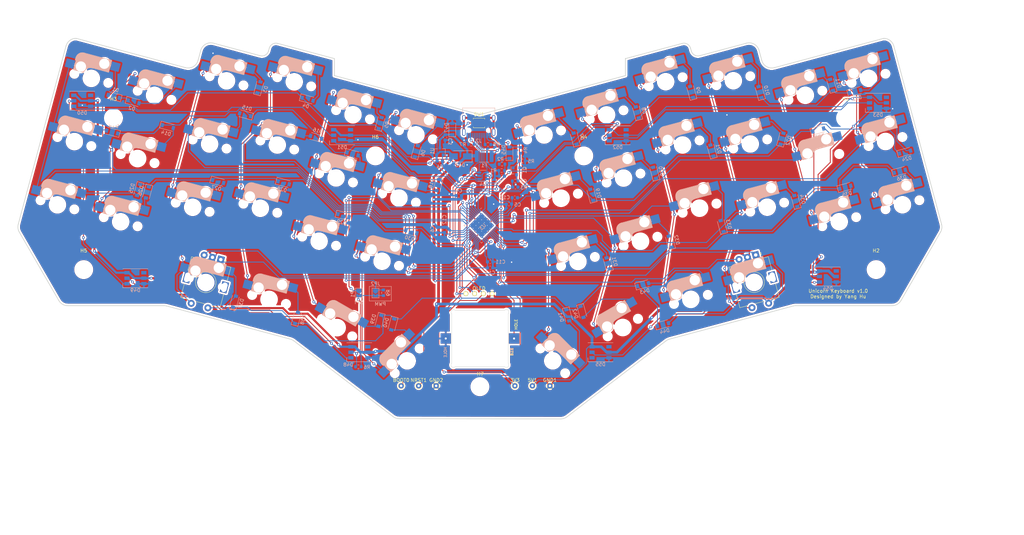
<source format=kicad_pcb>
(kicad_pcb (version 20171130) (host pcbnew "(5.1.9)-1")
  (layers (0 F.Cu signal) (31 B.Cu signal) (34 B.Paste user) (35 F.Paste user) (36 B.SilkS user) (37 F.SilkS user) (38 B.Mask user) (39 F.Mask user) (44 Edge.Cuts user))
  (net 0 "")
  (net 1 GND)
  (net 2 BOOT0)
  (net 3 NRST)
  (net 4 +5V)
  (net 5 +3V3)
  (net 6 "Net-(D1-Pad2)")
  (net 7 /row0)
  (net 8 "Net-(D2-Pad2)")
  (net 9 "Net-(D3-Pad2)")
  (net 10 "Net-(D4-Pad2)")
  (net 11 "Net-(D5-Pad2)")
  (net 12 "Net-(D6-Pad2)")
  (net 13 "Net-(D7-Pad2)")
  (net 14 "Net-(D8-Pad2)")
  (net 15 "Net-(D9-Pad2)")
  (net 16 "Net-(D10-Pad2)")
  (net 17 "Net-(D11-Pad2)")
  (net 18 "Net-(D12-Pad2)")
  (net 19 "Net-(D13-Pad2)")
  (net 20 /row1)
  (net 21 "Net-(D14-Pad2)")
  (net 22 "Net-(D15-Pad2)")
  (net 23 "Net-(D16-Pad2)")
  (net 24 "Net-(D17-Pad2)")
  (net 25 "Net-(D18-Pad2)")
  (net 26 "Net-(D19-Pad2)")
  (net 27 "Net-(D20-Pad2)")
  (net 28 "Net-(D21-Pad2)")
  (net 29 "Net-(D22-Pad2)")
  (net 30 "Net-(D23-Pad2)")
  (net 31 "Net-(D24-Pad2)")
  (net 32 "Net-(D25-Pad2)")
  (net 33 /row2)
  (net 34 "Net-(D26-Pad2)")
  (net 35 "Net-(D27-Pad2)")
  (net 36 "Net-(D28-Pad2)")
  (net 37 "Net-(D29-Pad2)")
  (net 38 "Net-(D30-Pad2)")
  (net 39 "Net-(D31-Pad2)")
  (net 40 "Net-(D32-Pad2)")
  (net 41 "Net-(D33-Pad2)")
  (net 42 "Net-(D34-Pad2)")
  (net 43 "Net-(D35-Pad2)")
  (net 44 "Net-(D36-Pad2)")
  (net 45 "Net-(D37-Pad2)")
  (net 46 /row3)
  (net 47 "Net-(D38-Pad2)")
  (net 48 "Net-(D39-Pad2)")
  (net 49 "Net-(D40-Pad2)")
  (net 50 "Net-(D41-Pad2)")
  (net 51 "Net-(D42-Pad2)")
  (net 52 "Net-(D43-Pad2)")
  (net 53 "Net-(D44-Pad2)")
  (net 54 "Net-(D45-Pad2)")
  (net 55 "Net-(D45-Pad1)")
  (net 56 /VCC)
  (net 57 "Net-(J2-PadA5)")
  (net 58 /D-)
  (net 59 /D+)
  (net 60 "Net-(J2-PadB5)")
  (net 61 "Net-(J2-PadS1)")
  (net 62 /col0)
  (net 63 /col1)
  (net 64 /col2)
  (net 65 /col3)
  (net 66 /col4)
  (net 67 /col5)
  (net 68 /col6)
  (net 69 /col7)
  (net 70 /col8)
  (net 71 /col9)
  (net 72 /col10)
  (net 73 /col11)
  (net 74 "Net-(Q1-Pad3)")
  (net 75 "Net-(Q1-Pad1)")
  (net 76 "Net-(U3-Pad2)")
  (net 77 "Net-(U3-Pad3)")
  (net 78 "Net-(U3-Pad4)")
  (net 79 "Net-(U3-Pad5)")
  (net 80 "Net-(U3-Pad6)")
  (net 81 "Net-(U3-Pad20)")
  (net 82 i2c_scl)
  (net 83 i2c_sda)
  (net 84 /ENC1A)
  (net 85 /ENC1B)
  (net 86 /ENC2A)
  (net 87 /ENC2B)
  (net 88 "Net-(J2-PadB8)")
  (net 89 "Net-(J2-PadA8)")
  (net 90 "Net-(U3-Pad21)")
  (net 91 "Net-(D48-Pad1)")
  (net 92 LED)
  (net 93 "Net-(D48-Pad4)")
  (net 94 "Net-(D49-Pad1)")
  (net 95 "Net-(D49-Pad4)")
  (net 96 "Net-(D50-Pad1)")
  (net 97 "Net-(D50-Pad4)")
  (net 98 "Net-(D51-Pad1)")
  (net 99 "Net-(D51-Pad4)")
  (net 100 "Net-(D52-Pad1)")
  (net 101 "Net-(D52-Pad4)")
  (net 102 "Net-(D53-Pad1)")
  (net 103 "Net-(D53-Pad4)")
  (net 104 "Net-(D54-Pad1)")
  (net 105 "Net-(D54-Pad4)")
  (net 106 "Net-(D55-Pad1)")
  (net 107 "Net-(D55-Pad4)")
  (net 108 /buzzer_p)
  (net 109 "Net-(U3-Pad14)")
  (net 110 "Net-(U3-Pad15)")
  (net 111 "Net-(U3-Pad39)")
  (net 112 LED_SPI)
  (net 113 LED_PWM)
  (module TestPoint:TestPoint_THTPad_D1.5mm_Drill0.7mm (layer F.Cu) (at 141.296265 127.295279)
    (fp_text reference GND2 (at 0 -1.648) (layer F.SilkS))
    (fp_text value TestPoint)
    (pad 1 thru_hole circle (at 0 0) (size 1.5 1.5) (drill 0.7) (layers *.Cu *.Mask) (net 1 GND))
  )
  (module TestPoint:TestPoint_THTPad_D1.5mm_Drill0.7mm (layer F.Cu) (at 174.316265 127.295279)
    (fp_text reference GND1 (at 0 -1.648) (layer F.SilkS))
    (fp_text value TestPoint)
    (pad 1 thru_hole circle (at 0 0) (size 1.5 1.5) (drill 0.7) (layers *.Cu *.Mask) (net 1 GND))
  )
  (module TestPoint:TestPoint_THTPad_D1.5mm_Drill0.7mm (layer F.Cu) (at 169.236265 127.295279)
    (fp_text reference 5V1 (at 0 -1.648) (layer F.SilkS))
    (fp_text value TestPoint)
    (pad 1 thru_hole circle (at 0 0) (size 1.5 1.5) (drill 0.7) (layers *.Cu *.Mask) (net 4 +5V))
  )
  (module TestPoint:TestPoint_THTPad_D1.5mm_Drill0.7mm (layer F.Cu) (at 164.156265 127.295279)
    (fp_text reference 3V3 (at 0 -1.648) (layer F.SilkS))
    (fp_text value TestPoint)
    (pad 1 thru_hole circle (at 0 0) (size 1.5 1.5) (drill 0.7) (layers *.Cu *.Mask) (net 5 +3V3))
  )
  (module TestPoint:TestPoint_THTPad_D1.5mm_Drill0.7mm (layer F.Cu) (at 136.216265 127.295279)
    (fp_text reference NRST1 (at 0 -1.648) (layer F.SilkS))
    (fp_text value TestPoint)
    (pad 1 thru_hole circle (at 0 0) (size 1.5 1.5) (drill 0.7) (layers *.Cu *.Mask) (net 3 NRST))
  )
  (module TestPoint:TestPoint_THTPad_D1.5mm_Drill0.7mm (layer F.Cu) (at 131.136265 127.295279)
    (fp_text reference BOOT0 (at 0 -1.648) (layer F.SilkS))
    (fp_text value TestPoint)
    (pad 1 thru_hole circle (at 0 0) (size 1.5 1.5) (drill 0.7) (layers *.Cu *.Mask) (net 2 BOOT0))
  )
  (module Resistor_SMD:R_0603_1608Metric (layer B.Cu) (at 125.996265 100.280279 90)
    (fp_text reference R9 (at 0 1.43 90) (layer B.SilkS) (effects (justify mirror)))
    (fp_text value 0)
    (pad 2 smd roundrect (at 0.825 0 90) (size 0.8 0.95) (layers B.Cu B.Paste B.Mask) (net 113 LED_PWM))
    (pad 1 smd roundrect (at -0.825 0 90) (size 0.8 0.95) (layers B.Cu B.Paste B.Mask) (net 92 LED))
  )
  (module Jumper:SolderJumper-2_P1.3mm_Open_TrianglePad1.0x1.5mm (layer B.Cu) (at 123.696265 100.355279 270)
    (fp_text reference JP2 (at -2.7 0 180) (layer B.SilkS) (effects (justify mirror)))
    (fp_text value SolderJumper_2_Open)
    (pad 1 smd custom (at -0.725 0 270) (size 0.3 0.3) (layers B.Cu B.Mask) (net 113 LED_PWM) (options (clearance outline) (anchor rect)) (primitives (gr_poly (pts (xy -0.5 0.75) (xy 0.5 0.75) (xy 1 0) (xy 0.5 -0.75) (xy -0.5 -0.75)) (width 0))))
    (pad 2 smd custom (at 0.725 0 270) (size 0.3 0.3) (layers B.Cu B.Mask) (net 92 LED) (options (clearance outline) (anchor rect)) (primitives (gr_poly (pts (xy -0.65 0.75) (xy 0.5 0.75) (xy 0.5 -0.75) (xy -0.65 -0.75) (xy -0.15 0)) (width 0))))
  )
  (module Jumper:SolderJumper-2_P1.3mm_Open_TrianglePad1.0x1.5mm (layer B.Cu) (at 118.896265 100.330279 270)
    (fp_text reference JP1 (at 0 1.8 90) (layer B.SilkS) (effects (justify mirror)))
    (fp_text value SolderJumper_2_Open)
    (pad 1 smd custom (at -0.725 0 270) (size 0.3 0.3) (layers B.Cu B.Mask) (net 112 LED_SPI) (options (clearance outline) (anchor rect)) (primitives (gr_poly (pts (xy -0.5 0.75) (xy 0.5 0.75) (xy 1 0) (xy 0.5 -0.75) (xy -0.5 -0.75)) (width 0))))
    (pad 2 smd custom (at 0.725 0 270) (size 0.3 0.3) (layers B.Cu B.Mask) (net 92 LED) (options (clearance outline) (anchor rect)) (primitives (gr_poly (pts (xy -0.65 0.75) (xy 0.5 0.75) (xy 0.5 -0.75) (xy -0.65 -0.75) (xy -0.15 0)) (width 0))))
  )
  (module Resistor_SMD:R_0603_1608Metric (layer B.Cu) (at 118.721265 121.755279 180)
    (fp_text reference R6 (at -2.475 -0.1) (layer B.SilkS) (effects (justify mirror)))
    (fp_text value 10k)
    (pad 2 smd roundrect (at 0.825 0 180) (size 0.8 0.95) (layers B.Cu B.Paste B.Mask) (net 92 LED))
    (pad 1 smd roundrect (at -0.825 0 180) (size 0.8 0.95) (layers B.Cu B.Paste B.Mask) (net 4 +5V))
  )
  (module hy-keebs:Piezo-KLJ-1625 (layer F.Cu) (at 153.996265 113.555279 270)
    (fp_text reference BZ1 (at 3.85125 -9.24564 90) (layer F.SilkS) (effects (font (size 0.8128 0.8128) (thickness 0.1524))))
    (fp_text value Buzzer)
    (fp_line (start -8.2 -7.2) (end -8.2 7.2) (layer Edge.Cuts) (width 0.1))
    (fp_line (start -7.2 8.2) (end 7.2 8.2) (layer Edge.Cuts) (width 0.1))
    (fp_line (start 8.2 7.2) (end 8.2 -7.2) (layer Edge.Cuts) (width 0.1))
    (fp_line (start 7.2 -8.2) (end -7.2 -8.2) (layer Edge.Cuts) (width 0.1))
    (fp_text user %R (at 3.85125 -9.24564 90) (layer B.SilkS) (effects (font (size 0.8128 0.8128) (thickness 0.1524)) (justify mirror)))
    (fp_text user HOLE (at -4.1 -10.5 90) (layer F.SilkS) (effects (font (size 0.8128 0.8128) (thickness 0.1524))))
    (fp_text user HOLE (at 4 10 90) (layer B.SilkS) (effects (font (size 0.8128 0.8128) (thickness 0.1524)) (justify mirror)))
    (fp_arc (start -7.7 -7.7) (end -8.2 -7.2) (angle 180) (layer Edge.Cuts) (width 0.1))
    (fp_arc (start -7.7 7.7) (end -7.2 8.2) (angle 180) (layer Edge.Cuts) (width 0.1))
    (fp_arc (start 7.7 7.7) (end 8.2 7.2) (angle 180) (layer Edge.Cuts) (width 0.1))
    (fp_arc (start 7.7 -7.7) (end 7.2 -8.2) (angle 180) (layer Edge.Cuts) (width 0.1))
    (pad 1 thru_hole rect (at 0 -9.91567 270) (size 3 3) (drill 0.6) (layers *.Cu *.Mask) (net 108 /buzzer_p))
    (pad 2 thru_hole rect (at 0 9.91567 270) (size 3 3) (drill 0.6) (layers *.Cu *.Mask) (net 1 GND))
  )
  (module LED_SMD:LED_WS2812_PLCC6_5.0x5.0mm_P1.6mm (layer B.Cu) (at 113.996265 54.555279)
    (fp_text reference D51 (at 0 3.5) (layer B.SilkS) (effects (justify mirror)))
    (fp_text value WS2812S)
    (pad 1 smd rect (at -2.45 1.6) (size 1.5 1) (layers B.Cu B.Paste B.Mask) (net 98 "Net-(D51-Pad1)"))
    (pad 2 smd rect (at -2.45 0) (size 1.5 1) (layers B.Cu B.Paste B.Mask) (net 96 "Net-(D50-Pad1)"))
    (pad 3 smd rect (at -2.45 -1.6) (size 1.5 1) (layers B.Cu B.Paste B.Mask) (net 4 +5V))
    (pad 6 smd rect (at 2.45 1.6) (size 1.5 1) (layers B.Cu B.Paste B.Mask) (net 1 GND))
    (pad 5 smd rect (at 2.45 0) (size 1.5 1) (layers B.Cu B.Paste B.Mask) (net 4 +5V))
    (pad 4 smd rect (at 2.45 -1.6) (size 1.5 1) (layers B.Cu B.Paste B.Mask) (net 99 "Net-(D51-Pad4)"))
  )
  (module LED_SMD:LED_WS2812_PLCC6_5.0x5.0mm_P1.6mm (layer B.Cu) (at 188.996265 117.555279)
    (fp_text reference D55 (at 0 3.5) (layer B.SilkS) (effects (justify mirror)))
    (fp_text value WS2812S)
    (pad 1 smd rect (at -2.45 1.6) (size 1.5 1) (layers B.Cu B.Paste B.Mask) (net 106 "Net-(D55-Pad1)"))
    (pad 2 smd rect (at -2.45 0) (size 1.5 1) (layers B.Cu B.Paste B.Mask) (net 104 "Net-(D54-Pad1)"))
    (pad 3 smd rect (at -2.45 -1.6) (size 1.5 1) (layers B.Cu B.Paste B.Mask) (net 4 +5V))
    (pad 6 smd rect (at 2.45 1.6) (size 1.5 1) (layers B.Cu B.Paste B.Mask) (net 1 GND))
    (pad 5 smd rect (at 2.45 0) (size 1.5 1) (layers B.Cu B.Paste B.Mask) (net 4 +5V))
    (pad 4 smd rect (at 2.45 -1.6) (size 1.5 1) (layers B.Cu B.Paste B.Mask) (net 107 "Net-(D55-Pad4)"))
  )
  (module LED_SMD:LED_WS2812_PLCC6_5.0x5.0mm_P1.6mm (layer B.Cu) (at 254.996265 95.555279)
    (fp_text reference D54 (at 0 3.5) (layer B.SilkS) (effects (justify mirror)))
    (fp_text value WS2812S)
    (pad 1 smd rect (at -2.45 1.6) (size 1.5 1) (layers B.Cu B.Paste B.Mask) (net 104 "Net-(D54-Pad1)"))
    (pad 2 smd rect (at -2.45 0) (size 1.5 1) (layers B.Cu B.Paste B.Mask) (net 102 "Net-(D53-Pad1)"))
    (pad 3 smd rect (at -2.45 -1.6) (size 1.5 1) (layers B.Cu B.Paste B.Mask) (net 4 +5V))
    (pad 6 smd rect (at 2.45 1.6) (size 1.5 1) (layers B.Cu B.Paste B.Mask) (net 1 GND))
    (pad 5 smd rect (at 2.45 0) (size 1.5 1) (layers B.Cu B.Paste B.Mask) (net 4 +5V))
    (pad 4 smd rect (at 2.45 -1.6) (size 1.5 1) (layers B.Cu B.Paste B.Mask) (net 105 "Net-(D54-Pad4)"))
  )
  (module LED_SMD:LED_WS2812_PLCC6_5.0x5.0mm_P1.6mm (layer B.Cu) (at 269.546265 45.155279)
    (fp_text reference D53 (at 0 3.5) (layer B.SilkS) (effects (justify mirror)))
    (fp_text value WS2812S)
    (pad 1 smd rect (at -2.45 1.6) (size 1.5 1) (layers B.Cu B.Paste B.Mask) (net 102 "Net-(D53-Pad1)"))
    (pad 2 smd rect (at -2.45 0) (size 1.5 1) (layers B.Cu B.Paste B.Mask) (net 100 "Net-(D52-Pad1)"))
    (pad 3 smd rect (at -2.45 -1.6) (size 1.5 1) (layers B.Cu B.Paste B.Mask) (net 4 +5V))
    (pad 6 smd rect (at 2.45 1.6) (size 1.5 1) (layers B.Cu B.Paste B.Mask) (net 1 GND))
    (pad 5 smd rect (at 2.45 0) (size 1.5 1) (layers B.Cu B.Paste B.Mask) (net 4 +5V))
    (pad 4 smd rect (at 2.45 -1.6) (size 1.5 1) (layers B.Cu B.Paste B.Mask) (net 103 "Net-(D53-Pad4)"))
  )
  (module LED_SMD:LED_WS2812_PLCC6_5.0x5.0mm_P1.6mm (layer B.Cu) (at 193.996265 54.555279)
    (fp_text reference D52 (at 0 3.5) (layer B.SilkS) (effects (justify mirror)))
    (fp_text value WS2812S)
    (pad 1 smd rect (at -2.45 1.6) (size 1.5 1) (layers B.Cu B.Paste B.Mask) (net 100 "Net-(D52-Pad1)"))
    (pad 2 smd rect (at -2.45 0) (size 1.5 1) (layers B.Cu B.Paste B.Mask) (net 98 "Net-(D51-Pad1)"))
    (pad 3 smd rect (at -2.45 -1.6) (size 1.5 1) (layers B.Cu B.Paste B.Mask) (net 4 +5V))
    (pad 6 smd rect (at 2.45 1.6) (size 1.5 1) (layers B.Cu B.Paste B.Mask) (net 1 GND))
    (pad 5 smd rect (at 2.45 0) (size 1.5 1) (layers B.Cu B.Paste B.Mask) (net 4 +5V))
    (pad 4 smd rect (at 2.45 -1.6) (size 1.5 1) (layers B.Cu B.Paste B.Mask) (net 101 "Net-(D52-Pad4)"))
  )
  (module LED_SMD:LED_WS2812_PLCC6_5.0x5.0mm_P1.6mm (layer B.Cu) (at 38.546265 44.555279)
    (fp_text reference D50 (at 0 3.5) (layer B.SilkS) (effects (justify mirror)))
    (fp_text value WS2812S)
    (pad 4 smd rect (at 2.45 -1.6) (size 1.5 1) (layers B.Cu B.Paste B.Mask) (net 97 "Net-(D50-Pad4)"))
    (pad 5 smd rect (at 2.45 0) (size 1.5 1) (layers B.Cu B.Paste B.Mask) (net 4 +5V))
    (pad 6 smd rect (at 2.45 1.6) (size 1.5 1) (layers B.Cu B.Paste B.Mask) (net 1 GND))
    (pad 3 smd rect (at -2.45 -1.6) (size 1.5 1) (layers B.Cu B.Paste B.Mask) (net 4 +5V))
    (pad 2 smd rect (at -2.45 0) (size 1.5 1) (layers B.Cu B.Paste B.Mask) (net 94 "Net-(D49-Pad1)"))
    (pad 1 smd rect (at -2.45 1.6) (size 1.5 1) (layers B.Cu B.Paste B.Mask) (net 96 "Net-(D50-Pad1)"))
  )
  (module LED_SMD:LED_WS2812_PLCC6_5.0x5.0mm_P1.6mm (layer B.Cu) (at 53.996265 96.055279)
    (fp_text reference D49 (at 0 3.5) (layer B.SilkS) (effects (justify mirror)))
    (fp_text value WS2812S)
    (pad 4 smd rect (at 2.45 -1.6) (size 1.5 1) (layers B.Cu B.Paste B.Mask) (net 95 "Net-(D49-Pad4)"))
    (pad 5 smd rect (at 2.45 0) (size 1.5 1) (layers B.Cu B.Paste B.Mask) (net 4 +5V))
    (pad 6 smd rect (at 2.45 1.6) (size 1.5 1) (layers B.Cu B.Paste B.Mask) (net 1 GND))
    (pad 3 smd rect (at -2.45 -1.6) (size 1.5 1) (layers B.Cu B.Paste B.Mask) (net 4 +5V))
    (pad 2 smd rect (at -2.45 0) (size 1.5 1) (layers B.Cu B.Paste B.Mask) (net 91 "Net-(D48-Pad1)"))
    (pad 1 smd rect (at -2.45 1.6) (size 1.5 1) (layers B.Cu B.Paste B.Mask) (net 94 "Net-(D49-Pad1)"))
  )
  (module LED_SMD:LED_WS2812_PLCC6_5.0x5.0mm_P1.6mm (layer B.Cu) (at 118.996265 117.555279)
    (fp_text reference D48 (at -3.2 3.6) (layer B.SilkS) (effects (justify mirror)))
    (fp_text value WS2812S)
    (pad 4 smd rect (at 2.45 -1.6) (size 1.5 1) (layers B.Cu B.Paste B.Mask) (net 93 "Net-(D48-Pad4)"))
    (pad 5 smd rect (at 2.45 0) (size 1.5 1) (layers B.Cu B.Paste B.Mask) (net 4 +5V))
    (pad 6 smd rect (at 2.45 1.6) (size 1.5 1) (layers B.Cu B.Paste B.Mask) (net 1 GND))
    (pad 3 smd rect (at -2.45 -1.6) (size 1.5 1) (layers B.Cu B.Paste B.Mask) (net 4 +5V))
    (pad 2 smd rect (at -2.45 0) (size 1.5 1) (layers B.Cu B.Paste B.Mask) (net 92 LED))
    (pad 1 smd rect (at -2.45 1.6) (size 1.5 1) (layers B.Cu B.Paste B.Mask) (net 91 "Net-(D48-Pad1)"))
  )
  (module Package_DFN_QFN:QFN-48-1EP_7x7mm_P0.5mm_EP5.15x5.15mm_ThermalVias (layer B.Cu) (at 154.48 80.75 225)
    (fp_text reference U3 (at 0 -0.499999 45) (layer B.SilkS) (effects (justify mirror)))
    (fp_text value STM32F072CBUx)
    (pad 1 smd roundrect (at -3.4375 2.75 225) (size 0.875 0.25) (layers B.Cu B.Paste B.Mask) (net 5 +3V3))
    (pad 2 smd roundrect (at -3.4375 2.25 225) (size 0.875 0.25) (layers B.Cu B.Paste B.Mask) (net 76 "Net-(U3-Pad2)"))
    (pad 3 smd roundrect (at -3.4375 1.75 225) (size 0.875 0.25) (layers B.Cu B.Paste B.Mask) (net 77 "Net-(U3-Pad3)"))
    (pad 4 smd roundrect (at -3.4375 1.25 225) (size 0.875 0.25) (layers B.Cu B.Paste B.Mask) (net 78 "Net-(U3-Pad4)"))
    (pad 5 smd roundrect (at -3.4375 0.75 225) (size 0.875 0.25) (layers B.Cu B.Paste B.Mask) (net 79 "Net-(U3-Pad5)"))
    (pad 6 smd roundrect (at -3.4375 0.25 225) (size 0.875 0.25) (layers B.Cu B.Paste B.Mask) (net 80 "Net-(U3-Pad6)"))
    (pad 7 smd roundrect (at -3.4375 -0.25 225) (size 0.875 0.25) (layers B.Cu B.Paste B.Mask) (net 3 NRST))
    (pad 8 smd roundrect (at -3.4375 -0.75 225) (size 0.875 0.25) (layers B.Cu B.Paste B.Mask) (net 1 GND))
    (pad 9 smd roundrect (at -3.4375 -1.25 225) (size 0.875 0.25) (layers B.Cu B.Paste B.Mask) (net 5 +3V3))
    (pad 10 smd roundrect (at -3.4375 -1.75 225) (size 0.875 0.25) (layers B.Cu B.Paste B.Mask) (net 68 /col6))
    (pad 11 smd roundrect (at -3.4375 -2.25 225) (size 0.875 0.25) (layers B.Cu B.Paste B.Mask) (net 69 /col7))
    (pad 12 smd roundrect (at -3.4375 -2.75 225) (size 0.875 0.25) (layers B.Cu B.Paste B.Mask) (net 70 /col8))
    (pad 13 smd roundrect (at -2.75 -3.4375 225) (size 0.25 0.875) (layers B.Cu B.Paste B.Mask) (net 71 /col9))
    (pad 14 smd roundrect (at -2.25 -3.4375 225) (size 0.25 0.875) (layers B.Cu B.Paste B.Mask) (net 109 "Net-(U3-Pad14)"))
    (pad 15 smd roundrect (at -1.75 -3.4375 225) (size 0.25 0.875) (layers B.Cu B.Paste B.Mask) (net 110 "Net-(U3-Pad15)"))
    (pad 16 smd roundrect (at -1.25 -3.4375 225) (size 0.25 0.875) (layers B.Cu B.Paste B.Mask) (net 72 /col10))
    (pad 17 smd roundrect (at -0.75 -3.4375 225) (size 0.25 0.875) (layers B.Cu B.Paste B.Mask) (net 73 /col11))
    (pad 18 smd roundrect (at -0.25 -3.4375 225) (size 0.25 0.875) (layers B.Cu B.Paste B.Mask) (net 86 /ENC2A))
    (pad 19 smd roundrect (at 0.25 -3.4375 225) (size 0.25 0.875) (layers B.Cu B.Paste B.Mask) (net 87 /ENC2B))
    (pad 20 smd roundrect (at 0.75 -3.4375 225) (size 0.25 0.875) (layers B.Cu B.Paste B.Mask) (net 81 "Net-(U3-Pad20)"))
    (pad 21 smd roundrect (at 1.25 -3.4375 225) (size 0.25 0.875) (layers B.Cu B.Paste B.Mask) (net 90 "Net-(U3-Pad21)"))
    (pad 22 smd roundrect (at 1.75 -3.4375 225) (size 0.25 0.875) (layers B.Cu B.Paste B.Mask) (net 85 /ENC1B))
    (pad 23 smd roundrect (at 2.25 -3.4375 225) (size 0.25 0.875) (layers B.Cu B.Paste B.Mask) (net 1 GND))
    (pad 24 smd roundrect (at 2.75 -3.4375 225) (size 0.25 0.875) (layers B.Cu B.Paste B.Mask) (net 5 +3V3))
    (pad 25 smd roundrect (at 3.4375 -2.75 225) (size 0.875 0.25) (layers B.Cu B.Paste B.Mask) (net 84 /ENC1A))
    (pad 26 smd roundrect (at 3.4375 -2.25 225) (size 0.875 0.25) (layers B.Cu B.Paste B.Mask) (net 64 /col2))
    (pad 27 smd roundrect (at 3.4375 -1.75 225) (size 0.875 0.25) (layers B.Cu B.Paste B.Mask) (net 65 /col3))
    (pad 28 smd roundrect (at 3.4375 -1.25 225) (size 0.875 0.25) (layers B.Cu B.Paste B.Mask) (net 66 /col4))
    (pad 29 smd roundrect (at 3.4375 -0.75 225) (size 0.875 0.25) (layers B.Cu B.Paste B.Mask) (net 108 /buzzer_p))
    (pad 30 smd roundrect (at 3.4375 -0.25 225) (size 0.875 0.25) (layers B.Cu B.Paste B.Mask) (net 46 /row3))
    (pad 31 smd roundrect (at 3.4375 0.25 225) (size 0.875 0.25) (layers B.Cu B.Paste B.Mask) (net 33 /row2))
    (pad 32 smd roundrect (at 3.4375 0.75 225) (size 0.875 0.25) (layers B.Cu B.Paste B.Mask) (net 58 /D-))
    (pad 33 smd roundrect (at 3.4375 1.25 225) (size 0.875 0.25) (layers B.Cu B.Paste B.Mask) (net 59 /D+))
    (pad 34 smd roundrect (at 3.4375 1.75 225) (size 0.875 0.25) (layers B.Cu B.Paste B.Mask) (net 67 /col5))
    (pad 35 smd roundrect (at 3.4375 2.25 225) (size 0.875 0.25) (layers B.Cu B.Paste B.Mask) (net 1 GND))
    (pad 36 smd roundrect (at 3.4375 2.75 225) (size 0.875 0.25) (layers B.Cu B.Paste B.Mask) (net 5 +3V3))
    (pad 37 smd roundrect (at 2.75 3.4375 225) (size 0.25 0.875) (layers B.Cu B.Paste B.Mask) (net 62 /col0))
    (pad 38 smd roundrect (at 2.25 3.4375 225) (size 0.25 0.875) (layers B.Cu B.Paste B.Mask) (net 63 /col1))
    (pad 39 smd roundrect (at 1.75 3.4375 225) (size 0.25 0.875) (layers B.Cu B.Paste B.Mask) (net 111 "Net-(U3-Pad39)"))
    (pad 40 smd roundrect (at 1.25 3.4375 225) (size 0.25 0.875) (layers B.Cu B.Paste B.Mask) (net 113 LED_PWM))
    (pad 41 smd roundrect (at 0.75 3.4375 225) (size 0.25 0.875) (layers B.Cu B.Paste B.Mask) (net 112 LED_SPI))
    (pad 42 smd roundrect (at 0.25 3.4375 225) (size 0.25 0.875) (layers B.Cu B.Paste B.Mask) (net 82 i2c_scl))
    (pad 43 smd roundrect (at -0.25 3.4375 225) (size 0.25 0.875) (layers B.Cu B.Paste B.Mask) (net 83 i2c_sda))
    (pad 44 smd roundrect (at -0.75 3.4375 225) (size 0.25 0.875) (layers B.Cu B.Paste B.Mask) (net 2 BOOT0))
    (pad 45 smd roundrect (at -1.25 3.4375 225) (size 0.25 0.875) (layers B.Cu B.Paste B.Mask) (net 20 /row1))
    (pad 46 smd roundrect (at -1.75 3.4375 225) (size 0.25 0.875) (layers B.Cu B.Paste B.Mask) (net 7 /row0))
    (pad 47 smd roundrect (at -2.25 3.4375 225) (size 0.25 0.875) (layers B.Cu B.Paste B.Mask) (net 1 GND))
    (pad 48 smd roundrect (at -2.75 3.4375 225) (size 0.25 0.875) (layers B.Cu B.Paste B.Mask) (net 5 +3V3))
    (pad 49 smd rect (at 0 0 225) (size 5.15 5.15) (layers B.Cu B.Mask) (net 1 GND))
    (pad 49 thru_hole circle (at -2.325 2.325 225) (size 0.5 0.5) (drill 0.2) (layers *.Cu) (net 1 GND))
    (pad 49 thru_hole circle (at -1.1625 2.325 225) (size 0.5 0.5) (drill 0.2) (layers *.Cu) (net 1 GND))
    (pad 49 thru_hole circle (at 0 2.325 225) (size 0.5 0.5) (drill 0.2) (layers *.Cu) (net 1 GND))
    (pad 49 thru_hole circle (at 1.1625 2.325 225) (size 0.5 0.5) (drill 0.2) (layers *.Cu) (net 1 GND))
    (pad 49 thru_hole circle (at 2.325 2.325 225) (size 0.5 0.5) (drill 0.2) (layers *.Cu) (net 1 GND))
    (pad 49 thru_hole circle (at -2.325 1.1625 225) (size 0.5 0.5) (drill 0.2) (layers *.Cu) (net 1 GND))
    (pad 49 thru_hole circle (at -1.1625 1.1625 225) (size 0.5 0.5) (drill 0.2) (layers *.Cu) (net 1 GND))
    (pad 49 thru_hole circle (at 0 1.1625 225) (size 0.5 0.5) (drill 0.2) (layers *.Cu) (net 1 GND))
    (pad 49 thru_hole circle (at 1.1625 1.1625 225) (size 0.5 0.5) (drill 0.2) (layers *.Cu) (net 1 GND))
    (pad 49 thru_hole circle (at 2.325 1.1625 225) (size 0.5 0.5) (drill 0.2) (layers *.Cu) (net 1 GND))
    (pad 49 thru_hole circle (at -2.325 0 225) (size 0.5 0.5) (drill 0.2) (layers *.Cu) (net 1 GND))
    (pad 49 thru_hole circle (at -1.1625 0 225) (size 0.5 0.5) (drill 0.2) (layers *.Cu) (net 1 GND))
    (pad 49 thru_hole circle (at 0 0 225) (size 0.5 0.5) (drill 0.2) (layers *.Cu) (net 1 GND))
    (pad 49 thru_hole circle (at 1.1625 0 225) (size 0.5 0.5) (drill 0.2) (layers *.Cu) (net 1 GND))
    (pad 49 thru_hole circle (at 2.325 0 225) (size 0.5 0.5) (drill 0.2) (layers *.Cu) (net 1 GND))
    (pad 49 thru_hole circle (at -2.325 -1.1625 225) (size 0.5 0.5) (drill 0.2) (layers *.Cu) (net 1 GND))
    (pad 49 thru_hole circle (at -1.1625 -1.1625 225) (size 0.5 0.5) (drill 0.2) (layers *.Cu) (net 1 GND))
    (pad 49 thru_hole circle (at 0 -1.1625 225) (size 0.5 0.5) (drill 0.2) (layers *.Cu) (net 1 GND))
    (pad 49 thru_hole circle (at 1.1625 -1.1625 225) (size 0.5 0.5) (drill 0.2) (layers *.Cu) (net 1 GND))
    (pad 49 thru_hole circle (at 2.325 -1.1625 225) (size 0.5 0.5) (drill 0.2) (layers *.Cu) (net 1 GND))
    (pad 49 thru_hole circle (at -2.325 -2.325 225) (size 0.5 0.5) (drill 0.2) (layers *.Cu) (net 1 GND))
    (pad 49 thru_hole circle (at -1.1625 -2.325 225) (size 0.5 0.5) (drill 0.2) (layers *.Cu) (net 1 GND))
    (pad 49 thru_hole circle (at 0 -2.325 225) (size 0.5 0.5) (drill 0.2) (layers *.Cu) (net 1 GND))
    (pad 49 thru_hole circle (at 1.1625 -2.325 225) (size 0.5 0.5) (drill 0.2) (layers *.Cu) (net 1 GND))
    (pad 49 thru_hole circle (at 2.325 -2.325 225) (size 0.5 0.5) (drill 0.2) (layers *.Cu) (net 1 GND))
    (pad 49 smd rect (at 0 0 225) (size 5.15 5.15) (layers F.Cu) (net 1 GND))
  )
  (module MountingHole:MountingHole_4.5mm (layer F.Cu) (at 153.996265 127.555279)
    (fp_text reference H7 (at 0.1 -3.7) (layer F.SilkS))
    (fp_text value MountingHole)
    (pad 1 np_thru_hole circle (at 0 0) (size 4.5 4.5) (drill 4.5) (layers *.Cu *.Mask))
  )
  (module MountingHole:MountingHole_4.5mm (layer F.Cu) (at 123.645163 60.55203)
    (fp_text reference H6 (at 0 -5.5) (layer F.SilkS))
    (fp_text value MountingHole)
    (pad 1 np_thru_hole circle (at 0 0) (size 4.5 4.5) (drill 4.5) (layers *.Cu *.Mask))
  )
  (module MountingHole:MountingHole_4.5mm (layer F.Cu) (at 38.996265 93.555279)
    (fp_text reference H5 (at 0 -5.5) (layer F.SilkS))
    (fp_text value MountingHole)
    (pad 1 np_thru_hole circle (at 0 0) (size 4.5 4.5) (drill 4.5) (layers *.Cu *.Mask))
  )
  (module MountingHole:MountingHole_4.5mm (layer F.Cu) (at 184.145163 60.55203)
    (fp_text reference H4 (at 0 -5.5) (layer F.SilkS))
    (fp_text value MountingHole)
    (pad 1 np_thru_hole circle (at 0 0) (size 4.5 4.5) (drill 4.5) (layers *.Cu *.Mask))
  )
  (module MountingHole:MountingHole_4.5mm (layer F.Cu) (at 47.645163 49.55203)
    (fp_text reference H3 (at 0 -5.5) (layer F.SilkS))
    (fp_text value MountingHole)
    (pad 1 np_thru_hole circle (at 0 0) (size 4.5 4.5) (drill 4.5) (layers *.Cu *.Mask))
  )
  (module MountingHole:MountingHole_4.5mm (layer F.Cu) (at 268.996265 93.555279)
    (fp_text reference H2 (at 0 -5.5) (layer F.SilkS))
    (fp_text value MountingHole)
    (pad 1 np_thru_hole circle (at 0 0) (size 4.5 4.5) (drill 4.5) (layers *.Cu *.Mask))
  )
  (module MountingHole:MountingHole_4.5mm (layer F.Cu) (at 260.145163 49.55203)
    (fp_text reference H1 (at 0 -5.5) (layer F.SilkS))
    (fp_text value MountingHole)
    (pad 1 np_thru_hole circle (at 0 0) (size 4.5 4.5) (drill 4.5) (layers *.Cu *.Mask))
  )
  (module kbd:OLED_v2 (layer F.Cu) (at 153.726265 100.55203)
    (fp_text reference OL1)
    (fp_text value OLED hide)
    (fp_text user OLED (at 0 -1.55) (layer F.SilkS))
    (pad 4 thru_hole circle (at 3.81 0) (size 1.397 1.397) (drill 0.8128) (layers *.Cu F.SilkS B.Mask) (net 1 GND))
    (pad 3 thru_hole circle (at 1.27 0) (size 1.397 1.397) (drill 0.8128) (layers *.Cu F.SilkS B.Mask) (net 5 +3V3))
    (pad 2 thru_hole circle (at -1.27 0) (size 1.397 1.397) (drill 0.8128) (layers *.Cu F.SilkS B.Mask) (net 82 i2c_scl))
    (pad 1 thru_hole circle (at -3.81 0) (size 1.397 1.397) (drill 0.8128) (layers *.Cu F.SilkS B.Mask) (net 83 i2c_sda))
  )
  (module kbd:CherryMX_Hotswap (layer F.Cu) (at 36.286736 56.405231 345)
    (fp_text reference K13 hide)
    (fp_text value KEYSW hide)
    (pad "" np_thru_hole circle (at 2.54 -5.08 345) (size 3 3) (drill 3) (layers *.Cu *.Mask))
    (pad "" np_thru_hole circle (at -3.81 -2.54 345) (size 3 3) (drill 3) (layers *.Cu *.Mask))
    (pad 2 smd rect (at 5.842 -5.08 165) (size 2.55 2.5) (layers B.Cu B.Paste B.Mask) (net 19 "Net-(D13-Pad2)"))
    (pad "" np_thru_hole circle (at -5.08 0 345) (size 1.9 1.9) (drill 1.9) (layers *.Cu *.Mask))
    (pad "" np_thru_hole circle (at 5.08 0 345) (size 1.9 1.9) (drill 1.9) (layers *.Cu *.Mask))
    (pad "" np_thru_hole circle (at 0 0 75) (size 4.1 4.1) (drill 4.1) (layers *.Cu *.Mask))
    (pad 1 smd rect (at -7.085 -2.54 165) (size 2.55 2.5) (layers B.Cu B.Paste B.Mask) (net 62 /col0))
  )
  (module Package_TO_SOT_SMD:SOT-23-6 (layer B.Cu) (at 154.93 66.325)
    (fp_text reference U4 (at -0.084837 2.47703) (layer B.SilkS) (effects (justify mirror)))
    (fp_text value SRV05-4)
    (pad 5 smd rect (at 1.1 0) (size 1.06 0.65) (layers B.Cu B.Paste B.Mask) (net 5 +3V3))
    (pad 6 smd rect (at 1.1 0.95) (size 1.06 0.65) (layers B.Cu B.Paste B.Mask) (net 59 /D+))
    (pad 4 smd rect (at 1.1 -0.95) (size 1.06 0.65) (layers B.Cu B.Paste B.Mask) (net 58 /D-))
    (pad 3 smd rect (at -1.1 -0.95) (size 1.06 0.65) (layers B.Cu B.Paste B.Mask) (net 59 /D+))
    (pad 2 smd rect (at -1.1 0) (size 1.06 0.65) (layers B.Cu B.Paste B.Mask) (net 1 GND))
    (pad 1 smd rect (at -1.1 0.95) (size 1.06 0.65) (layers B.Cu B.Paste B.Mask) (net 58 /D-))
  )
  (module Package_TO_SOT_SMD:SOT-23 (layer B.Cu) (at 142.38 59.275 90)
    (fp_text reference U1 (at 0.12297 -2.234837 270) (layer B.SilkS) (effects (justify mirror)))
    (fp_text value XC6206PxxxMR)
    (pad 3 smd rect (at 1 0 90) (size 0.9 0.8) (layers B.Cu B.Paste B.Mask) (net 4 +5V))
    (pad 2 smd rect (at -1 -0.95 90) (size 0.9 0.8) (layers B.Cu B.Paste B.Mask) (net 5 +3V3))
    (pad 1 smd rect (at -1 0.95 90) (size 0.9 0.8) (layers B.Cu B.Paste B.Mask) (net 1 GND))
  )
  (module Keebio-Parts:RotaryEncoder_EC11 (layer F.Cu) (at 233.58 97.2 285)
    (fp_text reference SW3)
    (fp_text value Rotary_Encoder_Switch)
    (pad A thru_hole rect (at -7.5 -2.5 285) (size 2 2) (drill 1) (layers *.Cu *.Mask) (net 86 /ENC2A))
    (pad C thru_hole circle (at -7.5 0 285) (size 2 2) (drill 1) (layers *.Cu *.Mask) (net 1 GND))
    (pad B thru_hole circle (at -7.5 2.5 285) (size 2 2) (drill 1) (layers *.Cu *.Mask) (net 87 /ENC2B))
    (pad "" np_thru_hole rect (at 0 -5.6 285) (size 3.2 2) (drill oval 2.8 1.5) (layers *.Cu *.Mask))
    (pad "" np_thru_hole rect (at 0 5.6 285) (size 3.2 2) (drill oval 2.8 1.5) (layers *.Cu *.Mask))
    (pad S2 thru_hole circle (at 7 -2.5 285) (size 2 2) (drill 1) (layers *.Cu *.Mask) (net 53 "Net-(D44-Pad2)"))
    (pad S1 thru_hole circle (at 7 2.5 285) (size 2 2) (drill 1) (layers *.Cu *.Mask) (net 71 /col9))
  )
  (module Keebio-Parts:RotaryEncoder_EC11 (layer F.Cu) (at 74.428672 97.241491 255)
    (fp_text reference SW2)
    (fp_text value Rotary_Encoder_Switch)
    (pad A thru_hole rect (at -7.5 -2.5 255) (size 2 2) (drill 1) (layers *.Cu *.Mask) (net 84 /ENC1A))
    (pad C thru_hole circle (at -7.5 0 255) (size 2 2) (drill 1) (layers *.Cu *.Mask) (net 1 GND))
    (pad B thru_hole circle (at -7.5 2.5 255) (size 2 2) (drill 1) (layers *.Cu *.Mask) (net 85 /ENC1B))
    (pad "" np_thru_hole rect (at 0 -5.6 255) (size 3.2 2) (drill oval 2.8 1.5) (layers *.Cu *.Mask))
    (pad "" np_thru_hole rect (at 0 5.6 255) (size 3.2 2) (drill oval 2.8 1.5) (layers *.Cu *.Mask))
    (pad S2 thru_hole circle (at 7 -2.5 255) (size 2 2) (drill 1) (layers *.Cu *.Mask) (net 45 "Net-(D37-Pad2)"))
    (pad S1 thru_hole circle (at 7 2.5 255) (size 2 2) (drill 1) (layers *.Cu *.Mask) (net 64 /col2))
  )
  (module Button_Switch_SMD:SW_SPST_B3U-1000P (layer F.Cu) (at 153.745163 51.00203)
    (fp_text reference SW1 (at 0 -2.5) (layer F.SilkS))
    (fp_text value SW_Push)
    (pad 2 smd rect (at 1.7 0) (size 0.9 1.7) (layers F.Cu F.Paste F.Mask) (net 54 "Net-(D45-Pad2)"))
    (pad 1 smd rect (at -1.7 0) (size 0.9 1.7) (layers F.Cu F.Paste F.Mask) (net 5 +3V3))
  )
  (module Resistor_SMD:R_0603_1608Metric (layer B.Cu) (at 156.345163 57.25203 180)
    (fp_text reference R8 (at -2.5 0.1) (layer B.SilkS) (effects (justify mirror)))
    (fp_text value 5.1k)
    (pad 2 smd roundrect (at 0.825 0 180) (size 0.8 0.95) (layers B.Cu B.Paste B.Mask) (net 60 "Net-(J2-PadB5)"))
    (pad 1 smd roundrect (at -0.825 0 180) (size 0.8 0.95) (layers B.Cu B.Paste B.Mask) (net 1 GND))
  )
  (module Resistor_SMD:R_0603_1608Metric (layer B.Cu) (at 151.470163 57.15203)
    (fp_text reference R7 (at -2.475 0.05) (layer B.SilkS) (effects (justify mirror)))
    (fp_text value 5.1k)
    (pad 2 smd roundrect (at 0.825 0) (size 0.8 0.95) (layers B.Cu B.Paste B.Mask) (net 57 "Net-(J2-PadA5)"))
    (pad 1 smd roundrect (at -0.825 0) (size 0.8 0.95) (layers B.Cu B.Paste B.Mask) (net 1 GND))
  )
  (module Resistor_SMD:R_0603_1608Metric (layer B.Cu) (at 166.305 62)
    (fp_text reference R5 (at 2.540163 0.10203) (layer B.SilkS) (effects (justify mirror)))
    (fp_text value 47k)
    (pad 2 smd roundrect (at 0.825 0) (size 0.8 0.95) (layers B.Cu B.Paste B.Mask) (net 1 GND))
    (pad 1 smd roundrect (at -0.825 0) (size 0.8 0.95) (layers B.Cu B.Paste B.Mask) (net 75 "Net-(Q1-Pad1)"))
  )
  (module Resistor_SMD:R_0603_1608Metric (layer B.Cu) (at 165.78 58.925 270)
    (fp_text reference R4 (at -0.02297 -1.465163 90) (layer B.SilkS) (effects (justify mirror)))
    (fp_text value 2.2k)
    (pad 2 smd roundrect (at 0.825 0 270) (size 0.8 0.95) (layers B.Cu B.Paste B.Mask) (net 75 "Net-(Q1-Pad1)"))
    (pad 1 smd roundrect (at -0.825 0 270) (size 0.8 0.95) (layers B.Cu B.Paste B.Mask) (net 54 "Net-(D45-Pad2)"))
  )
  (module Resistor_SMD:R_0603_1608Metric (layer B.Cu) (at 164.23 67.85)
    (fp_text reference R3 (at 2.515163 1.90203) (layer B.SilkS) (effects (justify mirror)))
    (fp_text value 100)
    (pad 2 smd roundrect (at 0.825 0) (size 0.8 0.95) (layers B.Cu B.Paste B.Mask) (net 74 "Net-(Q1-Pad3)"))
    (pad 1 smd roundrect (at -0.825 0) (size 0.8 0.95) (layers B.Cu B.Paste B.Mask) (net 3 NRST))
  )
  (module Resistor_SMD:R_0603_1608Metric (layer B.Cu) (at 160.43 62.95 180)
    (fp_text reference R2 (at 0.484837 1.43) (layer B.SilkS) (effects (justify mirror)))
    (fp_text value 330k)
    (pad 2 smd roundrect (at 0.825 0 180) (size 0.8 0.95) (layers B.Cu B.Paste B.Mask) (net 55 "Net-(D45-Pad1)"))
    (pad 1 smd roundrect (at -0.825 0 180) (size 0.8 0.95) (layers B.Cu B.Paste B.Mask) (net 2 BOOT0))
  )
  (module Resistor_SMD:R_0603_1608Metric (layer B.Cu) (at 160.305 64.8 180)
    (fp_text reference R1 (at 2.409837 -0.00203) (layer B.SilkS) (effects (justify mirror)))
    (fp_text value 1M)
    (pad 2 smd roundrect (at 0.825 0 180) (size 0.8 0.95) (layers B.Cu B.Paste B.Mask) (net 1 GND))
    (pad 1 smd roundrect (at -0.825 0 180) (size 0.8 0.95) (layers B.Cu B.Paste B.Mask) (net 2 BOOT0))
  )
  (module Package_TO_SOT_SMD:SOT-23 (layer B.Cu) (at 164.605 65.025 270)
    (fp_text reference Q1 (at -0.37297 -2.390163 90) (layer B.SilkS) (effects (justify mirror)))
    (fp_text value MMBT3904)
    (pad 3 smd rect (at 1 0 270) (size 0.9 0.8) (layers B.Cu B.Paste B.Mask) (net 74 "Net-(Q1-Pad3)"))
    (pad 2 smd rect (at -1 -0.95 270) (size 0.9 0.8) (layers B.Cu B.Paste B.Mask) (net 1 GND))
    (pad 1 smd rect (at -1 0.95 270) (size 0.9 0.8) (layers B.Cu B.Paste B.Mask) (net 75 "Net-(Q1-Pad1)"))
  )
  (module kbd:CherryMX_Hotswap (layer F.Cu) (at 233.58728 97.270871 15)
    (fp_text reference K44 hide)
    (fp_text value KEYSW hide)
    (pad "" np_thru_hole circle (at 2.54 -5.08 15) (size 3 3) (drill 3) (layers *.Cu *.Mask))
    (pad "" np_thru_hole circle (at -3.81 -2.54 15) (size 3 3) (drill 3) (layers *.Cu *.Mask))
    (pad 2 smd rect (at 5.842 -5.08 195) (size 2.55 2.5) (layers B.Cu B.Paste B.Mask) (net 53 "Net-(D44-Pad2)"))
    (pad "" np_thru_hole circle (at -5.08 0 15) (size 1.9 1.9) (drill 1.9) (layers *.Cu *.Mask))
    (pad "" np_thru_hole circle (at 5.08 0 15) (size 1.9 1.9) (drill 1.9) (layers *.Cu *.Mask))
    (pad "" np_thru_hole circle (at 0 0 105) (size 4.1 4.1) (drill 4.1) (layers *.Cu *.Mask))
    (pad 1 smd rect (at -7.085 -2.54 195) (size 2.55 2.5) (layers B.Cu B.Paste B.Mask) (net 71 /col9))
  )
  (module kbd:CherryMX_Hotswap (layer F.Cu) (at 215.234689 102.188433 15)
    (fp_text reference K43 hide)
    (fp_text value KEYSW hide)
    (pad "" np_thru_hole circle (at 2.54 -5.08 15) (size 3 3) (drill 3) (layers *.Cu *.Mask))
    (pad "" np_thru_hole circle (at -3.81 -2.54 15) (size 3 3) (drill 3) (layers *.Cu *.Mask))
    (pad 2 smd rect (at 5.842 -5.08 195) (size 2.55 2.5) (layers B.Cu B.Paste B.Mask) (net 52 "Net-(D43-Pad2)"))
    (pad "" np_thru_hole circle (at -5.08 0 15) (size 1.9 1.9) (drill 1.9) (layers *.Cu *.Mask))
    (pad "" np_thru_hole circle (at 5.08 0 15) (size 1.9 1.9) (drill 1.9) (layers *.Cu *.Mask))
    (pad "" np_thru_hole circle (at 0 0 105) (size 4.1 4.1) (drill 4.1) (layers *.Cu *.Mask))
    (pad 1 smd rect (at -7.085 -2.54 195) (size 2.55 2.5) (layers B.Cu B.Paste B.Mask) (net 70 /col8))
  )
  (module kbd:CherryMX_Hotswap (layer F.Cu) (at 195.479167 110.37033 30)
    (fp_text reference K42 hide)
    (fp_text value KEYSW hide)
    (pad "" np_thru_hole circle (at 2.54 -5.08 30) (size 3 3) (drill 3) (layers *.Cu *.Mask))
    (pad "" np_thru_hole circle (at -3.81 -2.54 30) (size 3 3) (drill 3) (layers *.Cu *.Mask))
    (pad 2 smd rect (at 5.842 -5.08 210) (size 2.55 2.5) (layers B.Cu B.Paste B.Mask) (net 51 "Net-(D42-Pad2)"))
    (pad "" np_thru_hole circle (at -5.08 0 30) (size 1.9 1.9) (drill 1.9) (layers *.Cu *.Mask))
    (pad "" np_thru_hole circle (at 5.08 0 30) (size 1.9 1.9) (drill 1.9) (layers *.Cu *.Mask))
    (pad "" np_thru_hole circle (at 0 0 120) (size 4.1 4.1) (drill 4.1) (layers *.Cu *.Mask))
    (pad 1 smd rect (at -7.085 -2.54 210) (size 2.55 2.5) (layers B.Cu B.Paste B.Mask) (net 69 /col7))
  )
  (module kbd:CherryMX_Hotswap_1.5u (layer F.Cu) (at 175.137303 120.03449 315)
    (fp_text reference K41 hide)
    (fp_text value KEYSW hide)
    (pad "" np_thru_hole circle (at 2.54 -5.08 315) (size 3 3) (drill 3) (layers *.Cu *.Mask))
    (pad "" np_thru_hole circle (at -3.81 -2.54 315) (size 3 3) (drill 3) (layers *.Cu *.Mask))
    (pad 2 smd rect (at 5.842 -5.08 135) (size 2.55 2.5) (layers B.Cu B.Paste B.Mask) (net 50 "Net-(D41-Pad2)"))
    (pad "" np_thru_hole circle (at -5.08 0 315) (size 1.9 1.9) (drill 1.9) (layers *.Cu *.Mask))
    (pad "" np_thru_hole circle (at 5.08 0 315) (size 1.9 1.9) (drill 1.9) (layers *.Cu *.Mask))
    (pad "" np_thru_hole circle (at 0 0 45) (size 4.1 4.1) (drill 4.1) (layers *.Cu *.Mask))
    (pad 1 smd rect (at -7.085 -2.54 135) (size 2.55 2.5) (layers B.Cu B.Paste B.Mask) (net 68 /col6))
  )
  (module kbd:CherryMX_Hotswap_1.5u (layer F.Cu) (at 132.886943 120.045701 45)
    (fp_text reference K40 hide)
    (fp_text value KEYSW hide)
    (pad "" np_thru_hole circle (at 2.54 -5.08 45) (size 3 3) (drill 3) (layers *.Cu *.Mask))
    (pad "" np_thru_hole circle (at -3.81 -2.54 45) (size 3 3) (drill 3) (layers *.Cu *.Mask))
    (pad 2 smd rect (at 5.842 -5.08 225) (size 2.55 2.5) (layers B.Cu B.Paste B.Mask) (net 49 "Net-(D40-Pad2)"))
    (pad "" np_thru_hole circle (at -5.08 0 45) (size 1.9 1.9) (drill 1.9) (layers *.Cu *.Mask))
    (pad "" np_thru_hole circle (at 5.08 0 45) (size 1.9 1.9) (drill 1.9) (layers *.Cu *.Mask))
    (pad "" np_thru_hole circle (at 0 0 135) (size 4.1 4.1) (drill 4.1) (layers *.Cu *.Mask))
    (pad 1 smd rect (at -7.085 -2.54 225) (size 2.55 2.5) (layers B.Cu B.Paste B.Mask) (net 67 /col5))
  )
  (module kbd:CherryMX_Hotswap (layer F.Cu) (at 112.549562 110.403448 330)
    (fp_text reference K39 hide)
    (fp_text value KEYSW hide)
    (pad "" np_thru_hole circle (at 2.54 -5.08 330) (size 3 3) (drill 3) (layers *.Cu *.Mask))
    (pad "" np_thru_hole circle (at -3.81 -2.54 330) (size 3 3) (drill 3) (layers *.Cu *.Mask))
    (pad 2 smd rect (at 5.842 -5.08 150) (size 2.55 2.5) (layers B.Cu B.Paste B.Mask) (net 48 "Net-(D39-Pad2)"))
    (pad "" np_thru_hole circle (at -5.08 0 330) (size 1.9 1.9) (drill 1.9) (layers *.Cu *.Mask))
    (pad "" np_thru_hole circle (at 5.08 0 330) (size 1.9 1.9) (drill 1.9) (layers *.Cu *.Mask))
    (pad "" np_thru_hole circle (at 0 0 60) (size 4.1 4.1) (drill 4.1) (layers *.Cu *.Mask))
    (pad 1 smd rect (at -7.085 -2.54 150) (size 2.55 2.5) (layers B.Cu B.Paste B.Mask) (net 66 /col4))
  )
  (module kbd:CherryMX_Hotswap (layer F.Cu) (at 92.79404 102.221551 345)
    (fp_text reference K38 hide)
    (fp_text value KEYSW hide)
    (pad "" np_thru_hole circle (at 2.54 -5.08 345) (size 3 3) (drill 3) (layers *.Cu *.Mask))
    (pad "" np_thru_hole circle (at -3.81 -2.54 345) (size 3 3) (drill 3) (layers *.Cu *.Mask))
    (pad 2 smd rect (at 5.842 -5.08 165) (size 2.55 2.5) (layers B.Cu B.Paste B.Mask) (net 47 "Net-(D38-Pad2)"))
    (pad "" np_thru_hole circle (at -5.08 0 345) (size 1.9 1.9) (drill 1.9) (layers *.Cu *.Mask))
    (pad "" np_thru_hole circle (at 5.08 0 345) (size 1.9 1.9) (drill 1.9) (layers *.Cu *.Mask))
    (pad "" np_thru_hole circle (at 0 0 75) (size 4.1 4.1) (drill 4.1) (layers *.Cu *.Mask))
    (pad 1 smd rect (at -7.085 -2.54 165) (size 2.55 2.5) (layers B.Cu B.Paste B.Mask) (net 65 /col3))
  )
  (module kbd:CherryMX_Hotswap (layer F.Cu) (at 74.441449 97.303989 345)
    (fp_text reference K37 hide)
    (fp_text value KEYSW hide)
    (pad "" np_thru_hole circle (at 2.54 -5.08 345) (size 3 3) (drill 3) (layers *.Cu *.Mask))
    (pad "" np_thru_hole circle (at -3.81 -2.54 345) (size 3 3) (drill 3) (layers *.Cu *.Mask))
    (pad 2 smd rect (at 5.842 -5.08 165) (size 2.55 2.5) (layers B.Cu B.Paste B.Mask) (net 45 "Net-(D37-Pad2)"))
    (pad "" np_thru_hole circle (at -5.08 0 345) (size 1.9 1.9) (drill 1.9) (layers *.Cu *.Mask))
    (pad "" np_thru_hole circle (at 5.08 0 345) (size 1.9 1.9) (drill 1.9) (layers *.Cu *.Mask))
    (pad "" np_thru_hole circle (at 0 0 75) (size 4.1 4.1) (drill 4.1) (layers *.Cu *.Mask))
    (pad 1 smd rect (at -7.085 -2.54 165) (size 2.55 2.5) (layers B.Cu B.Paste B.Mask) (net 64 /col2))
  )
  (module kbd:CherryMX_Hotswap (layer F.Cu) (at 276.652483 74.736951 15)
    (fp_text reference K36 hide)
    (fp_text value KEYSW hide)
    (pad "" np_thru_hole circle (at 2.54 -5.08 15) (size 3 3) (drill 3) (layers *.Cu *.Mask))
    (pad "" np_thru_hole circle (at -3.81 -2.54 15) (size 3 3) (drill 3) (layers *.Cu *.Mask))
    (pad 2 smd rect (at 5.842 -5.08 195) (size 2.55 2.5) (layers B.Cu B.Paste B.Mask) (net 44 "Net-(D36-Pad2)"))
    (pad "" np_thru_hole circle (at -5.08 0 15) (size 1.9 1.9) (drill 1.9) (layers *.Cu *.Mask))
    (pad "" np_thru_hole circle (at 5.08 0 15) (size 1.9 1.9) (drill 1.9) (layers *.Cu *.Mask))
    (pad "" np_thru_hole circle (at 0 0 105) (size 4.1 4.1) (drill 4.1) (layers *.Cu *.Mask))
    (pad 1 smd rect (at -7.085 -2.54 195) (size 2.55 2.5) (layers B.Cu B.Paste B.Mask) (net 73 /col11))
  )
  (module kbd:CherryMX_Hotswap (layer F.Cu) (at 258.299893 79.654513 15)
    (fp_text reference K35 hide)
    (fp_text value KEYSW hide)
    (pad "" np_thru_hole circle (at 2.54 -5.08 15) (size 3 3) (drill 3) (layers *.Cu *.Mask))
    (pad "" np_thru_hole circle (at -3.81 -2.54 15) (size 3 3) (drill 3) (layers *.Cu *.Mask))
    (pad 2 smd rect (at 5.842 -5.08 195) (size 2.55 2.5) (layers B.Cu B.Paste B.Mask) (net 43 "Net-(D35-Pad2)"))
    (pad "" np_thru_hole circle (at -5.08 0 15) (size 1.9 1.9) (drill 1.9) (layers *.Cu *.Mask))
    (pad "" np_thru_hole circle (at 5.08 0 15) (size 1.9 1.9) (drill 1.9) (layers *.Cu *.Mask))
    (pad "" np_thru_hole circle (at 0 0 105) (size 4.1 4.1) (drill 4.1) (layers *.Cu *.Mask))
    (pad 1 smd rect (at -7.085 -2.54 195) (size 2.55 2.5) (layers B.Cu B.Paste B.Mask) (net 72 /col10))
  )
  (module kbd:CherryMX_Hotswap (layer F.Cu) (at 237.397105 75.44098 15)
    (fp_text reference K34 hide)
    (fp_text value KEYSW hide)
    (pad "" np_thru_hole circle (at 2.54 -5.08 15) (size 3 3) (drill 3) (layers *.Cu *.Mask))
    (pad "" np_thru_hole circle (at -3.81 -2.54 15) (size 3 3) (drill 3) (layers *.Cu *.Mask))
    (pad 2 smd rect (at 5.842 -5.08 195) (size 2.55 2.5) (layers B.Cu B.Paste B.Mask) (net 42 "Net-(D34-Pad2)"))
    (pad "" np_thru_hole circle (at -5.08 0 15) (size 1.9 1.9) (drill 1.9) (layers *.Cu *.Mask))
    (pad "" np_thru_hole circle (at 5.08 0 15) (size 1.9 1.9) (drill 1.9) (layers *.Cu *.Mask))
    (pad "" np_thru_hole circle (at 0 0 105) (size 4.1 4.1) (drill 4.1) (layers *.Cu *.Mask))
    (pad 1 smd rect (at -7.085 -2.54 195) (size 2.55 2.5) (layers B.Cu B.Paste B.Mask) (net 71 /col9))
  )
  (module kbd:CherryMX_Hotswap (layer F.Cu) (at 217.751298 75.72538 15)
    (fp_text reference K33 hide)
    (fp_text value KEYSW hide)
    (pad "" np_thru_hole circle (at 2.54 -5.08 15) (size 3 3) (drill 3) (layers *.Cu *.Mask))
    (pad "" np_thru_hole circle (at -3.81 -2.54 15) (size 3 3) (drill 3) (layers *.Cu *.Mask))
    (pad 2 smd rect (at 5.842 -5.08 195) (size 2.55 2.5) (layers B.Cu B.Paste B.Mask) (net 41 "Net-(D33-Pad2)"))
    (pad "" np_thru_hole circle (at -5.08 0 15) (size 1.9 1.9) (drill 1.9) (layers *.Cu *.Mask))
    (pad "" np_thru_hole circle (at 5.08 0 15) (size 1.9 1.9) (drill 1.9) (layers *.Cu *.Mask))
    (pad "" np_thru_hole circle (at 0 0 105) (size 4.1 4.1) (drill 4.1) (layers *.Cu *.Mask))
    (pad 1 smd rect (at -7.085 -2.54 195) (size 2.55 2.5) (layers B.Cu B.Paste B.Mask) (net 70 /col8))
  )
  (module kbd:CherryMX_Hotswap (layer F.Cu) (at 200.608272 85.350282 15)
    (fp_text reference K32 hide)
    (fp_text value KEYSW hide)
    (pad "" np_thru_hole circle (at 2.54 -5.08 15) (size 3 3) (drill 3) (layers *.Cu *.Mask))
    (pad "" np_thru_hole circle (at -3.81 -2.54 15) (size 3 3) (drill 3) (layers *.Cu *.Mask))
    (pad 2 smd rect (at 5.842 -5.08 195) (size 2.55 2.5) (layers B.Cu B.Paste B.Mask) (net 40 "Net-(D32-Pad2)"))
    (pad "" np_thru_hole circle (at -5.08 0 15) (size 1.9 1.9) (drill 1.9) (layers *.Cu *.Mask))
    (pad "" np_thru_hole circle (at 5.08 0 15) (size 1.9 1.9) (drill 1.9) (layers *.Cu *.Mask))
    (pad "" np_thru_hole circle (at 0 0 105) (size 4.1 4.1) (drill 4.1) (layers *.Cu *.Mask))
    (pad 1 smd rect (at -7.085 -2.54 195) (size 2.55 2.5) (layers B.Cu B.Paste B.Mask) (net 69 /col7))
  )
  (module kbd:CherryMX_Hotswap (layer F.Cu) (at 182.462922 91.195826 15)
    (fp_text reference K31 hide)
    (fp_text value KEYSW hide)
    (pad "" np_thru_hole circle (at 2.54 -5.08 15) (size 3 3) (drill 3) (layers *.Cu *.Mask))
    (pad "" np_thru_hole circle (at -3.81 -2.54 15) (size 3 3) (drill 3) (layers *.Cu *.Mask))
    (pad 2 smd rect (at 5.842 -5.08 195) (size 2.55 2.5) (layers B.Cu B.Paste B.Mask) (net 39 "Net-(D31-Pad2)"))
    (pad "" np_thru_hole circle (at -5.08 0 15) (size 1.9 1.9) (drill 1.9) (layers *.Cu *.Mask))
    (pad "" np_thru_hole circle (at 5.08 0 15) (size 1.9 1.9) (drill 1.9) (layers *.Cu *.Mask))
    (pad "" np_thru_hole circle (at 0 0 105) (size 4.1 4.1) (drill 4.1) (layers *.Cu *.Mask))
    (pad 1 smd rect (at -7.085 -2.54 195) (size 2.55 2.5) (layers B.Cu B.Paste B.Mask) (net 68 /col6))
  )
  (module kbd:CherryMX_Hotswap (layer F.Cu) (at 125.591688 91.132352 345)
    (fp_text reference K30 hide)
    (fp_text value KEYSW hide)
    (pad "" np_thru_hole circle (at 2.54 -5.08 345) (size 3 3) (drill 3) (layers *.Cu *.Mask))
    (pad "" np_thru_hole circle (at -3.81 -2.54 345) (size 3 3) (drill 3) (layers *.Cu *.Mask))
    (pad 2 smd rect (at 5.842 -5.08 165) (size 2.55 2.5) (layers B.Cu B.Paste B.Mask) (net 38 "Net-(D30-Pad2)"))
    (pad "" np_thru_hole circle (at -5.08 0 345) (size 1.9 1.9) (drill 1.9) (layers *.Cu *.Mask))
    (pad "" np_thru_hole circle (at 5.08 0 345) (size 1.9 1.9) (drill 1.9) (layers *.Cu *.Mask))
    (pad "" np_thru_hole circle (at 0 0 75) (size 4.1 4.1) (drill 4.1) (layers *.Cu *.Mask))
    (pad 1 smd rect (at -7.085 -2.54 165) (size 2.55 2.5) (layers B.Cu B.Paste B.Mask) (net 67 /col5))
  )
  (module kbd:CherryMX_Hotswap (layer F.Cu) (at 107.327146 85.306634 345)
    (fp_text reference K29 hide)
    (fp_text value KEYSW hide)
    (pad "" np_thru_hole circle (at 2.54 -5.08 345) (size 3 3) (drill 3) (layers *.Cu *.Mask))
    (pad "" np_thru_hole circle (at -3.81 -2.54 345) (size 3 3) (drill 3) (layers *.Cu *.Mask))
    (pad 2 smd rect (at 5.842 -5.08 165) (size 2.55 2.5) (layers B.Cu B.Paste B.Mask) (net 37 "Net-(D29-Pad2)"))
    (pad "" np_thru_hole circle (at -5.08 0 345) (size 1.9 1.9) (drill 1.9) (layers *.Cu *.Mask))
    (pad "" np_thru_hole circle (at 5.08 0 345) (size 1.9 1.9) (drill 1.9) (layers *.Cu *.Mask))
    (pad "" np_thru_hole circle (at 0 0 75) (size 4.1 4.1) (drill 4.1) (layers *.Cu *.Mask))
    (pad 1 smd rect (at -7.085 -2.54 165) (size 2.55 2.5) (layers B.Cu B.Paste B.Mask) (net 66 /col4))
  )
  (module kbd:CherryMX_Hotswap (layer F.Cu) (at 90.267771 75.75591 345)
    (fp_text reference K28 hide)
    (fp_text value KEYSW hide)
    (pad "" np_thru_hole circle (at 2.54 -5.08 345) (size 3 3) (drill 3) (layers *.Cu *.Mask))
    (pad "" np_thru_hole circle (at -3.81 -2.54 345) (size 3 3) (drill 3) (layers *.Cu *.Mask))
    (pad 2 smd rect (at 5.842 -5.08 165) (size 2.55 2.5) (layers B.Cu B.Paste B.Mask) (net 36 "Net-(D28-Pad2)"))
    (pad "" np_thru_hole circle (at -5.08 0 345) (size 1.9 1.9) (drill 1.9) (layers *.Cu *.Mask))
    (pad "" np_thru_hole circle (at 5.08 0 345) (size 1.9 1.9) (drill 1.9) (layers *.Cu *.Mask))
    (pad "" np_thru_hole circle (at 0 0 75) (size 4.1 4.1) (drill 4.1) (layers *.Cu *.Mask))
    (pad 1 smd rect (at -7.085 -2.54 165) (size 2.55 2.5) (layers B.Cu B.Paste B.Mask) (net 65 /col3))
  )
  (module kbd:CherryMX_Hotswap (layer F.Cu) (at 70.621965 75.47151 345)
    (fp_text reference K27 hide)
    (fp_text value KEYSW hide)
    (pad "" np_thru_hole circle (at 2.54 -5.08 345) (size 3 3) (drill 3) (layers *.Cu *.Mask))
    (pad "" np_thru_hole circle (at -3.81 -2.54 345) (size 3 3) (drill 3) (layers *.Cu *.Mask))
    (pad 2 smd rect (at 5.842 -5.08 165) (size 2.55 2.5) (layers B.Cu B.Paste B.Mask) (net 35 "Net-(D27-Pad2)"))
    (pad "" np_thru_hole circle (at -5.08 0 345) (size 1.9 1.9) (drill 1.9) (layers *.Cu *.Mask))
    (pad "" np_thru_hole circle (at 5.08 0 345) (size 1.9 1.9) (drill 1.9) (layers *.Cu *.Mask))
    (pad "" np_thru_hole circle (at 0 0 75) (size 4.1 4.1) (drill 4.1) (layers *.Cu *.Mask))
    (pad 1 smd rect (at -7.085 -2.54 165) (size 2.55 2.5) (layers B.Cu B.Paste B.Mask) (net 64 /col2))
  )
  (module kbd:CherryMX_Hotswap (layer F.Cu) (at 49.721765 79.675384 345)
    (fp_text reference K26 hide)
    (fp_text value KEYSW hide)
    (pad "" np_thru_hole circle (at 2.54 -5.08 345) (size 3 3) (drill 3) (layers *.Cu *.Mask))
    (pad "" np_thru_hole circle (at -3.81 -2.54 345) (size 3 3) (drill 3) (layers *.Cu *.Mask))
    (pad 2 smd rect (at 5.842 -5.08 165) (size 2.55 2.5) (layers B.Cu B.Paste B.Mask) (net 34 "Net-(D26-Pad2)"))
    (pad "" np_thru_hole circle (at -5.08 0 345) (size 1.9 1.9) (drill 1.9) (layers *.Cu *.Mask))
    (pad "" np_thru_hole circle (at 5.08 0 345) (size 1.9 1.9) (drill 1.9) (layers *.Cu *.Mask))
    (pad "" np_thru_hole circle (at 0 0 75) (size 4.1 4.1) (drill 4.1) (layers *.Cu *.Mask))
    (pad 1 smd rect (at -7.085 -2.54 165) (size 2.55 2.5) (layers B.Cu B.Paste B.Mask) (net 63 /col1))
  )
  (module kbd:CherryMX_Hotswap (layer F.Cu) (at 31.369174 74.757822 345)
    (fp_text reference K25 hide)
    (fp_text value KEYSW hide)
    (pad "" np_thru_hole circle (at 2.54 -5.08 345) (size 3 3) (drill 3) (layers *.Cu *.Mask))
    (pad "" np_thru_hole circle (at -3.81 -2.54 345) (size 3 3) (drill 3) (layers *.Cu *.Mask))
    (pad 2 smd rect (at 5.842 -5.08 165) (size 2.55 2.5) (layers B.Cu B.Paste B.Mask) (net 32 "Net-(D25-Pad2)"))
    (pad "" np_thru_hole circle (at -5.08 0 345) (size 1.9 1.9) (drill 1.9) (layers *.Cu *.Mask))
    (pad "" np_thru_hole circle (at 5.08 0 345) (size 1.9 1.9) (drill 1.9) (layers *.Cu *.Mask))
    (pad "" np_thru_hole circle (at 0 0 75) (size 4.1 4.1) (drill 4.1) (layers *.Cu *.Mask))
    (pad 1 smd rect (at -7.085 -2.54 165) (size 2.55 2.5) (layers B.Cu B.Paste B.Mask) (net 62 /col0))
  )
  (module kbd:CherryMX_Hotswap (layer F.Cu) (at 271.734922 56.384361 15)
    (fp_text reference K24 hide)
    (fp_text value KEYSW hide)
    (pad "" np_thru_hole circle (at 2.54 -5.08 15) (size 3 3) (drill 3) (layers *.Cu *.Mask))
    (pad "" np_thru_hole circle (at -3.81 -2.54 15) (size 3 3) (drill 3) (layers *.Cu *.Mask))
    (pad 2 smd rect (at 5.842 -5.08 195) (size 2.55 2.5) (layers B.Cu B.Paste B.Mask) (net 31 "Net-(D24-Pad2)"))
    (pad "" np_thru_hole circle (at -5.08 0 15) (size 1.9 1.9) (drill 1.9) (layers *.Cu *.Mask))
    (pad "" np_thru_hole circle (at 5.08 0 15) (size 1.9 1.9) (drill 1.9) (layers *.Cu *.Mask))
    (pad "" np_thru_hole circle (at 0 0 105) (size 4.1 4.1) (drill 4.1) (layers *.Cu *.Mask))
    (pad 1 smd rect (at -7.085 -2.54 195) (size 2.55 2.5) (layers B.Cu B.Paste B.Mask) (net 73 /col11))
  )
  (module kbd:CherryMX_Hotswap (layer F.Cu) (at 253.382331 61.301923 15)
    (fp_text reference K23 hide)
    (fp_text value KEYSW hide)
    (pad "" np_thru_hole circle (at 2.54 -5.08 15) (size 3 3) (drill 3) (layers *.Cu *.Mask))
    (pad "" np_thru_hole circle (at -3.81 -2.54 15) (size 3 3) (drill 3) (layers *.Cu *.Mask))
    (pad 2 smd rect (at 5.842 -5.08 195) (size 2.55 2.5) (layers B.Cu B.Paste B.Mask) (net 30 "Net-(D23-Pad2)"))
    (pad "" np_thru_hole circle (at -5.08 0 15) (size 1.9 1.9) (drill 1.9) (layers *.Cu *.Mask))
    (pad "" np_thru_hole circle (at 5.08 0 15) (size 1.9 1.9) (drill 1.9) (layers *.Cu *.Mask))
    (pad "" np_thru_hole circle (at 0 0 105) (size 4.1 4.1) (drill 4.1) (layers *.Cu *.Mask))
    (pad 1 smd rect (at -7.085 -2.54 195) (size 2.55 2.5) (layers B.Cu B.Paste B.Mask) (net 72 /col10))
  )
  (module kbd:CherryMX_Hotswap (layer F.Cu) (at 232.479543 57.08839 15)
    (fp_text reference K22 hide)
    (fp_text value KEYSW hide)
    (pad "" np_thru_hole circle (at 2.54 -5.08 15) (size 3 3) (drill 3) (layers *.Cu *.Mask))
    (pad "" np_thru_hole circle (at -3.81 -2.54 15) (size 3 3) (drill 3) (layers *.Cu *.Mask))
    (pad 2 smd rect (at 5.842 -5.08 195) (size 2.55 2.5) (layers B.Cu B.Paste B.Mask) (net 29 "Net-(D22-Pad2)"))
    (pad "" np_thru_hole circle (at -5.08 0 15) (size 1.9 1.9) (drill 1.9) (layers *.Cu *.Mask))
    (pad "" np_thru_hole circle (at 5.08 0 15) (size 1.9 1.9) (drill 1.9) (layers *.Cu *.Mask))
    (pad "" np_thru_hole circle (at 0 0 105) (size 4.1 4.1) (drill 4.1) (layers *.Cu *.Mask))
    (pad 1 smd rect (at -7.085 -2.54 195) (size 2.55 2.5) (layers B.Cu B.Paste B.Mask) (net 71 /col9))
  )
  (module kbd:CherryMX_Hotswap (layer F.Cu) (at 212.833736 57.372789 15)
    (fp_text reference K21 hide)
    (fp_text value KEYSW hide)
    (pad "" np_thru_hole circle (at 2.54 -5.08 15) (size 3 3) (drill 3) (layers *.Cu *.Mask))
    (pad "" np_thru_hole circle (at -3.81 -2.54 15) (size 3 3) (drill 3) (layers *.Cu *.Mask))
    (pad 2 smd rect (at 5.842 -5.08 195) (size 2.55 2.5) (layers B.Cu B.Paste B.Mask) (net 28 "Net-(D21-Pad2)"))
    (pad "" np_thru_hole circle (at -5.08 0 15) (size 1.9 1.9) (drill 1.9) (layers *.Cu *.Mask))
    (pad "" np_thru_hole circle (at 5.08 0 15) (size 1.9 1.9) (drill 1.9) (layers *.Cu *.Mask))
    (pad "" np_thru_hole circle (at 0 0 105) (size 4.1 4.1) (drill 4.1) (layers *.Cu *.Mask))
    (pad 1 smd rect (at -7.085 -2.54 195) (size 2.55 2.5) (layers B.Cu B.Paste B.Mask) (net 70 /col8))
  )
  (module kbd:CherryMX_Hotswap (layer F.Cu) (at 195.69071 66.997691 15)
    (fp_text reference K20 hide)
    (fp_text value KEYSW hide)
    (pad "" np_thru_hole circle (at 2.54 -5.08 15) (size 3 3) (drill 3) (layers *.Cu *.Mask))
    (pad "" np_thru_hole circle (at -3.81 -2.54 15) (size 3 3) (drill 3) (layers *.Cu *.Mask))
    (pad 2 smd rect (at 5.842 -5.08 195) (size 2.55 2.5) (layers B.Cu B.Paste B.Mask) (net 27 "Net-(D20-Pad2)"))
    (pad "" np_thru_hole circle (at -5.08 0 15) (size 1.9 1.9) (drill 1.9) (layers *.Cu *.Mask))
    (pad "" np_thru_hole circle (at 5.08 0 15) (size 1.9 1.9) (drill 1.9) (layers *.Cu *.Mask))
    (pad "" np_thru_hole circle (at 0 0 105) (size 4.1 4.1) (drill 4.1) (layers *.Cu *.Mask))
    (pad 1 smd rect (at -7.085 -2.54 195) (size 2.55 2.5) (layers B.Cu B.Paste B.Mask) (net 69 /col7))
  )
  (module kbd:CherryMX_Hotswap (layer F.Cu) (at 177.54536 72.843236 15)
    (fp_text reference K19 hide)
    (fp_text value KEYSW hide)
    (pad "" np_thru_hole circle (at 2.54 -5.08 15) (size 3 3) (drill 3) (layers *.Cu *.Mask))
    (pad "" np_thru_hole circle (at -3.81 -2.54 15) (size 3 3) (drill 3) (layers *.Cu *.Mask))
    (pad 2 smd rect (at 5.842 -5.08 195) (size 2.55 2.5) (layers B.Cu B.Paste B.Mask) (net 26 "Net-(D19-Pad2)"))
    (pad "" np_thru_hole circle (at -5.08 0 15) (size 1.9 1.9) (drill 1.9) (layers *.Cu *.Mask))
    (pad "" np_thru_hole circle (at 5.08 0 15) (size 1.9 1.9) (drill 1.9) (layers *.Cu *.Mask))
    (pad "" np_thru_hole circle (at 0 0 105) (size 4.1 4.1) (drill 4.1) (layers *.Cu *.Mask))
    (pad 1 smd rect (at -7.085 -2.54 195) (size 2.55 2.5) (layers B.Cu B.Paste B.Mask) (net 68 /col6))
  )
  (module kbd:CherryMX_Hotswap (layer F.Cu) (at 130.50925 72.779761 345)
    (fp_text reference K18 hide)
    (fp_text value KEYSW hide)
    (pad "" np_thru_hole circle (at 2.54 -5.08 345) (size 3 3) (drill 3) (layers *.Cu *.Mask))
    (pad "" np_thru_hole circle (at -3.81 -2.54 345) (size 3 3) (drill 3) (layers *.Cu *.Mask))
    (pad 2 smd rect (at 5.842 -5.08 165) (size 2.55 2.5) (layers B.Cu B.Paste B.Mask) (net 25 "Net-(D18-Pad2)"))
    (pad "" np_thru_hole circle (at -5.08 0 345) (size 1.9 1.9) (drill 1.9) (layers *.Cu *.Mask))
    (pad "" np_thru_hole circle (at 5.08 0 345) (size 1.9 1.9) (drill 1.9) (layers *.Cu *.Mask))
    (pad "" np_thru_hole circle (at 0 0 75) (size 4.1 4.1) (drill 4.1) (layers *.Cu *.Mask))
    (pad 1 smd rect (at -7.085 -2.54 165) (size 2.55 2.5) (layers B.Cu B.Paste B.Mask) (net 67 /col5))
  )
  (module kbd:CherryMX_Hotswap (layer F.Cu) (at 112.244708 66.954043 345)
    (fp_text reference K17 hide)
    (fp_text value KEYSW hide)
    (pad "" np_thru_hole circle (at 2.54 -5.08 345) (size 3 3) (drill 3) (layers *.Cu *.Mask))
    (pad "" np_thru_hole circle (at -3.81 -2.54 345) (size 3 3) (drill 3) (layers *.Cu *.Mask))
    (pad 2 smd rect (at 5.842 -5.08 165) (size 2.55 2.5) (layers B.Cu B.Paste B.Mask) (net 24 "Net-(D17-Pad2)"))
    (pad "" np_thru_hole circle (at -5.08 0 345) (size 1.9 1.9) (drill 1.9) (layers *.Cu *.Mask))
    (pad "" np_thru_hole circle (at 5.08 0 345) (size 1.9 1.9) (drill 1.9) (layers *.Cu *.Mask))
    (pad "" np_thru_hole circle (at 0 0 75) (size 4.1 4.1) (drill 4.1) (layers *.Cu *.Mask))
    (pad 1 smd rect (at -7.085 -2.54 165) (size 2.55 2.5) (layers B.Cu B.Paste B.Mask) (net 66 /col4))
  )
  (module kbd:CherryMX_Hotswap (layer F.Cu) (at 95.185333 57.403319 345)
    (fp_text reference K16 hide)
    (fp_text value KEYSW hide)
    (pad "" np_thru_hole circle (at 2.54 -5.08 345) (size 3 3) (drill 3) (layers *.Cu *.Mask))
    (pad "" np_thru_hole circle (at -3.81 -2.54 345) (size 3 3) (drill 3) (layers *.Cu *.Mask))
    (pad 2 smd rect (at 5.842 -5.08 165) (size 2.55 2.5) (layers B.Cu B.Paste B.Mask) (net 23 "Net-(D16-Pad2)"))
    (pad "" np_thru_hole circle (at -5.08 0 345) (size 1.9 1.9) (drill 1.9) (layers *.Cu *.Mask))
    (pad "" np_thru_hole circle (at 5.08 0 345) (size 1.9 1.9) (drill 1.9) (layers *.Cu *.Mask))
    (pad "" np_thru_hole circle (at 0 0 75) (size 4.1 4.1) (drill 4.1) (layers *.Cu *.Mask))
    (pad 1 smd rect (at -7.085 -2.54 165) (size 2.55 2.5) (layers B.Cu B.Paste B.Mask) (net 65 /col3))
  )
  (module kbd:CherryMX_Hotswap (layer F.Cu) (at 75.539526 57.118919 345)
    (fp_text reference K15 hide)
    (fp_text value KEYSW hide)
    (pad "" np_thru_hole circle (at 2.54 -5.08 345) (size 3 3) (drill 3) (layers *.Cu *.Mask))
    (pad "" np_thru_hole circle (at -3.81 -2.54 345) (size 3 3) (drill 3) (layers *.Cu *.Mask))
    (pad 2 smd rect (at 5.842 -5.08 165) (size 2.55 2.5) (layers B.Cu B.Paste B.Mask) (net 22 "Net-(D15-Pad2)"))
    (pad "" np_thru_hole circle (at -5.08 0 345) (size 1.9 1.9) (drill 1.9) (layers *.Cu *.Mask))
    (pad "" np_thru_hole circle (at 5.08 0 345) (size 1.9 1.9) (drill 1.9) (layers *.Cu *.Mask))
    (pad "" np_thru_hole circle (at 0 0 75) (size 4.1 4.1) (drill 4.1) (layers *.Cu *.Mask))
    (pad 1 smd rect (at -7.085 -2.54 165) (size 2.55 2.5) (layers B.Cu B.Paste B.Mask) (net 64 /col2))
  )
  (module kbd:CherryMX_Hotswap (layer F.Cu) (at 54.639327 61.322793 345)
    (fp_text reference K14 hide)
    (fp_text value KEYSW hide)
    (pad "" np_thru_hole circle (at 2.54 -5.08 345) (size 3 3) (drill 3) (layers *.Cu *.Mask))
    (pad "" np_thru_hole circle (at -3.81 -2.54 345) (size 3 3) (drill 3) (layers *.Cu *.Mask))
    (pad 2 smd rect (at 5.842 -5.08 165) (size 2.55 2.5) (layers B.Cu B.Paste B.Mask) (net 21 "Net-(D14-Pad2)"))
    (pad "" np_thru_hole circle (at -5.08 0 345) (size 1.9 1.9) (drill 1.9) (layers *.Cu *.Mask))
    (pad "" np_thru_hole circle (at 5.08 0 345) (size 1.9 1.9) (drill 1.9) (layers *.Cu *.Mask))
    (pad "" np_thru_hole circle (at 0 0 75) (size 4.1 4.1) (drill 4.1) (layers *.Cu *.Mask))
    (pad 1 smd rect (at -7.085 -2.54 165) (size 2.55 2.5) (layers B.Cu B.Paste B.Mask) (net 63 /col1))
  )
  (module kbd:CherryMX_Hotswap (layer F.Cu) (at 266.81736 38.03177 15)
    (fp_text reference K12 hide)
    (fp_text value KEYSW hide)
    (pad "" np_thru_hole circle (at 2.54 -5.08 15) (size 3 3) (drill 3) (layers *.Cu *.Mask))
    (pad "" np_thru_hole circle (at -3.81 -2.54 15) (size 3 3) (drill 3) (layers *.Cu *.Mask))
    (pad 2 smd rect (at 5.842 -5.08 195) (size 2.55 2.5) (layers B.Cu B.Paste B.Mask) (net 18 "Net-(D12-Pad2)"))
    (pad "" np_thru_hole circle (at -5.08 0 15) (size 1.9 1.9) (drill 1.9) (layers *.Cu *.Mask))
    (pad "" np_thru_hole circle (at 5.08 0 15) (size 1.9 1.9) (drill 1.9) (layers *.Cu *.Mask))
    (pad "" np_thru_hole circle (at 0 0 105) (size 4.1 4.1) (drill 4.1) (layers *.Cu *.Mask))
    (pad 1 smd rect (at -7.085 -2.54 195) (size 2.55 2.5) (layers B.Cu B.Paste B.Mask) (net 73 /col11))
  )
  (module kbd:CherryMX_Hotswap (layer F.Cu) (at 248.464769 42.949332 15)
    (fp_text reference K11 hide)
    (fp_text value KEYSW hide)
    (pad "" np_thru_hole circle (at 2.54 -5.08 15) (size 3 3) (drill 3) (layers *.Cu *.Mask))
    (pad "" np_thru_hole circle (at -3.81 -2.54 15) (size 3 3) (drill 3) (layers *.Cu *.Mask))
    (pad 2 smd rect (at 5.842 -5.08 195) (size 2.55 2.5) (layers B.Cu B.Paste B.Mask) (net 17 "Net-(D11-Pad2)"))
    (pad "" np_thru_hole circle (at -5.08 0 15) (size 1.9 1.9) (drill 1.9) (layers *.Cu *.Mask))
    (pad "" np_thru_hole circle (at 5.08 0 15) (size 1.9 1.9) (drill 1.9) (layers *.Cu *.Mask))
    (pad "" np_thru_hole circle (at 0 0 105) (size 4.1 4.1) (drill 4.1) (layers *.Cu *.Mask))
    (pad 1 smd rect (at -7.085 -2.54 195) (size 2.55 2.5) (layers B.Cu B.Paste B.Mask) (net 72 /col10))
  )
  (module kbd:CherryMX_Hotswap (layer F.Cu) (at 227.561981 38.735799 15)
    (fp_text reference K10 hide)
    (fp_text value KEYSW hide)
    (pad "" np_thru_hole circle (at 2.54 -5.08 15) (size 3 3) (drill 3) (layers *.Cu *.Mask))
    (pad "" np_thru_hole circle (at -3.81 -2.54 15) (size 3 3) (drill 3) (layers *.Cu *.Mask))
    (pad 2 smd rect (at 5.842 -5.08 195) (size 2.55 2.5) (layers B.Cu B.Paste B.Mask) (net 16 "Net-(D10-Pad2)"))
    (pad "" np_thru_hole circle (at -5.08 0 15) (size 1.9 1.9) (drill 1.9) (layers *.Cu *.Mask))
    (pad "" np_thru_hole circle (at 5.08 0 15) (size 1.9 1.9) (drill 1.9) (layers *.Cu *.Mask))
    (pad "" np_thru_hole circle (at 0 0 105) (size 4.1 4.1) (drill 4.1) (layers *.Cu *.Mask))
    (pad 1 smd rect (at -7.085 -2.54 195) (size 2.55 2.5) (layers B.Cu B.Paste B.Mask) (net 71 /col9))
  )
  (module kbd:CherryMX_Hotswap (layer F.Cu) (at 207.916175 39.020198 15)
    (fp_text reference K9 hide)
    (fp_text value KEYSW hide)
    (pad "" np_thru_hole circle (at 2.54 -5.08 15) (size 3 3) (drill 3) (layers *.Cu *.Mask))
    (pad "" np_thru_hole circle (at -3.81 -2.54 15) (size 3 3) (drill 3) (layers *.Cu *.Mask))
    (pad 2 smd rect (at 5.842 -5.08 195) (size 2.55 2.5) (layers B.Cu B.Paste B.Mask) (net 15 "Net-(D9-Pad2)"))
    (pad "" np_thru_hole circle (at -5.08 0 15) (size 1.9 1.9) (drill 1.9) (layers *.Cu *.Mask))
    (pad "" np_thru_hole circle (at 5.08 0 15) (size 1.9 1.9) (drill 1.9) (layers *.Cu *.Mask))
    (pad "" np_thru_hole circle (at 0 0 105) (size 4.1 4.1) (drill 4.1) (layers *.Cu *.Mask))
    (pad 1 smd rect (at -7.085 -2.54 195) (size 2.55 2.5) (layers B.Cu B.Paste B.Mask) (net 70 /col8))
  )
  (module kbd:CherryMX_Hotswap (layer F.Cu) (at 190.773148 48.645101 15)
    (fp_text reference K8 hide)
    (fp_text value KEYSW hide)
    (pad "" np_thru_hole circle (at 2.54 -5.08 15) (size 3 3) (drill 3) (layers *.Cu *.Mask))
    (pad "" np_thru_hole circle (at -3.81 -2.54 15) (size 3 3) (drill 3) (layers *.Cu *.Mask))
    (pad 2 smd rect (at 5.842 -5.08 195) (size 2.55 2.5) (layers B.Cu B.Paste B.Mask) (net 14 "Net-(D8-Pad2)"))
    (pad "" np_thru_hole circle (at -5.08 0 15) (size 1.9 1.9) (drill 1.9) (layers *.Cu *.Mask))
    (pad "" np_thru_hole circle (at 5.08 0 15) (size 1.9 1.9) (drill 1.9) (layers *.Cu *.Mask))
    (pad "" np_thru_hole circle (at 0 0 105) (size 4.1 4.1) (drill 4.1) (layers *.Cu *.Mask))
    (pad 1 smd rect (at -7.085 -2.54 195) (size 2.55 2.5) (layers B.Cu B.Paste B.Mask) (net 69 /col7))
  )
  (module kbd:CherryMX_Hotswap (layer F.Cu) (at 172.627798 54.490645 15)
    (fp_text reference K7 hide)
    (fp_text value KEYSW hide)
    (pad "" np_thru_hole circle (at 2.54 -5.08 15) (size 3 3) (drill 3) (layers *.Cu *.Mask))
    (pad "" np_thru_hole circle (at -3.81 -2.54 15) (size 3 3) (drill 3) (layers *.Cu *.Mask))
    (pad 2 smd rect (at 5.842 -5.08 195) (size 2.55 2.5) (layers B.Cu B.Paste B.Mask) (net 13 "Net-(D7-Pad2)"))
    (pad "" np_thru_hole circle (at -5.08 0 15) (size 1.9 1.9) (drill 1.9) (layers *.Cu *.Mask))
    (pad "" np_thru_hole circle (at 5.08 0 15) (size 1.9 1.9) (drill 1.9) (layers *.Cu *.Mask))
    (pad "" np_thru_hole circle (at 0 0 105) (size 4.1 4.1) (drill 4.1) (layers *.Cu *.Mask))
    (pad 1 smd rect (at -7.085 -2.54 195) (size 2.55 2.5) (layers B.Cu B.Paste B.Mask) (net 68 /col6))
  )
  (module kbd:CherryMX_Hotswap (layer F.Cu) (at 135.426812 54.42717 345)
    (fp_text reference K6 hide)
    (fp_text value KEYSW hide)
    (pad "" np_thru_hole circle (at 2.54 -5.08 345) (size 3 3) (drill 3) (layers *.Cu *.Mask))
    (pad "" np_thru_hole circle (at -3.81 -2.54 345) (size 3 3) (drill 3) (layers *.Cu *.Mask))
    (pad 2 smd rect (at 5.842 -5.08 165) (size 2.55 2.5) (layers B.Cu B.Paste B.Mask) (net 12 "Net-(D6-Pad2)"))
    (pad "" np_thru_hole circle (at -5.08 0 345) (size 1.9 1.9) (drill 1.9) (layers *.Cu *.Mask))
    (pad "" np_thru_hole circle (at 5.08 0 345) (size 1.9 1.9) (drill 1.9) (layers *.Cu *.Mask))
    (pad "" np_thru_hole circle (at 0 0 75) (size 4.1 4.1) (drill 4.1) (layers *.Cu *.Mask))
    (pad 1 smd rect (at -7.085 -2.54 165) (size 2.55 2.5) (layers B.Cu B.Paste B.Mask) (net 67 /col5))
  )
  (module kbd:CherryMX_Hotswap (layer F.Cu) (at 117.16227 48.601452 345)
    (fp_text reference K5 hide)
    (fp_text value KEYSW hide)
    (pad "" np_thru_hole circle (at 2.54 -5.08 345) (size 3 3) (drill 3) (layers *.Cu *.Mask))
    (pad "" np_thru_hole circle (at -3.81 -2.54 345) (size 3 3) (drill 3) (layers *.Cu *.Mask))
    (pad 2 smd rect (at 5.842 -5.08 165) (size 2.55 2.5) (layers B.Cu B.Paste B.Mask) (net 11 "Net-(D5-Pad2)"))
    (pad "" np_thru_hole circle (at -5.08 0 345) (size 1.9 1.9) (drill 1.9) (layers *.Cu *.Mask))
    (pad "" np_thru_hole circle (at 5.08 0 345) (size 1.9 1.9) (drill 1.9) (layers *.Cu *.Mask))
    (pad "" np_thru_hole circle (at 0 0 75) (size 4.1 4.1) (drill 4.1) (layers *.Cu *.Mask))
    (pad 1 smd rect (at -7.085 -2.54 165) (size 2.55 2.5) (layers B.Cu B.Paste B.Mask) (net 66 /col4))
  )
  (module kbd:CherryMX_Hotswap (layer F.Cu) (at 100.102895 39.050728 345)
    (fp_text reference K4 hide)
    (fp_text value KEYSW hide)
    (pad "" np_thru_hole circle (at 2.54 -5.08 345) (size 3 3) (drill 3) (layers *.Cu *.Mask))
    (pad "" np_thru_hole circle (at -3.81 -2.54 345) (size 3 3) (drill 3) (layers *.Cu *.Mask))
    (pad 2 smd rect (at 5.842 -5.08 165) (size 2.55 2.5) (layers B.Cu B.Paste B.Mask) (net 10 "Net-(D4-Pad2)"))
    (pad "" np_thru_hole circle (at -5.08 0 345) (size 1.9 1.9) (drill 1.9) (layers *.Cu *.Mask))
    (pad "" np_thru_hole circle (at 5.08 0 345) (size 1.9 1.9) (drill 1.9) (layers *.Cu *.Mask))
    (pad "" np_thru_hole circle (at 0 0 75) (size 4.1 4.1) (drill 4.1) (layers *.Cu *.Mask))
    (pad 1 smd rect (at -7.085 -2.54 165) (size 2.55 2.5) (layers B.Cu B.Paste B.Mask) (net 65 /col3))
  )
  (module kbd:CherryMX_Hotswap (layer F.Cu) (at 80.457088 38.766329 345)
    (fp_text reference K3 hide)
    (fp_text value KEYSW hide)
    (pad "" np_thru_hole circle (at 2.54 -5.08 345) (size 3 3) (drill 3) (layers *.Cu *.Mask))
    (pad "" np_thru_hole circle (at -3.81 -2.54 345) (size 3 3) (drill 3) (layers *.Cu *.Mask))
    (pad 2 smd rect (at 5.842 -5.08 165) (size 2.55 2.5) (layers B.Cu B.Paste B.Mask) (net 9 "Net-(D3-Pad2)"))
    (pad "" np_thru_hole circle (at -5.08 0 345) (size 1.9 1.9) (drill 1.9) (layers *.Cu *.Mask))
    (pad "" np_thru_hole circle (at 5.08 0 345) (size 1.9 1.9) (drill 1.9) (layers *.Cu *.Mask))
    (pad "" np_thru_hole circle (at 0 0 75) (size 4.1 4.1) (drill 4.1) (layers *.Cu *.Mask))
    (pad 1 smd rect (at -7.085 -2.54 165) (size 2.55 2.5) (layers B.Cu B.Paste B.Mask) (net 64 /col2))
  )
  (module kbd:CherryMX_Hotswap (layer F.Cu) (at 59.556889 42.970203 345)
    (fp_text reference K2 hide)
    (fp_text value KEYSW hide)
    (pad "" np_thru_hole circle (at 2.54 -5.08 345) (size 3 3) (drill 3) (layers *.Cu *.Mask))
    (pad "" np_thru_hole circle (at -3.81 -2.54 345) (size 3 3) (drill 3) (layers *.Cu *.Mask))
    (pad 2 smd rect (at 5.842 -5.08 165) (size 2.55 2.5) (layers B.Cu B.Paste B.Mask) (net 8 "Net-(D2-Pad2)"))
    (pad "" np_thru_hole circle (at -5.08 0 345) (size 1.9 1.9) (drill 1.9) (layers *.Cu *.Mask))
    (pad "" np_thru_hole circle (at 5.08 0 345) (size 1.9 1.9) (drill 1.9) (layers *.Cu *.Mask))
    (pad "" np_thru_hole circle (at 0 0 75) (size 4.1 4.1) (drill 4.1) (layers *.Cu *.Mask))
    (pad 1 smd rect (at -7.085 -2.54 165) (size 2.55 2.5) (layers B.Cu B.Paste B.Mask) (net 63 /col1))
  )
  (module kbd:CherryMX_Hotswap (layer F.Cu) (at 41.204298 38.052641 345)
    (fp_text reference K1 hide)
    (fp_text value KEYSW hide)
    (pad "" np_thru_hole circle (at 2.54 -5.08 345) (size 3 3) (drill 3) (layers *.Cu *.Mask))
    (pad "" np_thru_hole circle (at -3.81 -2.54 345) (size 3 3) (drill 3) (layers *.Cu *.Mask))
    (pad 2 smd rect (at 5.842 -5.08 165) (size 2.55 2.5) (layers B.Cu B.Paste B.Mask) (net 6 "Net-(D1-Pad2)"))
    (pad "" np_thru_hole circle (at -5.08 0 345) (size 1.9 1.9) (drill 1.9) (layers *.Cu *.Mask))
    (pad "" np_thru_hole circle (at 5.08 0 345) (size 1.9 1.9) (drill 1.9) (layers *.Cu *.Mask))
    (pad "" np_thru_hole circle (at 0 0 75) (size 4.1 4.1) (drill 4.1) (layers *.Cu *.Mask))
    (pad 1 smd rect (at -7.085 -2.54 165) (size 2.55 2.5) (layers B.Cu B.Paste B.Mask) (net 62 /col0))
  )
  (module hy-keebs:USB_C_HRO_TYPE-C-31-M-12 (layer B.Cu) (at 153.645163 50.55203)
    (fp_text reference J2 (at 0 5.645 180) (layer B.SilkS) (effects (justify mirror)))
    (fp_text value USB_C)
    (pad B1 smd rect (at 3.25 4.045) (size 0.6 1.45) (layers B.Cu B.Paste B.Mask) (net 1 GND))
    (pad A9 smd rect (at 2.45 4.045) (size 0.6 1.45) (layers B.Cu B.Paste B.Mask) (net 56 /VCC))
    (pad B9 smd rect (at -2.45 4.045) (size 0.6 1.45) (layers B.Cu B.Paste B.Mask) (net 56 /VCC))
    (pad B12 smd rect (at -3.25 4.045) (size 0.6 1.45) (layers B.Cu B.Paste B.Mask) (net 1 GND))
    (pad A1 smd rect (at -3.25 4.045) (size 0.6 1.45) (layers B.Cu B.Paste B.Mask) (net 1 GND))
    (pad A4 smd rect (at -2.45 4.045) (size 0.6 1.45) (layers B.Cu B.Paste B.Mask) (net 56 /VCC))
    (pad B4 smd rect (at 2.45 4.045) (size 0.6 1.45) (layers B.Cu B.Paste B.Mask) (net 56 /VCC))
    (pad A12 smd rect (at 3.25 4.045) (size 0.6 1.45) (layers B.Cu B.Paste B.Mask) (net 1 GND))
    (pad B8 smd rect (at -1.75 4.045) (size 0.3 1.45) (layers B.Cu B.Paste B.Mask) (net 88 "Net-(J2-PadB8)"))
    (pad A5 smd rect (at -1.25 4.045) (size 0.3 1.45) (layers B.Cu B.Paste B.Mask) (net 57 "Net-(J2-PadA5)"))
    (pad B7 smd rect (at -0.75 4.045) (size 0.3 1.45) (layers B.Cu B.Paste B.Mask) (net 58 /D-))
    (pad A7 smd rect (at 0.25 4.045) (size 0.3 1.45) (layers B.Cu B.Paste B.Mask) (net 58 /D-))
    (pad B6 smd rect (at 0.75 4.045) (size 0.3 1.45) (layers B.Cu B.Paste B.Mask) (net 59 /D+))
    (pad A8 smd rect (at 1.25 4.045) (size 0.3 1.45) (layers B.Cu B.Paste B.Mask) (net 89 "Net-(J2-PadA8)"))
    (pad B5 smd rect (at 1.75 4.045) (size 0.3 1.45) (layers B.Cu B.Paste B.Mask) (net 60 "Net-(J2-PadB5)"))
    (pad A6 smd rect (at -0.25 4.045) (size 0.3 1.45) (layers B.Cu B.Paste B.Mask) (net 59 /D+))
    (pad S1 thru_hole oval (at 4.32 3.13) (size 1 2.1) (drill oval 0.6 1.7) (layers *.Cu *.Mask) (net 61 "Net-(J2-PadS1)"))
    (pad S1 thru_hole oval (at -4.32 3.13) (size 1 2.1) (drill oval 0.6 1.7) (layers *.Cu *.Mask) (net 61 "Net-(J2-PadS1)"))
    (pad "" np_thru_hole circle (at -2.89 2.6) (size 0.65 0.65) (drill 0.65) (layers *.Cu *.Mask))
    (pad S1 thru_hole oval (at -4.32 -1.05) (size 1 1.6) (drill oval 0.6 1.2) (layers *.Cu *.Mask) (net 61 "Net-(J2-PadS1)"))
    (pad "" np_thru_hole circle (at 2.89 2.6) (size 0.65 0.65) (drill 0.65) (layers *.Cu *.Mask))
    (pad S1 thru_hole oval (at 4.32 -1.05) (size 1 1.6) (drill oval 0.6 1.2) (layers *.Cu *.Mask) (net 61 "Net-(J2-PadS1)"))
  )
  (module Fuse:Fuse_1812_4532Metric (layer B.Cu) (at 155.245163 60.65)
    (fp_text reference F1 (at 0 2.65) (layer B.SilkS) (effects (justify mirror)))
    (fp_text value JK-MSMD050)
    (pad 2 smd roundrect (at 2.1375 0) (size 1.125 3.4) (layers B.Cu B.Paste B.Mask) (roundrect_rratio 0.2222195555555556) (net 56 /VCC))
    (pad 1 smd roundrect (at -2.1375 0) (size 1.125 3.4) (layers B.Cu B.Paste B.Mask) (roundrect_rratio 0.2222195555555556) (net 4 +5V))
  )
  (module Diode_SMD:D_SOD-123 (layer B.Cu) (at 145.995163 52.75203 90)
    (fp_text reference D47 (at 0.4 -1.7 90) (layer B.SilkS) (effects (justify mirror)))
    (fp_text value SMF9.0CA)
    (pad 2 smd rect (at 1.65 0 90) (size 0.9 1.2) (layers B.Cu B.Paste B.Mask) (net 1 GND))
    (pad 1 smd rect (at -1.65 0 90) (size 0.9 1.2) (layers B.Cu B.Paste B.Mask) (net 4 +5V))
  )
  (module Diode_SMD:D_SMA (layer B.Cu) (at 148.33 60.7 180)
    (fp_text reference D46 (at 0.084837 -2.50203) (layer B.SilkS) (effects (justify mirror)))
    (fp_text value SS14)
    (pad 2 smd rect (at 2 0 180) (size 2.5 1.8) (layers B.Cu B.Paste B.Mask) (net 5 +3V3))
    (pad 1 smd rect (at -2 0 180) (size 2.5 1.8) (layers B.Cu B.Paste B.Mask) (net 4 +5V))
  )
  (module Diode_SMD:D_SOD-123 (layer B.Cu) (at 162.58 59.625 90)
    (fp_text reference D45 (at 0.87297 -1.734837 90) (layer B.SilkS) (effects (justify mirror)))
    (fp_text value 1N4148)
    (pad 2 smd rect (at 1.65 0 90) (size 0.9 1.2) (layers B.Cu B.Paste B.Mask) (net 54 "Net-(D45-Pad2)"))
    (pad 1 smd rect (at -1.65 0 90) (size 0.9 1.2) (layers B.Cu B.Paste B.Mask) (net 55 "Net-(D45-Pad1)"))
  )
  (module Diode_SMD:D_SOD-123 (layer B.Cu) (at 207.123778 109.522949 15)
    (fp_text reference D44 (at 0 2 195) (layer B.SilkS) (effects (justify mirror)))
    (fp_text value D)
    (pad 2 smd rect (at 1.65 0 15) (size 0.9 1.2) (layers B.Cu B.Paste B.Mask) (net 53 "Net-(D44-Pad2)"))
    (pad 1 smd rect (at -1.65 0 15) (size 0.9 1.2) (layers B.Cu B.Paste B.Mask) (net 46 /row3))
  )
  (module Diode_SMD:D_SOD-123 (layer B.Cu) (at 201.336222 97.927051 15)
    (fp_text reference D43 (at 0 2 195) (layer B.SilkS) (effects (justify mirror)))
    (fp_text value D)
    (pad 2 smd rect (at 1.65 0 15) (size 0.9 1.2) (layers B.Cu B.Paste B.Mask) (net 52 "Net-(D43-Pad2)"))
    (pad 1 smd rect (at -1.65 0 15) (size 0.9 1.2) (layers B.Cu B.Paste B.Mask) (net 46 /row3))
  )
  (module Diode_SMD:D_SOD-123 (layer B.Cu) (at 183.627949 105.831222 285)
    (fp_text reference D42 (at 0 2 285) (layer B.SilkS) (effects (justify mirror)))
    (fp_text value D)
    (pad 2 smd rect (at 1.65 0 285) (size 0.9 1.2) (layers B.Cu B.Paste B.Mask) (net 51 "Net-(D42-Pad2)"))
    (pad 1 smd rect (at -1.65 0 285) (size 0.9 1.2) (layers B.Cu B.Paste B.Mask) (net 46 /row3))
  )
  (module Diode_SMD:D_SOD-123 (layer B.Cu) (at 179.48 106.8 285)
    (fp_text reference D41 (at 0 2 285) (layer B.SilkS) (effects (justify mirror)))
    (fp_text value D)
    (pad 2 smd rect (at 1.65 0 285) (size 0.9 1.2) (layers B.Cu B.Paste B.Mask) (net 50 "Net-(D41-Pad2)"))
    (pad 1 smd rect (at -1.65 0 285) (size 0.9 1.2) (layers B.Cu B.Paste B.Mask) (net 46 /row3))
  )
  (module Diode_SMD:D_SOD-123 (layer B.Cu) (at 128.702949 109.468778 255)
    (fp_text reference D40 (at 0 2 255) (layer B.SilkS) (effects (justify mirror)))
    (fp_text value D)
    (pad 2 smd rect (at 1.65 0 255) (size 0.9 1.2) (layers B.Cu B.Paste B.Mask) (net 49 "Net-(D40-Pad2)"))
    (pad 1 smd rect (at -1.65 0 255) (size 0.9 1.2) (layers B.Cu B.Paste B.Mask) (net 46 /row3))
  )
  (module Diode_SMD:D_SOD-123 (layer B.Cu) (at 124.952949 108.418778 255)
    (fp_text reference D39 (at 0 2 255) (layer B.SilkS) (effects (justify mirror)))
    (fp_text value D)
    (pad 2 smd rect (at 1.65 0 255) (size 0.9 1.2) (layers B.Cu B.Paste B.Mask) (net 48 "Net-(D39-Pad2)"))
    (pad 1 smd rect (at -1.65 0 255) (size 0.9 1.2) (layers B.Cu B.Paste B.Mask) (net 46 /row3))
  )
  (module Diode_SMD:D_SOD-123 (layer B.Cu) (at 100.757051 107.581222 75)
    (fp_text reference D38 (at 0 2 255) (layer B.SilkS) (effects (justify mirror)))
    (fp_text value D)
    (pad 2 smd rect (at 1.65 0 75) (size 0.9 1.2) (layers B.Cu B.Paste B.Mask) (net 47 "Net-(D38-Pad2)"))
    (pad 1 smd rect (at -1.65 0 75) (size 0.9 1.2) (layers B.Cu B.Paste B.Mask) (net 46 /row3))
  )
  (module Diode_SMD:D_SOD-123 (layer B.Cu) (at 82.732051 102.856222 75)
    (fp_text reference D37 (at 0 2 255) (layer B.SilkS) (effects (justify mirror)))
    (fp_text value D)
    (pad 2 smd rect (at 1.65 0 75) (size 0.9 1.2) (layers B.Cu B.Paste B.Mask) (net 45 "Net-(D37-Pad2)"))
    (pad 1 smd rect (at -1.65 0 75) (size 0.9 1.2) (layers B.Cu B.Paste B.Mask) (net 46 /row3))
  )
  (module Diode_SMD:D_SOD-123 (layer B.Cu) (at 275.886222 65.027051 15)
    (fp_text reference D36 (at 0 2 195) (layer B.SilkS) (effects (justify mirror)))
    (fp_text value D)
    (pad 2 smd rect (at 1.65 0 15) (size 0.9 1.2) (layers B.Cu B.Paste B.Mask) (net 44 "Net-(D36-Pad2)"))
    (pad 1 smd rect (at -1.65 0 15) (size 0.9 1.2) (layers B.Cu B.Paste B.Mask) (net 33 /row2))
  )
  (module Diode_SMD:D_SOD-123 (layer B.Cu) (at 260.036222 69.652051 15)
    (fp_text reference D35 (at 0 2 195) (layer B.SilkS) (effects (justify mirror)))
    (fp_text value D)
    (pad 2 smd rect (at 1.65 0 15) (size 0.9 1.2) (layers B.Cu B.Paste B.Mask) (net 43 "Net-(D35-Pad2)"))
    (pad 1 smd rect (at -1.65 0 15) (size 0.9 1.2) (layers B.Cu B.Paste B.Mask) (net 33 /row2))
  )
  (module Diode_SMD:D_SOD-123 (layer B.Cu) (at 245.702949 73.656222 105)
    (fp_text reference D34 (at 0 2 285) (layer B.SilkS) (effects (justify mirror)))
    (fp_text value D)
    (pad 2 smd rect (at 1.65 0 105) (size 0.9 1.2) (layers B.Cu B.Paste B.Mask) (net 42 "Net-(D34-Pad2)"))
    (pad 1 smd rect (at -1.65 0 105) (size 0.9 1.2) (layers B.Cu B.Paste B.Mask) (net 33 /row2))
  )
  (module Diode_SMD:D_SOD-123 (layer B.Cu) (at 224.307051 80.918778 105)
    (fp_text reference D33 (at 0 2 285) (layer B.SilkS) (effects (justify mirror)))
    (fp_text value D)
    (pad 2 smd rect (at 1.65 0 105) (size 0.9 1.2) (layers B.Cu B.Paste B.Mask) (net 41 "Net-(D33-Pad2)"))
    (pad 1 smd rect (at -1.65 0 105) (size 0.9 1.2) (layers B.Cu B.Paste B.Mask) (net 33 /row2))
  )
  (module Diode_SMD:D_SOD-123 (layer B.Cu) (at 209.232051 85.443778 105)
    (fp_text reference D32 (at 0 2 285) (layer B.SilkS) (effects (justify mirror)))
    (fp_text value D)
    (pad 2 smd rect (at 1.65 0 105) (size 0.9 1.2) (layers B.Cu B.Paste B.Mask) (net 40 "Net-(D32-Pad2)"))
    (pad 1 smd rect (at -1.65 0 105) (size 0.9 1.2) (layers B.Cu B.Paste B.Mask) (net 33 /row2))
  )
  (module Diode_SMD:D_SOD-123 (layer B.Cu) (at 191.182051 91.743778 105)
    (fp_text reference D31 (at 0 2 285) (layer B.SilkS) (effects (justify mirror)))
    (fp_text value D)
    (pad 2 smd rect (at 1.65 0 105) (size 0.9 1.2) (layers B.Cu B.Paste B.Mask) (net 39 "Net-(D31-Pad2)"))
    (pad 1 smd rect (at -1.65 0 105) (size 0.9 1.2) (layers B.Cu B.Paste B.Mask) (net 33 /row2))
  )
  (module Diode_SMD:D_SOD-123 (layer B.Cu) (at 134.105 82.55 345)
    (fp_text reference D30 (at 0 2 345) (layer B.SilkS) (effects (justify mirror)))
    (fp_text value D)
    (pad 2 smd rect (at 1.65 0 345) (size 0.9 1.2) (layers B.Cu B.Paste B.Mask) (net 38 "Net-(D30-Pad2)"))
    (pad 1 smd rect (at -1.65 0 345) (size 0.9 1.2) (layers B.Cu B.Paste B.Mask) (net 33 /row2))
  )
  (module Diode_SMD:D_SOD-123 (layer B.Cu) (at 114.386222 77.897949 345)
    (fp_text reference D29 (at 0 2 345) (layer B.SilkS) (effects (justify mirror)))
    (fp_text value D)
    (pad 2 smd rect (at 1.65 0 345) (size 0.9 1.2) (layers B.Cu B.Paste B.Mask) (net 37 "Net-(D29-Pad2)"))
    (pad 1 smd rect (at -1.65 0 345) (size 0.9 1.2) (layers B.Cu B.Paste B.Mask) (net 33 /row2))
  )
  (module Diode_SMD:D_SOD-123 (layer B.Cu) (at 97.036222 68.347949 345)
    (fp_text reference D28 (at 0 2 345) (layer B.SilkS) (effects (justify mirror)))
    (fp_text value D)
    (pad 2 smd rect (at 1.65 0 345) (size 0.9 1.2) (layers B.Cu B.Paste B.Mask) (net 36 "Net-(D28-Pad2)"))
    (pad 1 smd rect (at -1.65 0 345) (size 0.9 1.2) (layers B.Cu B.Paste B.Mask) (net 33 /row2))
  )
  (module Diode_SMD:D_SOD-123 (layer B.Cu) (at 78.005 67.975 345)
    (fp_text reference D27 (at 0 2 345) (layer B.SilkS) (effects (justify mirror)))
    (fp_text value D)
    (pad 2 smd rect (at 1.65 0 345) (size 0.9 1.2) (layers B.Cu B.Paste B.Mask) (net 35 "Net-(D27-Pad2)"))
    (pad 1 smd rect (at -1.65 0 345) (size 0.9 1.2) (layers B.Cu B.Paste B.Mask) (net 33 /row2))
  )
  (module Diode_SMD:D_SOD-123 (layer B.Cu) (at 57.48 71.15 255)
    (fp_text reference D26 (at 0 2 255) (layer B.SilkS) (effects (justify mirror)))
    (fp_text value D)
    (pad 2 smd rect (at 1.65 0 255) (size 0.9 1.2) (layers B.Cu B.Paste B.Mask) (net 34 "Net-(D26-Pad2)"))
    (pad 1 smd rect (at -1.65 0 255) (size 0.9 1.2) (layers B.Cu B.Paste B.Mask) (net 33 /row2))
  )
  (module Diode_SMD:D_SOD-123 (layer B.Cu) (at 54.918112 70.445808 255)
    (fp_text reference D25 (at 0 2 255) (layer B.SilkS) (effects (justify mirror)))
    (fp_text value D)
    (pad 2 smd rect (at 1.65 0 255) (size 0.9 1.2) (layers B.Cu B.Paste B.Mask) (net 32 "Net-(D25-Pad2)"))
    (pad 1 smd rect (at -1.65 0 255) (size 0.9 1.2) (layers B.Cu B.Paste B.Mask) (net 33 /row2))
  )
  (module Diode_SMD:D_SOD-123 (layer B.Cu) (at 277.396265 59.455279 15)
    (fp_text reference D24 (at 0 2 195) (layer B.SilkS) (effects (justify mirror)))
    (fp_text value D)
    (pad 2 smd rect (at 1.65 0 15) (size 0.9 1.2) (layers B.Cu B.Paste B.Mask) (net 31 "Net-(D24-Pad2)"))
    (pad 1 smd rect (at -1.65 0 15) (size 0.9 1.2) (layers B.Cu B.Paste B.Mask) (net 20 /row1))
  )
  (module Diode_SMD:D_SOD-123 (layer B.Cu) (at 252.179198 53.021139 15)
    (fp_text reference D23 (at 0 2 195) (layer B.SilkS) (effects (justify mirror)))
    (fp_text value D)
    (pad 2 smd rect (at 1.65 0 15) (size 0.9 1.2) (layers B.Cu B.Paste B.Mask) (net 30 "Net-(D23-Pad2)"))
    (pad 1 smd rect (at -1.65 0 15) (size 0.9 1.2) (layers B.Cu B.Paste B.Mask) (net 20 /row1))
  )
  (module Diode_SMD:D_SOD-123 (layer B.Cu) (at 241.68 55.575 75)
    (fp_text reference D22 (at 0 2 255) (layer B.SilkS) (effects (justify mirror)))
    (fp_text value D)
    (pad 2 smd rect (at 1.65 0 75) (size 0.9 1.2) (layers B.Cu B.Paste B.Mask) (net 29 "Net-(D22-Pad2)"))
    (pad 1 smd rect (at -1.65 0 75) (size 0.9 1.2) (layers B.Cu B.Paste B.Mask) (net 20 /row1))
  )
  (module Diode_SMD:D_SOD-123 (layer B.Cu) (at 221.33 59.025 105)
    (fp_text reference D21 (at 0 2 285) (layer B.SilkS) (effects (justify mirror)))
    (fp_text value D)
    (pad 2 smd rect (at 1.65 0 105) (size 0.9 1.2) (layers B.Cu B.Paste B.Mask) (net 28 "Net-(D21-Pad2)"))
    (pad 1 smd rect (at -1.65 0 105) (size 0.9 1.2) (layers B.Cu B.Paste B.Mask) (net 20 /row1))
  )
  (module Diode_SMD:D_SOD-123 (layer B.Cu) (at 204.707051 65.468778 105)
    (fp_text reference D20 (at 0 2 285) (layer B.SilkS) (effects (justify mirror)))
    (fp_text value D)
    (pad 2 smd rect (at 1.65 0 105) (size 0.9 1.2) (layers B.Cu B.Paste B.Mask) (net 27 "Net-(D20-Pad2)"))
    (pad 1 smd rect (at -1.65 0 105) (size 0.9 1.2) (layers B.Cu B.Paste B.Mask) (net 20 /row1))
  )
  (module Diode_SMD:D_SOD-123 (layer B.Cu) (at 186.457051 71.868778 105)
    (fp_text reference D19 (at 0 2 285) (layer B.SilkS) (effects (justify mirror)))
    (fp_text value D)
    (pad 2 smd rect (at 1.65 0 105) (size 0.9 1.2) (layers B.Cu B.Paste B.Mask) (net 26 "Net-(D19-Pad2)"))
    (pad 1 smd rect (at -1.65 0 105) (size 0.9 1.2) (layers B.Cu B.Paste B.Mask) (net 20 /row1))
  )
  (module Diode_SMD:D_SOD-123 (layer B.Cu) (at 141.832051 69.006222 255)
    (fp_text reference D18 (at 0 2 255) (layer B.SilkS) (effects (justify mirror)))
    (fp_text value D)
    (pad 2 smd rect (at 1.65 0 255) (size 0.9 1.2) (layers B.Cu B.Paste B.Mask) (net 25 "Net-(D18-Pad2)"))
    (pad 1 smd rect (at -1.65 0 255) (size 0.9 1.2) (layers B.Cu B.Paste B.Mask) (net 20 /row1))
  )
  (module Diode_SMD:D_SOD-123 (layer B.Cu) (at 117.038941 59.979081 345)
    (fp_text reference D17 (at 0 2 345) (layer B.SilkS) (effects (justify mirror)))
    (fp_text value D)
    (pad 2 smd rect (at 1.65 0 345) (size 0.9 1.2) (layers B.Cu B.Paste B.Mask) (net 24 "Net-(D17-Pad2)"))
    (pad 1 smd rect (at -1.65 0 345) (size 0.9 1.2) (layers B.Cu B.Paste B.Mask) (net 20 /row1))
  )
  (module Diode_SMD:D_SOD-123 (layer B.Cu) (at 106.43 55.15 165)
    (fp_text reference D16 (at 0 2 345) (layer B.SilkS) (effects (justify mirror)))
    (fp_text value D)
    (pad 2 smd rect (at 1.65 0 165) (size 0.9 1.2) (layers B.Cu B.Paste B.Mask) (net 23 "Net-(D16-Pad2)"))
    (pad 1 smd rect (at -1.65 0 165) (size 0.9 1.2) (layers B.Cu B.Paste B.Mask) (net 20 /row1))
  )
  (module Diode_SMD:D_SOD-123 (layer B.Cu) (at 85.855 48.6 165)
    (fp_text reference D15 (at 0 2 345) (layer B.SilkS) (effects (justify mirror)))
    (fp_text value D)
    (pad 2 smd rect (at 1.65 0 165) (size 0.9 1.2) (layers B.Cu B.Paste B.Mask) (net 22 "Net-(D15-Pad2)"))
    (pad 1 smd rect (at -1.65 0 165) (size 0.9 1.2) (layers B.Cu B.Paste B.Mask) (net 20 /row1))
  )
  (module Diode_SMD:D_SOD-123 (layer B.Cu) (at 63.405 52.025 345)
    (fp_text reference D14 (at 0 2 345) (layer B.SilkS) (effects (justify mirror)))
    (fp_text value D)
    (pad 2 smd rect (at 1.65 0 345) (size 0.9 1.2) (layers B.Cu B.Paste B.Mask) (net 21 "Net-(D14-Pad2)"))
    (pad 1 smd rect (at -1.65 0 345) (size 0.9 1.2) (layers B.Cu B.Paste B.Mask) (net 20 /row1))
  )
  (module Diode_SMD:D_SOD-123 (layer B.Cu) (at 47.251385 53.624979 165)
    (fp_text reference D13 (at 0 2 345) (layer B.SilkS) (effects (justify mirror)))
    (fp_text value D)
    (pad 2 smd rect (at 1.65 0 165) (size 0.9 1.2) (layers B.Cu B.Paste B.Mask) (net 19 "Net-(D13-Pad2)"))
    (pad 1 smd rect (at -1.65 0 165) (size 0.9 1.2) (layers B.Cu B.Paste B.Mask) (net 20 /row1))
  )
  (module Diode_SMD:D_SOD-123 (layer B.Cu) (at 262.896265 41.855279 15)
    (fp_text reference D12 (at 0 2 195) (layer B.SilkS) (effects (justify mirror)))
    (fp_text value D)
    (pad 2 smd rect (at 1.65 0 15) (size 0.9 1.2) (layers B.Cu B.Paste B.Mask) (net 18 "Net-(D12-Pad2)"))
    (pad 1 smd rect (at -1.65 0 15) (size 0.9 1.2) (layers B.Cu B.Paste B.Mask) (net 7 /row0))
  )
  (module Diode_SMD:D_SOD-123 (layer B.Cu) (at 256.096265 39.955279 105)
    (fp_text reference D11 (at 0 2 285) (layer B.SilkS) (effects (justify mirror)))
    (fp_text value D)
    (pad 2 smd rect (at 1.65 0 105) (size 0.9 1.2) (layers B.Cu B.Paste B.Mask) (net 17 "Net-(D11-Pad2)"))
    (pad 1 smd rect (at -1.65 0 105) (size 0.9 1.2) (layers B.Cu B.Paste B.Mask) (net 7 /row0))
  )
  (module Diode_SMD:D_SOD-123 (layer B.Cu) (at 235.307051 42.043778 105)
    (fp_text reference D10 (at 0 2 285) (layer B.SilkS) (effects (justify mirror)))
    (fp_text value D)
    (pad 2 smd rect (at 1.65 0 105) (size 0.9 1.2) (layers B.Cu B.Paste B.Mask) (net 16 "Net-(D10-Pad2)"))
    (pad 1 smd rect (at -1.65 0 105) (size 0.9 1.2) (layers B.Cu B.Paste B.Mask) (net 7 /row0))
  )
  (module Diode_SMD:D_SOD-123 (layer B.Cu) (at 215.432051 41.993778 105)
    (fp_text reference D9 (at 0 2 285) (layer B.SilkS) (effects (justify mirror)))
    (fp_text value D)
    (pad 2 smd rect (at 1.65 0 105) (size 0.9 1.2) (layers B.Cu B.Paste B.Mask) (net 15 "Net-(D9-Pad2)"))
    (pad 1 smd rect (at -1.65 0 105) (size 0.9 1.2) (layers B.Cu B.Paste B.Mask) (net 7 /row0))
  )
  (module Diode_SMD:D_SOD-123 (layer B.Cu) (at 199.682051 47.918778 105)
    (fp_text reference D8 (at 0 2 285) (layer B.SilkS) (effects (justify mirror)))
    (fp_text value D)
    (pad 2 smd rect (at 1.65 0 105) (size 0.9 1.2) (layers B.Cu B.Paste B.Mask) (net 14 "Net-(D8-Pad2)"))
    (pad 1 smd rect (at -1.65 0 105) (size 0.9 1.2) (layers B.Cu B.Paste B.Mask) (net 7 /row0))
  )
  (module Diode_SMD:D_SOD-123 (layer B.Cu) (at 181.632051 55.543778 105)
    (fp_text reference D7 (at 0 2 285) (layer B.SilkS) (effects (justify mirror)))
    (fp_text value D)
    (pad 2 smd rect (at 1.65 0 105) (size 0.9 1.2) (layers B.Cu B.Paste B.Mask) (net 13 "Net-(D7-Pad2)"))
    (pad 1 smd rect (at -1.65 0 105) (size 0.9 1.2) (layers B.Cu B.Paste B.Mask) (net 7 /row0))
  )
  (module Diode_SMD:D_SOD-123 (layer B.Cu) (at 135.545163 59.20203 75)
    (fp_text reference D6 (at 0 2 255) (layer B.SilkS) (effects (justify mirror)))
    (fp_text value D)
    (pad 2 smd rect (at 1.65 0 75) (size 0.9 1.2) (layers B.Cu B.Paste B.Mask) (net 12 "Net-(D6-Pad2)"))
    (pad 1 smd rect (at -1.65 0 75) (size 0.9 1.2) (layers B.Cu B.Paste B.Mask) (net 7 /row0))
  )
  (module Diode_SMD:D_SOD-123 (layer B.Cu) (at 125.027949 51.018778 75)
    (fp_text reference D5 (at 0 2 255) (layer B.SilkS) (effects (justify mirror)))
    (fp_text value D)
    (pad 2 smd rect (at 1.65 0 75) (size 0.9 1.2) (layers B.Cu B.Paste B.Mask) (net 11 "Net-(D5-Pad2)"))
    (pad 1 smd rect (at -1.65 0 75) (size 0.9 1.2) (layers B.Cu B.Paste B.Mask) (net 7 /row0))
  )
  (module Diode_SMD:D_SOD-123 (layer B.Cu) (at 103.98 44.1 345)
    (fp_text reference D4 (at 0 2 345) (layer B.SilkS) (effects (justify mirror)))
    (fp_text value D)
    (pad 2 smd rect (at 1.65 0 345) (size 0.9 1.2) (layers B.Cu B.Paste B.Mask) (net 10 "Net-(D4-Pad2)"))
    (pad 1 smd rect (at -1.65 0 345) (size 0.9 1.2) (layers B.Cu B.Paste B.Mask) (net 7 /row0))
  )
  (module Diode_SMD:D_SOD-123 (layer B.Cu) (at 89.852949 40.668778 75)
    (fp_text reference D3 (at 0 2 255) (layer B.SilkS) (effects (justify mirror)))
    (fp_text value D)
    (pad 2 smd rect (at 1.65 0 75) (size 0.9 1.2) (layers B.Cu B.Paste B.Mask) (net 9 "Net-(D3-Pad2)"))
    (pad 1 smd rect (at -1.65 0 75) (size 0.9 1.2) (layers B.Cu B.Paste B.Mask) (net 7 /row0))
  )
  (module Diode_SMD:D_SOD-123 (layer B.Cu) (at 53.455 44.85 345)
    (fp_text reference D2 (at 0 2 345) (layer B.SilkS) (effects (justify mirror)))
    (fp_text value D)
    (pad 2 smd rect (at 1.65 0 345) (size 0.9 1.2) (layers B.Cu B.Paste B.Mask) (net 8 "Net-(D2-Pad2)"))
    (pad 1 smd rect (at -1.65 0 345) (size 0.9 1.2) (layers B.Cu B.Paste B.Mask) (net 7 /row0))
  )
  (module Diode_SMD:D_SOD-123 (layer B.Cu) (at 47.711222 43.297949 165)
    (fp_text reference D1 (at 0 2 345) (layer B.SilkS) (effects (justify mirror)))
    (fp_text value D)
    (pad 2 smd rect (at 1.65 0 165) (size 0.9 1.2) (layers B.Cu B.Paste B.Mask) (net 6 "Net-(D1-Pad2)"))
    (pad 1 smd rect (at -1.65 0 165) (size 0.9 1.2) (layers B.Cu B.Paste B.Mask) (net 7 /row0))
  )
  (module Capacitor_SMD:C_0603_1608Metric (layer B.Cu) (at 156.970163 93.05203)
    (fp_text reference C13 (at 0 1.43) (layer B.SilkS) (effects (justify mirror)))
    (fp_text value 10uF)
    (pad 2 smd roundrect (at 0.775 0) (size 0.9 0.95) (layers B.Cu B.Paste B.Mask) (net 1 GND))
    (pad 1 smd roundrect (at -0.775 0) (size 0.9 0.95) (layers B.Cu B.Paste B.Mask) (net 5 +3V3))
  )
  (module Capacitor_SMD:C_0603_1608Metric (layer B.Cu) (at 143.695163 82.02703 270)
    (fp_text reference C12 (at -2.975 0 90) (layer B.SilkS) (effects (justify mirror)))
    (fp_text value 1uF)
    (pad 2 smd roundrect (at 0.775 0 270) (size 0.9 0.95) (layers B.Cu B.Paste B.Mask) (net 1 GND))
    (pad 1 smd roundrect (at -0.775 0 270) (size 0.9 0.95) (layers B.Cu B.Paste B.Mask) (net 5 +3V3))
  )
  (module Capacitor_SMD:C_0603_1608Metric (layer B.Cu) (at 156.970163 91.30203 180)
    (fp_text reference C11 (at -2.975 0) (layer B.SilkS) (effects (justify mirror)))
    (fp_text value 4.7uF)
    (pad 2 smd roundrect (at 0.775 0 180) (size 0.9 0.95) (layers B.Cu B.Paste B.Mask) (net 5 +3V3))
    (pad 1 smd roundrect (at -0.775 0 180) (size 0.9 0.95) (layers B.Cu B.Paste B.Mask) (net 1 GND))
  )
  (module Capacitor_SMD:C_0603_1608Metric (layer B.Cu) (at 162.420163 74.55203)
    (fp_text reference C10 (at -1.175 -1.95) (layer B.SilkS) (effects (justify mirror)))
    (fp_text value 0.1uF)
    (pad 2 smd roundrect (at 0.775 0) (size 0.9 0.95) (layers B.Cu B.Paste B.Mask) (net 5 +3V3))
    (pad 1 smd roundrect (at -0.775 0) (size 0.9 0.95) (layers B.Cu B.Paste B.Mask) (net 1 GND))
  )
  (module Capacitor_SMD:C_0603_1608Metric (layer B.Cu) (at 147.870163 72.10203 180)
    (fp_text reference C9 (at 0 1.43) (layer B.SilkS) (effects (justify mirror)))
    (fp_text value 4.7uF)
    (pad 2 smd roundrect (at 0.775 0 180) (size 0.9 0.95) (layers B.Cu B.Paste B.Mask) (net 1 GND))
    (pad 1 smd roundrect (at -0.775 0 180) (size 0.9 0.95) (layers B.Cu B.Paste B.Mask) (net 5 +3V3))
  )
  (module Capacitor_SMD:C_0603_1608Metric (layer B.Cu) (at 141.695163 82.07703 90)
    (fp_text reference C6 (at 0.275 -1.5 90) (layer B.SilkS) (effects (justify mirror)))
    (fp_text value 0.1uF)
    (pad 2 smd roundrect (at 0.775 0 90) (size 0.9 0.95) (layers B.Cu B.Paste B.Mask) (net 5 +3V3))
    (pad 1 smd roundrect (at -0.775 0 90) (size 0.9 0.95) (layers B.Cu B.Paste B.Mask) (net 1 GND))
  )
  (module Capacitor_SMD:C_0603_1608Metric (layer B.Cu) (at 164.120163 72.70203)
    (fp_text reference C5 (at 0.825 2) (layer B.SilkS) (effects (justify mirror)))
    (fp_text value 0.1uF)
    (pad 2 smd roundrect (at 0.775 0) (size 0.9 0.95) (layers B.Cu B.Paste B.Mask) (net 1 GND))
    (pad 1 smd roundrect (at -0.775 0) (size 0.9 0.95) (layers B.Cu B.Paste B.Mask) (net 5 +3V3))
  )
  (module Capacitor_SMD:C_0603_1608Metric (layer B.Cu) (at 142.355 62.05 180)
    (fp_text reference C4 (at 0 -1.65203) (layer B.SilkS) (effects (justify mirror)))
    (fp_text value 1uF)
    (pad 2 smd roundrect (at 0.775 0 180) (size 0.9 0.95) (layers B.Cu B.Paste B.Mask) (net 5 +3V3))
    (pad 1 smd roundrect (at -0.775 0 180) (size 0.9 0.95) (layers B.Cu B.Paste B.Mask) (net 1 GND))
  )
  (module Capacitor_SMD:C_0603_1608Metric (layer B.Cu) (at 143.895163 55.17703 90)
    (fp_text reference C3 (at -1.175 1.5 90) (layer B.SilkS) (effects (justify mirror)))
    (fp_text value 1uF)
    (pad 2 smd roundrect (at 0.775 0 90) (size 0.9 0.95) (layers B.Cu B.Paste B.Mask) (net 4 +5V))
    (pad 1 smd roundrect (at -0.775 0 90) (size 0.9 0.95) (layers B.Cu B.Paste B.Mask) (net 1 GND))
  )
  (module Capacitor_SMD:C_0603_1608Metric (layer B.Cu) (at 164.28 69.625 180)
    (fp_text reference C2 (at -2.415163 1.72297) (layer B.SilkS) (effects (justify mirror)))
    (fp_text value 0.1uF)
    (pad 2 smd roundrect (at 0.775 0 180) (size 0.9 0.95) (layers B.Cu B.Paste B.Mask) (net 3 NRST))
    (pad 1 smd roundrect (at -0.775 0 180) (size 0.9 0.95) (layers B.Cu B.Paste B.Mask) (net 1 GND))
  )
  (module Capacitor_SMD:C_0603_1608Metric (layer B.Cu) (at 160.33 66.425 180)
    (fp_text reference C1 (at 1.134837 -1.42703) (layer B.SilkS) (effects (justify mirror)))
    (fp_text value 10uF)
    (pad 2 smd roundrect (at 0.775 0 180) (size 0.9 0.95) (layers B.Cu B.Paste B.Mask) (net 1 GND))
    (pad 1 smd roundrect (at -0.775 0 180) (size 0.9 0.95) (layers B.Cu B.Paste B.Mask) (net 2 BOOT0))
  )
  (gr_text SPI (at 118.796265 103.055279) (layer B.SilkS) (effects (font (size 1 1)) (justify mirror)))
  (gr_text PWM (at 125.096265 103.555279) (layer B.SilkS) (effects (font (size 1 1)) (justify mirror)))
  (gr_line (start 121.896265 102.655279) (end 121.896265 98.455279) (layer B.SilkS) (width 0.12))
  (gr_line (start 128.296265 102.655279) (end 121.896265 102.655279) (layer B.SilkS) (width 0.12))
  (gr_line (start 128.296265 98.455279) (end 128.296265 102.655279) (layer B.SilkS) (width 0.12))
  (gr_line (start 121.896265 98.455279) (end 128.296265 98.455279) (layer B.SilkS) (width 0.12))
  (gr_arc (start 75.853391 30.730498) (end 76.629848 27.832721) (angle -90) (layer Edge.Cuts) (width 0.2))
  (gr_line (start 196.225984 37.247518) (end 196.225984 32.317015) (layer Edge.Cuts) (width 0.2))
  (gr_arc (start 238.699921 32.0337) (end 235.802143 32.810157) (angle -90) (layer Edge.Cuts) (width 0.2))
  (gr_arc (start 130.593407 133.830073) (end 128.773062 136.214679) (angle -37.27851933) (layer Edge.Cuts) (width 0.2))
  (gr_line (start 111.76647 37.24755) (end 153.996167 48.562963) (layer Edge.Cuts) (width 0.2))
  (gr_line (start 111.76647 37.24755) (end 111.76647 37.24755) (layer Edge.Cuts) (width 0.2))
  (gr_line (start 19.99499 80.398016) (end 33.858754 28.658199) (layer Edge.Cuts) (width 0.2))
  (gr_line (start 177.461543 136.894403) (end 130.58929 136.830071) (layer Edge.Cuts) (width 0.2))
  (gr_arc (start 217.27371 29.537244) (end 215.341859 30.054883) (angle -90) (layer Edge.Cuts) (width 0.2))
  (gr_line (start 98.960596 113.740302) (end 63.103711 104.13163) (layer Edge.Cuts) (width 0.2))
  (gr_line (start 287.697643 82.674479) (end 276.234405 102.52939) (layer Edge.Cuts) (width 0.2))
  (gr_line (start 111.76647 32.317048) (end 111.76647 37.24755) (layer Edge.Cuts) (width 0.2))
  (gr_arc (start 285.099567 81.174479) (end 287.697643 82.674479) (angle -45.00012532) (layer Edge.Cuts) (width 0.2))
  (gr_line (start 215.144509 29.318364) (end 215.341859 30.054883) (layer Edge.Cuts) (width 0.2))
  (gr_line (start 95.297435 27.904183) (end 111.76647 32.317048) (layer Edge.Cuts) (width 0.2))
  (gr_line (start 196.225984 32.317015) (end 212.695019 27.904151) (layer Edge.Cuts) (width 0.2))
  (gr_line (start 76.629848 27.832721) (end 90.201106 31.469128) (layer Edge.Cuts) (width 0.2))
  (gr_line (start 72.19031 32.810191) (end 72.955613 29.954041) (layer Edge.Cuts) (width 0.2))
  (gr_arc (start 36.756529 29.434663) (end 36.80699 26.435087) (angle -75.96364891) (layer Edge.Cuts) (width 0.2))
  (gr_line (start 31.757928 102.52939) (end 20.29469 82.674479) (layer Edge.Cuts) (width 0.2))
  (gr_arc (start 62.32719 107.02939) (end 63.103711 104.13163) (angle -15.00126603) (layer Edge.Cuts) (width 0.2))
  (gr_arc (start 98.184074 116.638063) (end 100.004419 114.253457) (angle -22.35589156) (layer Edge.Cuts) (width 0.2))
  (gr_line (start 217.791348 31.469096) (end 231.362606 27.832688) (layer Edge.Cuts) (width 0.2))
  (gr_line (start 273.636329 104.02939) (end 245.665109 104.02939) (layer Edge.Cuts) (width 0.2))
  (gr_arc (start 209.821115 116.63376) (end 209.044658 113.735982) (angle -22.49530908) (layer Edge.Cuts) (width 0.2))
  (gr_arc (start 273.636329 101.02939) (end 273.636329 104.02939) (angle -60) (layer Edge.Cuts) (width 0.2))
  (gr_arc (start 245.665109 107.02939) (end 245.665109 104.02939) (angle -15) (layer Edge.Cuts) (width 0.2))
  (gr_line (start 274.133579 28.658197) (end 287.997343 80.398016) (layer Edge.Cuts) (width 0.2))
  (gr_line (start 196.225984 32.317015) (end 196.225984 32.317015) (layer Edge.Cuts) (width 0.2))
  (gr_line (start 196.225984 32.317015) (end 196.225984 32.317015) (layer Edge.Cuts) (width 0.2))
  (gr_arc (start 94.779797 29.836035) (end 95.297435 27.904183) (angle -90) (layer Edge.Cuts) (width 0.2))
  (gr_line (start 128.773062 136.214679) (end 100.004419 114.253457) (layer Edge.Cuts) (width 0.2))
  (gr_arc (start 232.139063 30.730466) (end 235.036841 29.954009) (angle -90) (layer Edge.Cuts) (width 0.2))
  (gr_arc (start 34.356005 101.02939) (end 31.757928 102.52939) (angle -60) (layer Edge.Cuts) (width 0.2))
  (gr_arc (start 177.465661 133.894405) (end 177.461543 136.894403) (angle -37.57394735) (layer Edge.Cuts) (width 0.2))
  (gr_line (start 235.036841 29.954009) (end 235.802143 32.810157) (layer Edge.Cuts) (width 0.2))
  (gr_line (start 62.32719 104.02939) (end 34.356005 104.02939) (layer Edge.Cuts) (width 0.2))
  (gr_line (start 244.888652 104.131613) (end 209.044658 113.735982) (layer Edge.Cuts) (width 0.2))
  (gr_arc (start 213.212657 29.836002) (end 215.144509 29.318364) (angle -90) (layer Edge.Cuts) (width 0.2))
  (gr_line (start 207.995026 114.25355) (end 179.29175 136.274615) (layer Edge.Cuts) (width 0.2))
  (gr_arc (start 271.235803 29.434661) (end 274.133579 28.658197) (angle -75.96360468) (layer Edge.Cuts) (width 0.2))
  (gr_line (start 239.476378 34.931477) (end 271.185345 26.435085) (layer Edge.Cuts) (width 0.2))
  (gr_arc (start 90.718744 29.537277) (end 90.201106 31.469128) (angle -90.00000001) (layer Edge.Cuts) (width 0.2))
  (gr_arc (start 22.892766 81.174479) (end 19.99499 80.398016) (angle -45.00012532) (layer Edge.Cuts) (width 0.2))
  (gr_line (start 36.80699 26.435087) (end 68.516076 34.931511) (layer Edge.Cuts) (width 0.2))
  (gr_arc (start 69.292533 32.033734) (end 68.516076 34.931511) (angle -90) (layer Edge.Cuts) (width 0.2))
  (gr_line (start 153.996167 48.562963) (end 196.225984 37.247518) (layer Edge.Cuts) (width 0.2))
  (gr_line (start 92.650596 30.054915) (end 92.847945 29.318396) (layer Edge.Cuts) (width 0.2))
  (gr_line (start 111.76647 37.24755) (end 111.76647 37.24755) (layer Edge.Cuts) (width 0.2))
  (gr_text "Unicorn Keyboard v1.0\nDesigned by Yang Hu" (at 257.996265 100.555279) (layer F.SilkS) (effects (font (size 1 1))))
  (segment (start 149.945678 82.102342) (end 149.910336 82.102342) (width 0.25) (layer B.Cu) (net 1))
  (segment (start 154.48 77.568019) (end 154.48 80.75) (width 0.25) (layer B.Cu) (net 1))
  (segment (start 153.640311 76.72833) (end 154.48 77.568019) (width 0.25) (layer B.Cu) (net 1))
  (segment (start 151.191953 80.856066) (end 151.191953 80.75) (width 0.25) (layer B.Cu) (net 1))
  (segment (start 150.45833 81.589689) (end 151.191953 80.856066) (width 0.25) (layer B.Cu) (net 1))
  (segment (start 154.586066 84.038047) (end 154.48 84.038047) (width 0.25) (layer B.Cu) (net 1))
  (segment (start 155.319689 84.77167) (end 154.586066 84.038047) (width 0.25) (layer B.Cu) (net 1))
  (segment (start 155.540661 80.75) (end 154.48 80.75) (width 0.25) (layer B.Cu) (net 1))
  (segment (start 157.44101 78.849651) (end 155.540661 80.75) (width 0.25) (layer B.Cu) (net 1))
  (via (at 163.195163 91.40203) (size 0.8) (drill 0.4) (layers F.Cu B.Cu) (net 1))
  (segment (start 163.095163 91.30203) (end 163.195163 91.40203) (width 0.25) (layer B.Cu) (net 1))
  (segment (start 157.745163 91.30203) (end 163.095163 91.30203) (width 0.25) (layer B.Cu) (net 1))
  (segment (start 157.750163 55.45203) (end 160.045163 55.45203) (width 0.25) (layer B.Cu) (net 1))
  (segment (start 156.895163 54.59703) (end 157.750163 55.45203) (width 0.25) (layer B.Cu) (net 1))
  (via (at 160.045163 55.45203) (size 0.8) (drill 0.4) (layers F.Cu B.Cu) (net 1))
  (via (at 149.395163 56.00203) (size 0.8) (drill 0.4) (layers F.Cu B.Cu) (net 1))
  (segment (start 150.395163 56.90203) (end 150.645163 57.15203) (width 0.25) (layer B.Cu) (net 1))
  (segment (start 150.395163 54.59703) (end 150.395163 56.90203) (width 0.25) (layer B.Cu) (net 1))
  (via (at 166.445163 72.05203) (size 0.8) (drill 0.4) (layers F.Cu B.Cu) (net 1))
  (segment (start 165.795163 72.70203) (end 166.445163 72.05203) (width 0.25) (layer B.Cu) (net 1))
  (segment (start 164.895163 72.70203) (end 165.795163 72.70203) (width 0.25) (layer B.Cu) (net 1))
  (via (at 76.526265 30.755279) (size 0.8) (drill 0.4) (layers F.Cu B.Cu) (net 1))
  (segment (start 143.13 60.475) (end 143.33 60.275) (width 0.25) (layer B.Cu) (net 1))
  (segment (start 143.13 62.05) (end 143.13 60.475) (width 0.25) (layer B.Cu) (net 1))
  (via (at 152.945163 66.15203) (size 0.8) (drill 0.4) (layers F.Cu B.Cu) (net 1))
  (segment (start 153.118133 66.325) (end 152.945163 66.15203) (width 0.25) (layer B.Cu) (net 1))
  (segment (start 153.83 66.325) (end 153.118133 66.325) (width 0.25) (layer B.Cu) (net 1))
  (segment (start 150.545163 57.15203) (end 149.395163 56.00203) (width 0.25) (layer B.Cu) (net 1))
  (segment (start 150.645163 57.15203) (end 150.545163 57.15203) (width 0.25) (layer B.Cu) (net 1))
  (segment (start 156.946035 79.927988) (end 157.995163 78.87886) (width 0.25) (layer F.Cu) (net 1))
  (segment (start 153.657988 83.216035) (end 153.021993 83.85203) (width 0.25) (layer F.Cu) (net 1))
  (segment (start 154.48 80.75) (end 151.895163 78.165163) (width 0.25) (layer F.Cu) (net 1))
  (segment (start 153.640311 76.72833) (end 153.64031 76.72833) (width 0.25) (layer B.Cu) (net 1))
  (segment (start 161.645163 75.706157) (end 161.645163 74.55203) (width 0.25) (layer B.Cu) (net 1))
  (segment (start 159.561543 76.764457) (end 160.586863 76.764457) (width 0.25) (layer B.Cu) (net 1))
  (segment (start 157.989002 78.336998) (end 159.561543 76.764457) (width 0.25) (layer B.Cu) (net 1))
  (segment (start 157.953662 78.336998) (end 157.989002 78.336998) (width 0.25) (layer B.Cu) (net 1))
  (segment (start 157.44101 78.84965) (end 157.953662 78.336998) (width 0.25) (layer B.Cu) (net 1))
  (segment (start 160.586863 76.764457) (end 161.645163 75.706157) (width 0.25) (layer B.Cu) (net 1))
  (segment (start 157.44101 78.849651) (end 157.44101 78.84965) (width 0.25) (layer B.Cu) (net 1))
  (segment (start 149.945677 82.102342) (end 150.45833 81.589689) (width 0.25) (layer B.Cu) (net 1))
  (segment (start 149.910336 82.102342) (end 149.945677 82.102342) (width 0.25) (layer B.Cu) (net 1))
  (via (at 158.816267 93.705279) (size 0.8) (drill 0.4) (layers F.Cu B.Cu) (net 1))
  (segment (start 157.745163 93.05203) (end 158.163018 93.05203) (width 0.25) (layer B.Cu) (net 1))
  (segment (start 158.163018 93.05203) (end 158.816267 93.705279) (width 0.25) (layer B.Cu) (net 1))
  (segment (start 155.832341 85.284322) (end 155.319689 84.77167) (width 0.25) (layer B.Cu) (net 1))
  (segment (start 155.832342 85.319664) (end 155.832341 85.284322) (width 0.25) (layer B.Cu) (net 1))
  (segment (start 156.286265 85.773587) (end 155.832342 85.319664) (width 0.25) (layer B.Cu) (net 1))
  (segment (start 156.286265 89.843132) (end 156.286265 85.773587) (width 0.25) (layer B.Cu) (net 1))
  (segment (start 157.745163 91.30203) (end 156.286265 89.843132) (width 0.25) (layer B.Cu) (net 1))
  (via (at 157.986265 74.545279) (size 0.8) (drill 0.4) (layers F.Cu B.Cu) (net 1))
  (via (at 152.576265 74.935279) (size 0.8) (drill 0.4) (layers F.Cu B.Cu) (net 1))
  (segment (start 152.576265 75.664284) (end 152.576265 74.935279) (width 0.25) (layer B.Cu) (net 1))
  (segment (start 153.640311 76.72833) (end 152.576265 75.664284) (width 0.25) (layer B.Cu) (net 1))
  (via (at 273.796265 46.855279) (size 0.8) (drill 0.4) (layers F.Cu B.Cu) (net 1))
  (via (at 225.696265 48.655279) (size 0.8) (drill 0.4) (layers F.Cu B.Cu) (net 1))
  (via (at 164.396265 68.855279) (size 0.8) (drill 0.4) (layers F.Cu B.Cu) (net 1))
  (segment (start 165.055 69.514014) (end 164.396265 68.855279) (width 0.25) (layer B.Cu) (net 1))
  (segment (start 165.055 69.625) (end 165.055 69.514014) (width 0.25) (layer B.Cu) (net 1))
  (via (at 145.996265 56.555279) (size 0.8) (drill 0.4) (layers F.Cu B.Cu) (net 1))
  (via (at 118.596265 55.855279) (size 0.8) (drill 0.4) (layers F.Cu B.Cu) (net 1))
  (via (at 150.296265 63.155279) (size 0.8) (drill 0.4) (layers F.Cu B.Cu) (net 1))
  (segment (start 157.893016 57.25203) (end 158.096265 57.455279) (width 0.25) (layer B.Cu) (net 1))
  (segment (start 157.170163 57.25203) (end 157.893016 57.25203) (width 0.25) (layer B.Cu) (net 1))
  (via (at 158.096265 57.455279) (size 0.8) (drill 0.4) (layers F.Cu B.Cu) (net 1))
  (via (at 144.396265 60.355279) (size 0.8) (drill 0.4) (layers F.Cu B.Cu) (net 1))
  (segment (start 144.315986 60.275) (end 144.396265 60.355279) (width 0.25) (layer B.Cu) (net 1))
  (segment (start 143.33 60.275) (end 144.315986 60.275) (width 0.25) (layer B.Cu) (net 1))
  (via (at 145.096265 71.655279) (size 0.8) (drill 0.4) (layers F.Cu B.Cu) (net 1))
  (segment (start 147.095163 72.10203) (end 145.543016 72.10203) (width 0.25) (layer B.Cu) (net 1))
  (segment (start 145.543016 72.10203) (end 145.096265 71.655279) (width 0.25) (layer B.Cu) (net 1))
  (via (at 38.596265 45.855279) (size 0.8) (drill 0.4) (layers F.Cu B.Cu) (net 1))
  (segment (start 38.896265 46.155279) (end 38.596265 45.855279) (width 0.25) (layer B.Cu) (net 1))
  (segment (start 40.996265 46.155279) (end 38.896265 46.155279) (width 0.25) (layer B.Cu) (net 1))
  (segment (start 144.139452 83.246319) (end 143.695163 82.80203) (width 0.25) (layer B.Cu) (net 1))
  (segment (start 145.61972 83.246319) (end 144.139452 83.246319) (width 0.25) (layer B.Cu) (net 1))
  (segment (start 146.11076 82.755279) (end 145.61972 83.246319) (width 0.25) (layer B.Cu) (net 1))
  (segment (start 149.257399 82.755279) (end 146.11076 82.755279) (width 0.25) (layer B.Cu) (net 1))
  (segment (start 149.910336 82.102342) (end 149.257399 82.755279) (width 0.25) (layer B.Cu) (net 1))
  (segment (start 161.255 64.675) (end 161.13 64.8) (width 0.25) (layer B.Cu) (net 2))
  (segment (start 161.255 62.95) (end 161.255 64.675) (width 0.25) (layer B.Cu) (net 2))
  (segment (start 161.13 66.4) (end 161.105 66.425) (width 0.25) (layer B.Cu) (net 2))
  (segment (start 161.13 64.8) (end 161.13 66.4) (width 0.25) (layer B.Cu) (net 2))
  (segment (start 160.995163 66.534837) (end 161.105 66.425) (width 0.25) (layer B.Cu) (net 2))
  (segment (start 150.237359 75.446699) (end 152.066999 77.276338) (width 0.25) (layer B.Cu) (net 2))
  (segment (start 152.066999 77.276338) (end 152.579651 77.78899) (width 0.25) (layer B.Cu) (net 2))
  (segment (start 150.237359 74.386039) (end 150.237359 75.446699) (width 0.25) (layer B.Cu) (net 2))
  (via (at 150.237359 74.386039) (size 0.8) (drill 0.4) (layers F.Cu B.Cu) (net 2))
  (segment (start 150.237359 74.386039) (end 151.63119 74.386039) (width 0.25) (layer F.Cu) (net 2))
  (segment (start 159.128441 68.401559) (end 156.070153 68.401559) (width 0.25) (layer B.Cu) (net 2))
  (via (at 156.070153 68.401559) (size 0.8) (drill 0.4) (layers F.Cu B.Cu) (net 2))
  (segment (start 156.070153 69.947076) (end 156.070153 68.401559) (width 0.25) (layer F.Cu) (net 2))
  (segment (start 161.105 66.425) (end 159.128441 68.401559) (width 0.25) (layer B.Cu) (net 2))
  (segment (start 151.63119 74.386039) (end 156.070153 69.947076) (width 0.25) (layer F.Cu) (net 2))
  (segment (start 131.628266 126.123278) (end 131.628266 126.803278) (width 0.25) (layer F.Cu) (net 2))
  (segment (start 131.628266 126.803278) (end 131.136265 127.295279) (width 0.25) (layer F.Cu) (net 2))
  (segment (start 137.704046 111.548496) (end 137.704046 120.047498) (width 0.25) (layer F.Cu) (net 2))
  (segment (start 147.996265 99.98623) (end 147.996265 101.256277) (width 0.25) (layer F.Cu) (net 2))
  (segment (start 147.996265 101.256277) (end 137.704046 111.548496) (width 0.25) (layer F.Cu) (net 2))
  (segment (start 148.996265 98.98623) (end 147.996265 99.98623) (width 0.25) (layer F.Cu) (net 2))
  (segment (start 148.996265 98.555279) (end 148.996265 98.98623) (width 0.25) (layer F.Cu) (net 2))
  (segment (start 148.855252 98.414266) (end 148.996265 98.555279) (width 0.25) (layer F.Cu) (net 2))
  (segment (start 137.704046 120.047498) (end 131.628266 126.123278) (width 0.25) (layer F.Cu) (net 2))
  (segment (start 148.855252 86.082853) (end 148.855252 98.414266) (width 0.25) (layer F.Cu) (net 2))
  (segment (start 150.237359 84.700746) (end 148.855252 86.082853) (width 0.25) (layer F.Cu) (net 2))
  (segment (start 150.237359 74.386039) (end 150.237359 84.700746) (width 0.25) (layer F.Cu) (net 2))
  (segment (start 163.405 69.525) (end 163.505 69.625) (width 0.25) (layer B.Cu) (net 3))
  (segment (start 163.405 67.85) (end 163.405 69.525) (width 0.25) (layer B.Cu) (net 3))
  (segment (start 157.087456 78.496097) (end 157.087457 78.496097) (width 0.25) (layer B.Cu) (net 3))
  (via (at 160.136854 75.800253) (size 0.8) (drill 0.4) (layers F.Cu B.Cu) (net 3))
  (segment (start 159.7833 75.800253) (end 160.136854 75.800253) (width 0.25) (layer B.Cu) (net 3))
  (segment (start 157.087456 78.496097) (end 159.7833 75.800253) (width 0.25) (layer B.Cu) (net 3))
  (segment (start 163.505 69.625) (end 162.265986 69.625) (width 0.25) (layer B.Cu) (net 3))
  (segment (start 160.136854 75.800253) (end 160.136854 71.61469) (width 0.25) (layer F.Cu) (net 3))
  (via (at 162.196265 69.555279) (size 0.8) (drill 0.4) (layers F.Cu B.Cu) (net 3))
  (segment (start 162.265986 69.625) (end 162.196265 69.555279) (width 0.25) (layer B.Cu) (net 3))
  (segment (start 160.136854 71.61469) (end 162.196265 69.555279) (width 0.25) (layer F.Cu) (net 3))
  (segment (start 139.256265 124.255279) (end 136.708266 126.803278) (width 0.25) (layer F.Cu) (net 3))
  (segment (start 163.796265 124.255279) (end 139.256265 124.255279) (width 0.25) (layer F.Cu) (net 3))
  (segment (start 165.686936 122.364608) (end 163.796265 124.255279) (width 0.25) (layer F.Cu) (net 3))
  (segment (start 165.686936 102.257934) (end 165.686936 122.364608) (width 0.25) (layer F.Cu) (net 3))
  (segment (start 160.129999 96.700997) (end 165.686936 102.257934) (width 0.25) (layer F.Cu) (net 3))
  (segment (start 136.708266 126.803278) (end 136.216265 127.295279) (width 0.25) (layer F.Cu) (net 3))
  (segment (start 160.129999 75.807108) (end 160.129999 96.700997) (width 0.25) (layer F.Cu) (net 3))
  (segment (start 160.136854 75.800253) (end 160.129999 75.807108) (width 0.25) (layer F.Cu) (net 3))
  (segment (start 150.50297 60.52703) (end 150.33 60.7) (width 1) (layer B.Cu) (net 4))
  (segment (start 152.995163 60.52703) (end 150.50297 60.52703) (width 1) (layer B.Cu) (net 4))
  (segment (start 150.33 58.736867) (end 145.995163 54.40203) (width 0.6) (layer B.Cu) (net 4))
  (segment (start 150.33 60.7) (end 150.33 58.736867) (width 0.6) (layer B.Cu) (net 4))
  (segment (start 145.995163 54.40203) (end 143.895163 54.40203) (width 0.6) (layer B.Cu) (net 4))
  (segment (start 142.38 55.917193) (end 143.895163 54.40203) (width 0.6) (layer B.Cu) (net 4))
  (segment (start 142.38 58.275) (end 142.38 55.917193) (width 0.6) (layer B.Cu) (net 4))
  (via (at 123.696265 117.255279) (size 0.8) (drill 0.4) (layers F.Cu B.Cu) (net 4))
  (segment (start 123.396265 117.555279) (end 123.696265 117.255279) (width 0.8) (layer B.Cu) (net 4))
  (segment (start 121.446265 117.555279) (end 123.396265 117.555279) (width 0.8) (layer B.Cu) (net 4))
  (segment (start 190.806263 117.555279) (end 191.446265 117.555279) (width 0.8) (layer B.Cu) (net 4))
  (segment (start 189.206263 115.955279) (end 190.806263 117.555279) (width 0.8) (layer B.Cu) (net 4))
  (segment (start 186.546265 115.955279) (end 189.206263 115.955279) (width 0.8) (layer B.Cu) (net 4))
  (segment (start 121.446265 117.555279) (end 119.302269 117.555279) (width 0.8) (layer B.Cu) (net 4))
  (segment (start 117.702269 115.955279) (end 116.546265 115.955279) (width 0.8) (layer B.Cu) (net 4))
  (segment (start 119.302269 117.555279) (end 117.702269 115.955279) (width 0.8) (layer B.Cu) (net 4))
  (segment (start 113.596265 115.955279) (end 112.996265 115.355279) (width 0.6) (layer B.Cu) (net 4))
  (via (at 112.996265 115.355279) (size 0.8) (drill 0.4) (layers F.Cu B.Cu) (net 4))
  (segment (start 116.546265 115.955279) (end 113.596265 115.955279) (width 0.6) (layer B.Cu) (net 4))
  (via (at 58.596265 96.055279) (size 0.8) (drill 0.4) (layers F.Cu B.Cu) (net 4))
  (segment (start 58.596265 96.055279) (end 56.446265 96.055279) (width 0.6) (layer B.Cu) (net 4))
  (segment (start 52.006267 94.455279) (end 51.546265 94.455279) (width 0.6) (layer B.Cu) (net 4))
  (segment (start 53.606267 96.055279) (end 52.006267 94.455279) (width 0.6) (layer B.Cu) (net 4))
  (segment (start 56.446265 96.055279) (end 53.606267 96.055279) (width 0.6) (layer B.Cu) (net 4))
  (segment (start 59.296265 96.055279) (end 58.596265 96.055279) (width 0.6) (layer F.Cu) (net 4))
  (segment (start 64.096265 100.855279) (end 59.296265 96.055279) (width 0.6) (layer F.Cu) (net 4))
  (segment (start 79.462538 104.721552) (end 75.596265 100.855279) (width 0.6) (layer F.Cu) (net 4))
  (segment (start 98.447868 106.355279) (end 96.814141 104.721552) (width 0.6) (layer F.Cu) (net 4))
  (segment (start 75.596265 100.855279) (end 64.096265 100.855279) (width 0.6) (layer F.Cu) (net 4))
  (segment (start 103.996265 106.355279) (end 98.447868 106.355279) (width 0.6) (layer F.Cu) (net 4))
  (segment (start 96.814141 104.721552) (end 79.462538 104.721552) (width 0.6) (layer F.Cu) (net 4))
  (segment (start 112.996265 115.355279) (end 103.996265 106.355279) (width 0.6) (layer F.Cu) (net 4))
  (via (at 42.096265 88.155279) (size 0.8) (drill 0.4) (layers F.Cu B.Cu) (net 4))
  (segment (start 48.396265 94.455279) (end 42.096265 88.155279) (width 0.6) (layer B.Cu) (net 4))
  (segment (start 51.546265 94.455279) (end 48.396265 94.455279) (width 0.6) (layer B.Cu) (net 4))
  (segment (start 43.070153 72.851845) (end 43.070153 44.481391) (width 0.6) (layer F.Cu) (net 4))
  (segment (start 42.096265 73.825733) (end 43.070153 72.851845) (width 0.6) (layer F.Cu) (net 4))
  (segment (start 42.096265 88.155279) (end 42.096265 73.825733) (width 0.6) (layer F.Cu) (net 4))
  (via (at 43.070153 44.481391) (size 0.8) (drill 0.4) (layers F.Cu B.Cu) (net 4))
  (segment (start 42.996265 44.555279) (end 43.070153 44.481391) (width 0.6) (layer B.Cu) (net 4))
  (segment (start 40.996265 44.555279) (end 42.996265 44.555279) (width 0.6) (layer B.Cu) (net 4))
  (segment (start 36.556267 42.955279) (end 36.096265 42.955279) (width 0.6) (layer B.Cu) (net 4))
  (segment (start 38.156267 44.555279) (end 36.556267 42.955279) (width 0.6) (layer B.Cu) (net 4))
  (segment (start 40.996265 44.555279) (end 38.156267 44.555279) (width 0.6) (layer B.Cu) (net 4))
  (segment (start 112.006267 52.955279) (end 111.546265 52.955279) (width 0.6) (layer B.Cu) (net 4))
  (segment (start 113.606267 54.555279) (end 112.006267 52.955279) (width 0.6) (layer B.Cu) (net 4))
  (segment (start 116.446265 54.555279) (end 113.606267 54.555279) (width 0.6) (layer B.Cu) (net 4))
  (segment (start 194.146265 54.555279) (end 196.446265 54.555279) (width 0.25) (layer B.Cu) (net 4))
  (segment (start 192.546265 52.955279) (end 194.146265 54.555279) (width 0.25) (layer B.Cu) (net 4))
  (segment (start 191.546265 52.955279) (end 192.546265 52.955279) (width 0.25) (layer B.Cu) (net 4))
  (via (at 203.896265 107.455279) (size 0.8) (drill 0.4) (layers F.Cu B.Cu) (net 4))
  (segment (start 193.796265 117.555279) (end 203.896265 107.455279) (width 0.8) (layer B.Cu) (net 4))
  (segment (start 191.446265 117.555279) (end 193.796265 117.555279) (width 0.8) (layer B.Cu) (net 4))
  (segment (start 256.806263 95.555279) (end 257.446265 95.555279) (width 0.8) (layer B.Cu) (net 4))
  (segment (start 255.206263 93.955279) (end 256.806263 95.555279) (width 0.8) (layer B.Cu) (net 4))
  (segment (start 252.546265 93.955279) (end 255.206263 93.955279) (width 0.8) (layer B.Cu) (net 4))
  (via (at 262.096265 43.955279) (size 0.8) (drill 0.4) (layers F.Cu B.Cu) (net 4))
  (segment (start 262.496265 43.555279) (end 267.096265 43.555279) (width 0.25) (layer B.Cu) (net 4))
  (segment (start 262.096265 43.955279) (end 262.496265 43.555279) (width 0.25) (layer B.Cu) (net 4))
  (segment (start 269.696265 45.155279) (end 271.996265 45.155279) (width 0.25) (layer B.Cu) (net 4))
  (segment (start 268.096265 43.555279) (end 269.696265 45.155279) (width 0.25) (layer B.Cu) (net 4))
  (segment (start 267.096265 43.555279) (end 268.096265 43.555279) (width 0.25) (layer B.Cu) (net 4))
  (via (at 251.211075 94.295078) (size 0.8) (drill 0.4) (layers F.Cu B.Cu) (net 4))
  (segment (start 218.196265 105.455279) (end 222.296265 101.355279) (width 0.8) (layer F.Cu) (net 4))
  (segment (start 205.896265 105.455279) (end 218.196265 105.455279) (width 0.8) (layer F.Cu) (net 4))
  (segment (start 222.296265 101.355279) (end 239.996265 101.355279) (width 0.8) (layer F.Cu) (net 4))
  (segment (start 252.206466 94.295078) (end 251.211075 94.295078) (width 0.8) (layer B.Cu) (net 4))
  (segment (start 239.996265 101.355279) (end 247.056466 94.295078) (width 0.8) (layer F.Cu) (net 4))
  (segment (start 252.546265 93.955279) (end 252.206466 94.295078) (width 0.8) (layer B.Cu) (net 4))
  (segment (start 203.896265 107.455279) (end 205.896265 105.455279) (width 0.8) (layer F.Cu) (net 4))
  (segment (start 247.056466 94.295078) (end 251.211075 94.295078) (width 0.8) (layer F.Cu) (net 4))
  (segment (start 250.811076 93.895079) (end 251.211075 94.295078) (width 0.25) (layer F.Cu) (net 4))
  (segment (start 250.921264 87.881276) (end 250.811076 87.991464) (width 0.25) (layer F.Cu) (net 4))
  (segment (start 250.921264 52.93028) (end 250.921264 87.881276) (width 0.25) (layer F.Cu) (net 4))
  (segment (start 259.896265 43.955279) (end 250.921264 52.93028) (width 0.25) (layer F.Cu) (net 4))
  (segment (start 250.811076 87.991464) (end 250.811076 93.895079) (width 0.25) (layer F.Cu) (net 4))
  (segment (start 262.096265 43.955279) (end 259.896265 43.955279) (width 0.25) (layer F.Cu) (net 4))
  (via (at 147.596265 63.055279) (size 0.8) (drill 0.4) (layers F.Cu B.Cu) (net 4))
  (segment (start 149.951544 60.7) (end 147.596265 63.055279) (width 0.8) (layer B.Cu) (net 4))
  (segment (start 150.33 60.7) (end 149.951544 60.7) (width 0.8) (layer B.Cu) (net 4))
  (segment (start 147.596265 63.055279) (end 147.596265 63.620964) (width 0.8) (layer F.Cu) (net 4))
  (via (at 141.396265 103.555279) (size 0.8) (drill 0.4) (layers F.Cu B.Cu) (net 4))
  (segment (start 131.527162 117.255279) (end 123.696265 117.255279) (width 0.8) (layer B.Cu) (net 4))
  (segment (start 141.396265 107.386176) (end 131.527162 117.255279) (width 0.8) (layer B.Cu) (net 4))
  (segment (start 141.396265 103.555279) (end 141.396265 107.386176) (width 0.8) (layer B.Cu) (net 4))
  (segment (start 186.546265 113.202114) (end 186.546265 115.955279) (width 0.8) (layer B.Cu) (net 4))
  (segment (start 179.269659 107.25381) (end 180.597961 107.25381) (width 0.8) (layer B.Cu) (net 4))
  (segment (start 180.597961 107.25381) (end 186.546265 113.202114) (width 0.8) (layer B.Cu) (net 4))
  (segment (start 175.571128 103.555279) (end 179.269659 107.25381) (width 0.8) (layer B.Cu) (net 4))
  (segment (start 119.302269 118.211283) (end 119.302269 117.555279) (width 0.25) (layer B.Cu) (net 4))
  (segment (start 119.546265 118.455279) (end 119.302269 118.211283) (width 0.25) (layer B.Cu) (net 4))
  (segment (start 119.546265 121.755279) (end 119.546265 118.455279) (width 0.25) (layer B.Cu) (net 4))
  (via (at 139.496265 62.655279) (size 0.8) (drill 0.4) (layers F.Cu B.Cu) (net 4))
  (segment (start 134.077923 62.655279) (end 139.496265 62.655279) (width 0.25) (layer B.Cu) (net 4))
  (segment (start 125.977923 54.555279) (end 134.077923 62.655279) (width 0.25) (layer B.Cu) (net 4))
  (segment (start 116.446265 54.555279) (end 125.977923 54.555279) (width 0.25) (layer B.Cu) (net 4))
  (segment (start 140.624515 61.527029) (end 139.496265 62.655279) (width 0.25) (layer F.Cu) (net 4))
  (segment (start 145.419164 61.527029) (end 140.624515 61.527029) (width 0.25) (layer F.Cu) (net 4))
  (segment (start 147.229107 63.336972) (end 145.419164 61.527029) (width 0.25) (layer F.Cu) (net 4))
  (segment (start 147.229107 63.988121) (end 147.229107 63.336972) (width 0.25) (layer F.Cu) (net 4))
  (segment (start 147.596265 63.620964) (end 147.229107 63.988121) (width 0.8) (layer F.Cu) (net 4))
  (segment (start 261.439214 43.955279) (end 262.096265 43.955279) (width 0.25) (layer B.Cu) (net 4))
  (segment (start 259.160808 46.233685) (end 261.439214 43.955279) (width 0.25) (layer B.Cu) (net 4))
  (segment (start 208.152161 46.233685) (end 259.160808 46.233685) (width 0.25) (layer B.Cu) (net 4))
  (segment (start 199.830567 54.555279) (end 208.152161 46.233685) (width 0.25) (layer B.Cu) (net 4))
  (segment (start 196.446265 54.555279) (end 199.830567 54.555279) (width 0.25) (layer B.Cu) (net 4))
  (segment (start 141.996265 102.955279) (end 141.396265 103.555279) (width 0.8) (layer F.Cu) (net 4))
  (segment (start 145.263423 63.988121) (end 141.996265 67.255279) (width 0.8) (layer F.Cu) (net 4))
  (segment (start 141.996265 67.255279) (end 141.996265 102.955279) (width 0.8) (layer F.Cu) (net 4))
  (segment (start 147.229107 63.988121) (end 145.263423 63.988121) (width 0.8) (layer F.Cu) (net 4))
  (segment (start 141.396265 103.555279) (end 167.996265 103.555279) (width 0.8) (layer B.Cu) (net 4))
  (segment (start 167.996265 103.555279) (end 175.571128 103.555279) (width 0.8) (layer B.Cu) (net 4))
  (segment (start 170.976265 125.555279) (end 169.236265 127.295279) (width 0.25) (layer B.Cu) (net 4))
  (segment (start 180.070397 125.555279) (end 170.976265 125.555279) (width 0.25) (layer B.Cu) (net 4))
  (segment (start 184.920778 120.704898) (end 180.070397 125.555279) (width 0.25) (layer B.Cu) (net 4))
  (segment (start 184.920778 116.580766) (end 184.920778 120.704898) (width 0.25) (layer B.Cu) (net 4))
  (segment (start 185.546265 115.955279) (end 184.920778 116.580766) (width 0.25) (layer B.Cu) (net 4))
  (segment (start 186.546265 115.955279) (end 185.546265 115.955279) (width 0.25) (layer B.Cu) (net 4))
  (segment (start 159.818642 77.214466) (end 161.551068 77.214466) (width 0.25) (layer B.Cu) (net 5))
  (segment (start 158.342557 78.690551) (end 159.818642 77.214466) (width 0.25) (layer B.Cu) (net 5))
  (segment (start 158.307215 78.690551) (end 158.342557 78.690551) (width 0.25) (layer B.Cu) (net 5))
  (segment (start 155.478788 71.973038) (end 155.894214 71.557612) (width 0.25) (layer B.Cu) (net 5))
  (segment (start 155.478788 75.862124) (end 155.478788 71.973038) (width 0.25) (layer B.Cu) (net 5))
  (segment (start 146.33 60.7) (end 146.405 60.7) (width 1) (layer B.Cu) (net 5))
  (segment (start 141.745163 81.25203) (end 141.695163 81.30203) (width 0.8) (layer B.Cu) (net 5))
  (segment (start 143.695163 81.25203) (end 141.745163 81.25203) (width 0.8) (layer B.Cu) (net 5))
  (segment (start 144.375428 81.25203) (end 143.695163 81.25203) (width 0.8) (layer B.Cu) (net 5))
  (segment (start 145.287612 82.164214) (end 144.375428 81.25203) (width 0.8) (layer B.Cu) (net 5))
  (segment (start 140.745156 80.352023) (end 140.645156 80.352023) (width 0.8) (layer B.Cu) (net 5))
  (segment (start 141.695163 81.30203) (end 140.745156 80.352023) (width 0.8) (layer B.Cu) (net 5))
  (via (at 140.645156 80.352023) (size 0.8) (drill 0.4) (layers F.Cu B.Cu) (net 5))
  (segment (start 163.195163 75.570371) (end 163.195163 74.55203) (width 0.25) (layer B.Cu) (net 5))
  (segment (start 161.551068 77.214466) (end 163.195163 75.570371) (width 0.25) (layer B.Cu) (net 5))
  (segment (start 156.195163 93.05203) (end 156.195163 91.30203) (width 0.25) (layer B.Cu) (net 5))
  (segment (start 150.592554 93.05203) (end 146.842554 96.80203) (width 0.25) (layer B.Cu) (net 5))
  (segment (start 156.195163 93.05203) (end 150.592554 93.05203) (width 0.25) (layer B.Cu) (net 5))
  (segment (start 140.945163 80.65203) (end 140.645156 80.352023) (width 0.25) (layer F.Cu) (net 5))
  (segment (start 140.945163 95.75203) (end 140.945163 80.65203) (width 0.25) (layer F.Cu) (net 5))
  (segment (start 155.894214 71.557612) (end 153.065786 71.557612) (width 0.25) (layer B.Cu) (net 5))
  (segment (start 162.345163 73.70203) (end 163.195163 74.55203) (width 0.25) (layer B.Cu) (net 5))
  (segment (start 160.095163 73.70203) (end 162.345163 73.70203) (width 0.25) (layer B.Cu) (net 5))
  (segment (start 157.950745 71.557612) (end 155.894214 71.557612) (width 0.25) (layer B.Cu) (net 5))
  (segment (start 160.095163 73.70203) (end 157.950745 71.557612) (width 0.25) (layer B.Cu) (net 5))
  (segment (start 145.004999 59.374999) (end 146.33 60.7) (width 0.6) (layer B.Cu) (net 5))
  (segment (start 142.330001 59.374999) (end 145.004999 59.374999) (width 0.6) (layer B.Cu) (net 5))
  (segment (start 141.43 60.275) (end 142.330001 59.374999) (width 0.6) (layer B.Cu) (net 5))
  (segment (start 141.43 61.9) (end 141.58 62.05) (width 0.6) (layer B.Cu) (net 5))
  (segment (start 141.43 60.275) (end 141.43 61.9) (width 0.6) (layer B.Cu) (net 5))
  (segment (start 145.645163 60.015163) (end 146.33 60.7) (width 0.6) (layer B.Cu) (net 5))
  (via (at 150.595163 51.05203) (size 0.8) (drill 0.4) (layers F.Cu B.Cu) (net 5))
  (segment (start 150.645163 51.00203) (end 150.595163 51.05203) (width 0.25) (layer F.Cu) (net 5))
  (segment (start 152.045163 51.00203) (end 150.645163 51.00203) (width 0.25) (layer F.Cu) (net 5))
  (segment (start 141.558716 60.146284) (end 141.43 60.275) (width 0.25) (layer B.Cu) (net 5))
  (segment (start 141.558716 55.556353) (end 141.558716 60.146284) (width 0.25) (layer B.Cu) (net 5))
  (segment (start 144.758049 52.35702) (end 141.558716 55.556353) (width 0.25) (layer B.Cu) (net 5))
  (segment (start 149.290173 52.35702) (end 144.758049 52.35702) (width 0.25) (layer B.Cu) (net 5))
  (segment (start 150.595163 51.05203) (end 149.290173 52.35702) (width 0.25) (layer B.Cu) (net 5))
  (via (at 145.095163 62.20203) (size 0.8) (drill 0.4) (layers F.Cu B.Cu) (net 5))
  (segment (start 146.33 60.967193) (end 145.095163 62.20203) (width 0.6) (layer B.Cu) (net 5))
  (segment (start 146.33 60.7) (end 146.33 60.967193) (width 0.6) (layer B.Cu) (net 5))
  (segment (start 163.345163 74.40203) (end 163.195163 74.55203) (width 0.25) (layer B.Cu) (net 5))
  (segment (start 163.345163 72.70203) (end 163.345163 74.40203) (width 0.25) (layer B.Cu) (net 5))
  (segment (start 153.481212 71.973038) (end 153.481212 75.862125) (width 0.25) (layer B.Cu) (net 5))
  (segment (start 153.481212 75.862125) (end 153.993864 76.374777) (width 0.25) (layer B.Cu) (net 5))
  (segment (start 153.065786 71.557612) (end 153.481212 71.973038) (width 0.25) (layer B.Cu) (net 5))
  (segment (start 154.966136 76.374776) (end 155.478788 75.862124) (width 0.25) (layer B.Cu) (net 5))
  (segment (start 154.966136 76.374777) (end 154.966136 76.374776) (width 0.25) (layer B.Cu) (net 5))
  (segment (start 157.829904 79.203204) (end 158.342557 78.690551) (width 0.25) (layer B.Cu) (net 5))
  (segment (start 157.794563 79.203204) (end 157.829904 79.203204) (width 0.25) (layer B.Cu) (net 5))
  (segment (start 155.478788 85.637875) (end 154.966136 85.125223) (width 0.25) (layer B.Cu) (net 5))
  (segment (start 155.478788 89.526962) (end 155.478788 85.637875) (width 0.25) (layer B.Cu) (net 5))
  (segment (start 155.894214 89.942388) (end 155.478788 89.526962) (width 0.25) (layer B.Cu) (net 5))
  (segment (start 155.894214 91.001081) (end 155.894214 89.942388) (width 0.25) (layer B.Cu) (net 5))
  (segment (start 156.195163 91.30203) (end 155.894214 91.001081) (width 0.25) (layer B.Cu) (net 5))
  (segment (start 154.996265 100.55203) (end 154.996265 100.655279) (width 0.8) (layer F.Cu) (net 5))
  (segment (start 149.193932 71.557612) (end 153.065786 71.557612) (width 0.6) (layer B.Cu) (net 5))
  (segment (start 148.596265 72.155279) (end 149.193932 71.557612) (width 0.6) (layer B.Cu) (net 5))
  (segment (start 151.246265 96.80203) (end 154.996265 100.55203) (width 0.25) (layer B.Cu) (net 5))
  (segment (start 141.046255 96.80203) (end 151.246265 96.80203) (width 0.25) (layer B.Cu) (net 5))
  (segment (start 140.696265 73.155279) (end 140.645156 73.206388) (width 0.8) (layer B.Cu) (net 5))
  (segment (start 148.645163 73.02213) (end 148.512014 73.155279) (width 0.8) (layer B.Cu) (net 5))
  (segment (start 148.512014 73.155279) (end 140.696265 73.155279) (width 0.8) (layer B.Cu) (net 5))
  (segment (start 148.645163 72.10203) (end 148.645163 73.02213) (width 0.8) (layer B.Cu) (net 5))
  (via (at 140.645156 73.206388) (size 0.8) (drill 0.4) (layers F.Cu B.Cu) (net 5))
  (segment (start 140.645156 96.400931) (end 140.645156 73.206388) (width 0.8) (layer F.Cu) (net 5))
  (segment (start 140.596265 71.754238) (end 140.596265 70.155279) (width 0.8) (layer F.Cu) (net 5))
  (segment (start 140.645156 71.803129) (end 140.596265 71.754238) (width 0.8) (layer F.Cu) (net 5))
  (segment (start 140.645156 73.206388) (end 140.645156 71.803129) (width 0.8) (layer F.Cu) (net 5))
  (segment (start 145.095163 62.20203) (end 140.596265 66.700928) (width 0.6) (layer F.Cu) (net 5))
  (segment (start 140.596265 66.700928) (end 140.596265 70.155279) (width 0.6) (layer F.Cu) (net 5))
  (segment (start 140.645156 96.400931) (end 141.046255 96.80203) (width 0.8) (layer F.Cu) (net 5))
  (via (at 141.046255 96.80203) (size 0.8) (drill 0.4) (layers F.Cu B.Cu) (net 5))
  (via (at 156.745163 66.255279) (size 0.8) (drill 0.4) (layers F.Cu B.Cu) (net 5))
  (segment (start 156.675442 66.325) (end 156.745163 66.255279) (width 0.25) (layer B.Cu) (net 5))
  (segment (start 156.03 66.325) (end 156.675442 66.325) (width 0.25) (layer B.Cu) (net 5))
  (via (at 156.396265 71.555279) (size 0.8) (drill 0.4) (layers F.Cu B.Cu) (net 5))
  (segment (start 156.745163 71.206381) (end 156.396265 71.555279) (width 0.25) (layer F.Cu) (net 5))
  (segment (start 156.745163 66.255279) (end 156.745163 71.206381) (width 0.25) (layer F.Cu) (net 5))
  (segment (start 149.085634 82.255279) (end 150.104777 81.236136) (width 0.25) (layer B.Cu) (net 5))
  (segment (start 145.378677 82.255279) (end 149.085634 82.255279) (width 0.25) (layer B.Cu) (net 5))
  (segment (start 145.287612 82.164214) (end 145.378677 82.255279) (width 0.25) (layer B.Cu) (net 5))
  (segment (start 164.156265 127.295279) (end 160.158585 123.297599) (width 0.25) (layer B.Cu) (net 5))
  (via (at 143.619336 123.297599) (size 0.8) (drill 0.4) (layers F.Cu B.Cu) (net 5))
  (segment (start 153.018015 102.53028) (end 148.153089 102.53028) (width 0.25) (layer F.Cu) (net 5))
  (segment (start 154.996265 100.55203) (end 153.018015 102.53028) (width 0.25) (layer F.Cu) (net 5))
  (segment (start 148.153089 102.53028) (end 142.096266 108.587103) (width 0.25) (layer F.Cu) (net 5))
  (segment (start 142.096266 108.587103) (end 142.096266 121.774529) (width 0.25) (layer F.Cu) (net 5))
  (segment (start 142.096266 121.774529) (end 143.619336 123.297599) (width 0.25) (layer F.Cu) (net 5))
  (segment (start 160.158585 123.297599) (end 143.619336 123.297599) (width 0.25) (layer B.Cu) (net 5))
  (segment (start 48.162037 40.826305) (end 46.117444 42.870898) (width 0.25) (layer B.Cu) (net 6))
  (segment (start 48.162037 34.657759) (end 48.162037 40.826305) (width 0.25) (layer B.Cu) (net 6))
  (segment (start 100.975829 42.262556) (end 102.386222 43.672949) (width 0.25) (layer B.Cu) (net 7))
  (segment (start 89.425898 42.262556) (end 100.975829 42.262556) (width 0.25) (layer B.Cu) (net 7))
  (segment (start 215.909102 43.637556) (end 215.859102 43.587556) (width 0.25) (layer B.Cu) (net 7))
  (segment (start 235.734102 43.637556) (end 215.909102 43.637556) (width 0.25) (layer B.Cu) (net 7))
  (segment (start 206.034102 43.587556) (end 200.109102 49.512556) (width 0.25) (layer B.Cu) (net 7))
  (segment (start 215.859102 43.587556) (end 206.034102 43.587556) (width 0.25) (layer B.Cu) (net 7))
  (segment (start 187.344628 51.85203) (end 182.059102 57.137556) (width 0.25) (layer B.Cu) (net 7))
  (segment (start 197.769628 51.85203) (end 187.344628 51.85203) (width 0.25) (layer B.Cu) (net 7))
  (segment (start 200.109102 49.512556) (end 197.769628 51.85203) (width 0.25) (layer B.Cu) (net 7))
  (segment (start 51.163273 43.725) (end 51.861222 44.422949) (width 0.25) (layer B.Cu) (net 7))
  (segment (start 49.305 43.725) (end 51.163273 43.725) (width 0.25) (layer B.Cu) (net 7))
  (segment (start 132.78415 60.795808) (end 135.118112 60.795808) (width 0.25) (layer B.Cu) (net 7))
  (segment (start 124.600898 52.612556) (end 132.78415 60.795808) (width 0.25) (layer B.Cu) (net 7))
  (segment (start 152.774105 76.569232) (end 153.286757 77.081884) (width 0.25) (layer B.Cu) (net 7))
  (segment (start 152.774105 76.533891) (end 152.774105 76.569232) (width 0.25) (layer B.Cu) (net 7))
  (segment (start 151.651573 75.411359) (end 152.774105 76.533891) (width 0.25) (layer B.Cu) (net 7))
  (segment (start 151.651573 72.971825) (end 151.651573 75.411359) (width 0.25) (layer B.Cu) (net 7))
  (via (at 151.651573 72.971825) (size 0.8) (drill 0.4) (layers F.Cu B.Cu) (net 7))
  (segment (start 123.543621 51.555279) (end 124.600898 52.612556) (width 0.25) (layer B.Cu) (net 7))
  (segment (start 110.268552 51.555279) (end 123.543621 51.555279) (width 0.25) (layer B.Cu) (net 7))
  (segment (start 102.386222 43.672949) (end 110.268552 51.555279) (width 0.25) (layer B.Cu) (net 7))
  (segment (start 69.188988 42.262556) (end 89.425898 42.262556) (width 0.25) (layer B.Cu) (net 7))
  (segment (start 64.177962 47.273582) (end 69.188988 42.262556) (width 0.25) (layer B.Cu) (net 7))
  (segment (start 54.711855 47.273582) (end 64.177962 47.273582) (width 0.25) (layer B.Cu) (net 7))
  (segment (start 51.861222 44.422949) (end 54.711855 47.273582) (width 0.25) (layer B.Cu) (net 7))
  (segment (start 237.930221 45.833675) (end 235.734102 43.637556) (width 0.25) (layer B.Cu) (net 7))
  (segment (start 251.717869 45.833675) (end 237.930221 45.833675) (width 0.25) (layer B.Cu) (net 7))
  (segment (start 256.096265 41.455279) (end 251.717869 45.833675) (width 0.25) (layer B.Cu) (net 7))
  (segment (start 257.256589 42.28233) (end 256.523316 41.549057) (width 0.25) (layer B.Cu) (net 7))
  (segment (start 261.302487 42.28233) (end 257.256589 42.28233) (width 0.25) (layer B.Cu) (net 7))
  (segment (start 151.651573 72.971825) (end 151.651573 69.499977) (width 0.25) (layer F.Cu) (net 7))
  (via (at 152.096265 69.055285) (size 0.8) (drill 0.4) (layers F.Cu B.Cu) (net 7))
  (segment (start 147.403161 69.055285) (end 152.096265 69.055285) (width 0.25) (layer B.Cu) (net 7))
  (segment (start 139.143684 60.795808) (end 147.403161 69.055285) (width 0.25) (layer B.Cu) (net 7))
  (segment (start 135.118112 60.795808) (end 139.143684 60.795808) (width 0.25) (layer B.Cu) (net 7))
  (segment (start 151.651573 69.499977) (end 152.096265 69.055285) (width 0.25) (layer F.Cu) (net 7))
  (segment (start 159.018542 69.07656) (end 152.683225 69.07656) (width 0.25) (layer B.Cu) (net 7))
  (segment (start 160.472263 70.530281) (end 159.018542 69.07656) (width 0.25) (layer B.Cu) (net 7))
  (segment (start 165.331843 70.530281) (end 160.472263 70.530281) (width 0.25) (layer B.Cu) (net 7))
  (segment (start 152.66195 69.055285) (end 152.096265 69.055285) (width 0.25) (layer B.Cu) (net 7))
  (segment (start 152.683225 69.07656) (end 152.66195 69.055285) (width 0.25) (layer B.Cu) (net 7))
  (segment (start 178.724568 57.137556) (end 165.331843 70.530281) (width 0.25) (layer B.Cu) (net 7))
  (segment (start 182.059102 57.137556) (end 178.724568 57.137556) (width 0.25) (layer B.Cu) (net 7))
  (segment (start 60.794745 45.295204) (end 66.514628 39.575321) (width 0.25) (layer B.Cu) (net 8))
  (segment (start 55.066931 45.295204) (end 60.794745 45.295204) (width 0.25) (layer B.Cu) (net 8))
  (segment (start 55.048778 45.277051) (end 55.066931 45.295204) (width 0.25) (layer B.Cu) (net 8))
  (segment (start 90.28 38.23662) (end 90.28 39.075) (width 0.25) (layer B.Cu) (net 9))
  (segment (start 87.414827 35.371447) (end 90.28 38.23662) (width 0.25) (layer B.Cu) (net 9))
  (segment (start 107.060634 43.040195) (end 105.573778 44.527051) (width 0.25) (layer B.Cu) (net 10))
  (segment (start 107.060634 35.655846) (end 107.060634 43.040195) (width 0.25) (layer B.Cu) (net 10))
  (segment (start 124.120009 48.090009) (end 125.455 49.425) (width 0.25) (layer B.Cu) (net 11))
  (segment (start 124.120009 45.20657) (end 124.120009 48.090009) (width 0.25) (layer B.Cu) (net 11))
  (segment (start 142.384551 51.195915) (end 142.384551 51.032288) (width 0.25) (layer B.Cu) (net 12))
  (segment (start 135.972214 57.608252) (end 142.384551 51.195915) (width 0.25) (layer B.Cu) (net 12))
  (segment (start 176.955936 49.700936) (end 181.205 53.95) (width 0.25) (layer B.Cu) (net 13))
  (segment (start 176.955936 48.071721) (end 176.955936 49.700936) (width 0.25) (layer B.Cu) (net 13))
  (segment (start 199.200109 46.325) (end 199.255 46.325) (width 0.25) (layer B.Cu) (net 14))
  (segment (start 195.101286 42.226177) (end 199.200109 46.325) (width 0.25) (layer B.Cu) (net 14))
  (segment (start 215.005 35.361961) (end 215.005 40.4) (width 0.25) (layer B.Cu) (net 15))
  (segment (start 212.244313 32.601274) (end 215.005 35.361961) (width 0.25) (layer B.Cu) (net 15))
  (segment (start 234.88 35.306756) (end 234.88 40.45) (width 0.25) (layer B.Cu) (net 16))
  (segment (start 231.890119 32.316875) (end 234.88 35.306756) (width 0.25) (layer B.Cu) (net 16))
  (segment (start 254.624 38.361501) (end 252.792907 36.530408) (width 0.25) (layer B.Cu) (net 17))
  (segment (start 255.669214 38.361501) (end 254.624 38.361501) (width 0.25) (layer B.Cu) (net 17))
  (segment (start 269.947423 32.810921) (end 271.145498 31.612846) (width 0.25) (layer B.Cu) (net 18))
  (segment (start 269.947423 38.342709) (end 269.947423 32.810921) (width 0.25) (layer B.Cu) (net 18))
  (segment (start 266.861904 41.428228) (end 269.947423 38.342709) (width 0.25) (layer B.Cu) (net 18))
  (segment (start 264.490043 41.428228) (end 266.861904 41.428228) (width 0.25) (layer B.Cu) (net 18))
  (segment (start 45.470028 53.010349) (end 45.657607 53.197928) (width 0.25) (layer B.Cu) (net 19))
  (segment (start 43.244475 53.010349) (end 45.470028 53.010349) (width 0.25) (layer B.Cu) (net 19))
  (segment (start 237.802949 60.618778) (end 221.757051 60.618778) (width 0.25) (layer B.Cu) (net 20))
  (segment (start 241.252949 57.168778) (end 237.802949 60.618778) (width 0.25) (layer B.Cu) (net 20))
  (segment (start 211.57788 60.618778) (end 205.134102 67.062556) (width 0.25) (layer B.Cu) (net 20))
  (segment (start 221.757051 60.618778) (end 211.57788 60.618778) (width 0.25) (layer B.Cu) (net 20))
  (segment (start 198.734102 73.462556) (end 186.884102 73.462556) (width 0.25) (layer B.Cu) (net 20))
  (segment (start 205.134102 67.062556) (end 198.734102 73.462556) (width 0.25) (layer B.Cu) (net 20))
  (segment (start 243.511222 57.168778) (end 241.252949 57.168778) (width 0.25) (layer B.Cu) (net 20))
  (segment (start 247.23181 53.44819) (end 243.511222 57.168778) (width 0.25) (layer B.Cu) (net 20))
  (segment (start 250.58542 53.44819) (end 247.23181 53.44819) (width 0.25) (layer B.Cu) (net 20))
  (segment (start 99.648757 47.20203) (end 108.023778 55.577051) (width 0.25) (layer B.Cu) (net 20))
  (segment (start 89.273799 47.20203) (end 99.648757 47.20203) (width 0.25) (layer B.Cu) (net 20))
  (segment (start 87.448778 49.027051) (end 89.273799 47.20203) (width 0.25) (layer B.Cu) (net 20))
  (segment (start 141.705577 67.412444) (end 142.259102 67.412444) (width 0.25) (layer B.Cu) (net 20))
  (segment (start 59.357141 54.05203) (end 61.811222 51.597949) (width 0.25) (layer B.Cu) (net 20))
  (segment (start 48.845163 54.05203) (end 59.357141 54.05203) (width 0.25) (layer B.Cu) (net 20))
  (segment (start 150.944466 75.4467) (end 150.944466 73.678932) (width 0.25) (layer B.Cu) (net 20))
  (segment (start 152.933203 77.435437) (end 150.944466 75.4467) (width 0.25) (layer B.Cu) (net 20))
  (segment (start 152.933204 77.435437) (end 152.933203 77.435437) (width 0.25) (layer B.Cu) (net 20))
  (via (at 150.944466 73.678932) (size 0.8) (drill 0.4) (layers F.Cu B.Cu) (net 20))
  (segment (start 115.441914 59.555279) (end 115.445163 59.55203) (width 0.25) (layer B.Cu) (net 20))
  (segment (start 112.002006 59.555279) (end 115.441914 59.555279) (width 0.25) (layer B.Cu) (net 20))
  (segment (start 108.023778 55.577051) (end 112.002006 59.555279) (width 0.25) (layer B.Cu) (net 20))
  (segment (start 85.277006 46.855279) (end 87.448778 49.027051) (width 0.25) (layer B.Cu) (net 20))
  (segment (start 84.214568 46.855279) (end 85.277006 46.855279) (width 0.25) (layer B.Cu) (net 20))
  (segment (start 83.396254 47.673593) (end 84.214568 46.855279) (width 0.25) (layer B.Cu) (net 20))
  (segment (start 81.277951 47.673593) (end 83.396254 47.673593) (width 0.25) (layer B.Cu) (net 20))
  (segment (start 79.996254 48.95529) (end 81.277951 47.673593) (width 0.25) (layer B.Cu) (net 20))
  (segment (start 69.496254 48.95529) (end 79.996254 48.95529) (width 0.25) (layer B.Cu) (net 20))
  (segment (start 66.853595 51.597949) (end 69.496254 48.95529) (width 0.25) (layer B.Cu) (net 20))
  (segment (start 65.586646 51.597949) (end 66.853595 51.597949) (width 0.25) (layer B.Cu) (net 20))
  (segment (start 64.605488 51.481017) (end 65.469714 51.481017) (width 0.25) (layer B.Cu) (net 20))
  (segment (start 64.488556 51.597949) (end 64.605488 51.481017) (width 0.25) (layer B.Cu) (net 20))
  (segment (start 65.469714 51.481017) (end 65.586646 51.597949) (width 0.25) (layer B.Cu) (net 20))
  (segment (start 61.811222 51.597949) (end 64.488556 51.597949) (width 0.25) (layer B.Cu) (net 20))
  (segment (start 150.944466 73.678932) (end 150.944466 70.70348) (width 0.25) (layer F.Cu) (net 20))
  (segment (start 142.259102 67.412444) (end 145.550138 70.70348) (width 0.25) (layer B.Cu) (net 20))
  (segment (start 145.550138 70.70348) (end 150.944466 70.70348) (width 0.25) (layer B.Cu) (net 20))
  (via (at 150.944466 70.70348) (size 0.8) (drill 0.4) (layers F.Cu B.Cu) (net 20))
  (segment (start 252.678331 51.355279) (end 250.58542 53.44819) (width 0.25) (layer B.Cu) (net 20))
  (segment (start 254.496265 51.355279) (end 252.678331 51.355279) (width 0.25) (layer B.Cu) (net 20))
  (segment (start 255.896265 52.755279) (end 254.496265 51.355279) (width 0.25) (layer B.Cu) (net 20))
  (segment (start 272.596265 52.755279) (end 255.896265 52.755279) (width 0.25) (layer B.Cu) (net 20))
  (segment (start 274.396265 54.555279) (end 272.596265 52.755279) (width 0.25) (layer B.Cu) (net 20))
  (segment (start 274.396265 58.476108) (end 274.396265 54.555279) (width 0.25) (layer B.Cu) (net 20))
  (segment (start 275.802487 59.88233) (end 274.396265 58.476108) (width 0.25) (layer B.Cu) (net 20))
  (segment (start 141.637937 67.412444) (end 142.259102 67.412444) (width 0.25) (layer B.Cu) (net 20))
  (segment (start 136.15343 67.412444) (end 141.637937 67.412444) (width 0.25) (layer B.Cu) (net 20))
  (segment (start 134.596265 65.855279) (end 136.15343 67.412444) (width 0.25) (layer B.Cu) (net 20))
  (segment (start 133.630565 65.855279) (end 134.596265 65.855279) (width 0.25) (layer B.Cu) (net 20))
  (segment (start 125.230565 57.455279) (end 133.630565 65.855279) (width 0.25) (layer B.Cu) (net 20))
  (segment (start 115.445163 59.55203) (end 117.541914 57.455279) (width 0.25) (layer B.Cu) (net 20))
  (segment (start 117.541914 57.455279) (end 125.230565 57.455279) (width 0.25) (layer B.Cu) (net 20))
  (segment (start 156.543468 70.70348) (end 150.944466 70.70348) (width 0.25) (layer B.Cu) (net 20))
  (segment (start 156.77028 70.930292) (end 156.543468 70.70348) (width 0.25) (layer B.Cu) (net 20))
  (segment (start 165.621252 70.930292) (end 156.77028 70.930292) (width 0.25) (layer B.Cu) (net 20))
  (segment (start 167.496265 69.055279) (end 165.621252 70.930292) (width 0.25) (layer B.Cu) (net 20))
  (segment (start 182.476825 69.055279) (end 167.496265 69.055279) (width 0.25) (layer B.Cu) (net 20))
  (segment (start 186.884102 73.462556) (end 182.476825 69.055279) (width 0.25) (layer B.Cu) (net 20))
  (segment (start 64.998778 54.526199) (end 61.597066 57.927911) (width 0.25) (layer B.Cu) (net 21))
  (segment (start 64.998778 52.452051) (end 64.998778 54.526199) (width 0.25) (layer B.Cu) (net 21))
  (segment (start 84.261222 51.96008) (end 82.497265 53.724037) (width 0.25) (layer B.Cu) (net 22))
  (segment (start 84.261222 48.172949) (end 84.261222 51.96008) (width 0.25) (layer B.Cu) (net 22))
  (segment (start 102.857584 54.722949) (end 102.143072 54.008437) (width 0.25) (layer B.Cu) (net 23))
  (segment (start 104.836222 54.722949) (end 102.857584 54.722949) (width 0.25) (layer B.Cu) (net 23))
  (segment (start 119.202447 60.97586) (end 118.632719 60.406132) (width 0.25) (layer B.Cu) (net 24))
  (segment (start 119.202447 63.559161) (end 119.202447 60.97586) (width 0.25) (layer B.Cu) (net 24))
  (segment (start 138.68211 70.6) (end 137.466989 69.384879) (width 0.25) (layer B.Cu) (net 25))
  (segment (start 141.405 70.6) (end 138.68211 70.6) (width 0.25) (layer B.Cu) (net 25))
  (segment (start 182.179312 66.424312) (end 181.873498 66.424312) (width 0.25) (layer B.Cu) (net 26))
  (segment (start 186.03 70.275) (end 182.179312 66.424312) (width 0.25) (layer B.Cu) (net 26))
  (segment (start 203.315081 63.875) (end 200.018848 60.578767) (width 0.25) (layer B.Cu) (net 27))
  (segment (start 204.28 63.875) (end 203.315081 63.875) (width 0.25) (layer B.Cu) (net 27))
  (segment (start 220.902949 54.69494) (end 217.161874 50.953865) (width 0.25) (layer B.Cu) (net 28))
  (segment (start 220.902949 57.431222) (end 220.902949 54.69494) (width 0.25) (layer B.Cu) (net 28))
  (segment (start 238.795295 50.669466) (end 242.107051 53.981222) (width 0.25) (layer B.Cu) (net 29))
  (segment (start 236.807681 50.669466) (end 238.795295 50.669466) (width 0.25) (layer B.Cu) (net 29))
  (segment (start 256.390492 54.882999) (end 254.101581 52.594088) (width 0.25) (layer B.Cu) (net 30))
  (segment (start 257.710469 54.882999) (end 256.390492 54.882999) (width 0.25) (layer B.Cu) (net 30))
  (segment (start 254.101581 52.594088) (end 253.772976 52.594088) (width 0.25) (layer B.Cu) (net 30))
  (segment (start 277.769214 59.028228) (end 278.990043 59.028228) (width 0.25) (layer B.Cu) (net 31))
  (segment (start 275.022027 56.281041) (end 277.769214 59.028228) (width 0.25) (layer B.Cu) (net 31))
  (segment (start 275.022027 51.00647) (end 275.022027 56.281041) (width 0.25) (layer B.Cu) (net 31))
  (segment (start 276.06306 49.965437) (end 275.022027 51.00647) (width 0.25) (layer B.Cu) (net 31))
  (segment (start 53.814415 71.36294) (end 54.491061 72.039586) (width 0.25) (layer B.Cu) (net 32))
  (segment (start 38.326913 71.36294) (end 53.814415 71.36294) (width 0.25) (layer B.Cu) (net 32))
  (segment (start 59.915324 67.547949) (end 76.411222 67.547949) (width 0.25) (layer B.Cu) (net 33))
  (segment (start 57.907051 69.556222) (end 59.915324 67.547949) (width 0.25) (layer B.Cu) (net 33))
  (segment (start 94.579598 67.058052) (end 95.442444 67.920898) (width 0.25) (layer B.Cu) (net 33))
  (segment (start 76.901119 67.058052) (end 94.579598 67.058052) (width 0.25) (layer B.Cu) (net 33))
  (segment (start 76.411222 67.547949) (end 76.901119 67.058052) (width 0.25) (layer B.Cu) (net 33))
  (segment (start 102.752547 67.431001) (end 112.792444 77.470898) (width 0.25) (layer B.Cu) (net 33))
  (segment (start 95.932341 67.431001) (end 102.752547 67.431001) (width 0.25) (layer B.Cu) (net 33))
  (segment (start 95.442444 67.920898) (end 95.932341 67.431001) (width 0.25) (layer B.Cu) (net 33))
  (segment (start 251.300898 70.079102) (end 246.13 75.25) (width 0.25) (layer B.Cu) (net 33))
  (segment (start 258.442444 70.079102) (end 251.300898 70.079102) (width 0.25) (layer B.Cu) (net 33))
  (segment (start 238.867444 82.512556) (end 224.734102 82.512556) (width 0.25) (layer B.Cu) (net 33))
  (segment (start 246.13 75.25) (end 238.867444 82.512556) (width 0.25) (layer B.Cu) (net 33))
  (segment (start 203.359102 93.337556) (end 191.609102 93.337556) (width 0.25) (layer B.Cu) (net 33))
  (segment (start 209.659102 87.037556) (end 203.359102 93.337556) (width 0.25) (layer B.Cu) (net 33))
  (segment (start 121.424592 76.981002) (end 126.566539 82.122949) (width 0.25) (layer B.Cu) (net 33))
  (segment (start 112.792444 77.470898) (end 113.282341 76.981001) (width 0.25) (layer B.Cu) (net 33))
  (segment (start 113.282341 76.981001) (end 121.424592 76.981002) (width 0.25) (layer B.Cu) (net 33))
  (segment (start 126.566539 82.122949) (end 132.511222 82.122949) (width 0.25) (layer B.Cu) (net 33))
  (segment (start 209.921546 87.3) (end 209.659102 87.037556) (width 0.25) (layer B.Cu) (net 33))
  (segment (start 219.946658 87.3) (end 209.921546 87.3) (width 0.25) (layer B.Cu) (net 33))
  (segment (start 224.734102 82.512556) (end 219.946658 87.3) (width 0.25) (layer B.Cu) (net 33))
  (segment (start 141.799987 86.406854) (end 149.530253 86.406854) (width 0.25) (layer B.Cu) (net 33))
  (segment (start 137.026185 81.633052) (end 141.799987 86.406854) (width 0.25) (layer B.Cu) (net 33))
  (segment (start 133.001119 81.633052) (end 137.026185 81.633052) (width 0.25) (layer B.Cu) (net 33))
  (segment (start 132.511222 82.122949) (end 133.001119 81.633052) (width 0.25) (layer B.Cu) (net 33))
  (via (at 152.295163 95.90203) (size 0.8) (drill 0.4) (layers F.Cu B.Cu) (net 33))
  (segment (start 149.530253 86.406854) (end 149.530253 93.13712) (width 0.25) (layer F.Cu) (net 33))
  (segment (start 149.530253 93.13712) (end 152.295163 95.90203) (width 0.25) (layer F.Cu) (net 33))
  (segment (start 258.442444 67.454749) (end 258.442444 70.079102) (width 0.25) (layer B.Cu) (net 33))
  (segment (start 262.445163 63.45203) (end 258.442444 67.454749) (width 0.25) (layer B.Cu) (net 33))
  (segment (start 272.290372 63.45203) (end 262.445163 63.45203) (width 0.25) (layer B.Cu) (net 33))
  (segment (start 274.292444 65.454102) (end 272.290372 63.45203) (width 0.25) (layer B.Cu) (net 33))
  (segment (start 57.202859 68.85203) (end 57.907051 69.556222) (width 0.25) (layer B.Cu) (net 33))
  (segment (start 55.345163 68.85203) (end 57.202859 68.85203) (width 0.25) (layer B.Cu) (net 33))
  (via (at 149.530253 86.406854) (size 0.8) (drill 0.4) (layers F.Cu B.Cu) (net 33))
  (segment (start 153.470161 94.727032) (end 152.295163 95.90203) (width 0.25) (layer B.Cu) (net 33))
  (segment (start 190.219626 94.727032) (end 153.470161 94.727032) (width 0.25) (layer B.Cu) (net 33))
  (segment (start 191.609102 93.337556) (end 190.219626 94.727032) (width 0.25) (layer B.Cu) (net 33))
  (segment (start 149.530253 85.346194) (end 151.872544 83.003903) (width 0.25) (layer B.Cu) (net 33))
  (segment (start 149.530253 86.406854) (end 149.530253 85.346194) (width 0.25) (layer B.Cu) (net 33))
  (segment (start 56.679504 73.117223) (end 57.052949 72.743778) (width 0.25) (layer B.Cu) (net 34))
  (segment (start 56.679504 76.280502) (end 56.679504 73.117223) (width 0.25) (layer B.Cu) (net 34))
  (segment (start 77.579704 70.421125) (end 79.598778 68.402051) (width 0.25) (layer B.Cu) (net 35))
  (segment (start 77.579704 72.076628) (end 77.579704 70.421125) (width 0.25) (layer B.Cu) (net 35))
  (segment (start 97.22551 70.17949) (end 98.63 68.775) (width 0.25) (layer B.Cu) (net 36))
  (segment (start 97.22551 72.361028) (end 97.22551 70.17949) (width 0.25) (layer B.Cu) (net 36))
  (segment (start 114.284885 80.020115) (end 115.98 78.325) (width 0.25) (layer B.Cu) (net 37))
  (segment (start 114.284885 81.911752) (end 114.284885 80.020115) (width 0.25) (layer B.Cu) (net 37))
  (segment (start 135.698778 84.588119) (end 132.549427 87.73747) (width 0.25) (layer B.Cu) (net 38))
  (segment (start 135.698778 82.977051) (end 135.698778 84.588119) (width 0.25) (layer B.Cu) (net 38))
  (segment (start 190.755 88.740842) (end 186.79106 84.776902) (width 0.25) (layer B.Cu) (net 39))
  (segment (start 190.755 90.15) (end 190.755 88.740842) (width 0.25) (layer B.Cu) (net 39))
  (segment (start 208.805 82.799948) (end 204.93641 78.931358) (width 0.25) (layer B.Cu) (net 40))
  (segment (start 208.805 83.85) (end 208.805 82.799948) (width 0.25) (layer B.Cu) (net 40))
  (segment (start 224.369897 71.596917) (end 222.079436 69.306456) (width 0.25) (layer B.Cu) (net 41))
  (segment (start 224.369897 78.835103) (end 224.369897 71.596917) (width 0.25) (layer B.Cu) (net 41))
  (segment (start 223.88 79.325) (end 224.369897 78.835103) (width 0.25) (layer B.Cu) (net 41))
  (segment (start 242.23551 69.022056) (end 241.725243 69.022056) (width 0.25) (layer B.Cu) (net 42))
  (segment (start 245.275898 72.062444) (end 242.23551 69.022056) (width 0.25) (layer B.Cu) (net 42))
  (segment (start 261.63 72.336867) (end 261.63 69.225) (width 0.25) (layer B.Cu) (net 43))
  (segment (start 262.528722 73.235589) (end 261.63 72.336867) (width 0.25) (layer B.Cu) (net 43))
  (segment (start 262.628031 73.235589) (end 262.528722 73.235589) (width 0.25) (layer B.Cu) (net 43))
  (segment (start 277.48 64.817406) (end 277.48 64.6) (width 0.25) (layer B.Cu) (net 44))
  (segment (start 280.980621 68.318027) (end 277.48 64.817406) (width 0.25) (layer B.Cu) (net 44))
  (segment (start 83.159102 95.669021) (end 83.159102 101.262444) (width 0.25) (layer B.Cu) (net 45))
  (segment (start 81.399188 93.909107) (end 83.159102 95.669021) (width 0.25) (layer B.Cu) (net 45))
  (segment (start 79.771527 104.650019) (end 83.159102 101.262444) (width 0.25) (layer B.Cu) (net 45))
  (segment (start 75.031753 104.650019) (end 79.771527 104.650019) (width 0.25) (layer B.Cu) (net 45))
  (segment (start 151.713445 83.870109) (end 151.713445 83.905449) (width 0.25) (layer B.Cu) (net 46))
  (segment (start 151.713445 83.905449) (end 151.713445 83.870108) (width 0.25) (layer B.Cu) (net 46))
  (segment (start 151.713445 83.870108) (end 152.226097 83.357456) (width 0.25) (layer B.Cu) (net 46))
  (segment (start 100.33 109.175) (end 103.88 109.175) (width 0.25) (layer B.Cu) (net 46))
  (segment (start 108.923449 114.218449) (end 123.711551 114.218449) (width 0.25) (layer B.Cu) (net 46))
  (segment (start 103.88 109.175) (end 108.923449 114.218449) (width 0.25) (layer B.Cu) (net 46))
  (segment (start 125.869897 107.314897) (end 125.38 106.825) (width 0.25) (layer B.Cu) (net 46))
  (segment (start 125.869897 112.060103) (end 125.869897 107.314897) (width 0.25) (layer B.Cu) (net 46))
  (segment (start 123.711551 114.218449) (end 125.869897 112.060103) (width 0.25) (layer B.Cu) (net 46))
  (segment (start 128.08 106.825) (end 129.13 107.875) (width 0.25) (layer B.Cu) (net 46))
  (segment (start 125.38 106.825) (end 128.08 106.825) (width 0.25) (layer B.Cu) (net 46))
  (segment (start 205.53 104.141658) (end 205.53 109.95) (width 0.25) (layer B.Cu) (net 46))
  (segment (start 199.742444 98.354102) (end 205.53 104.141658) (width 0.25) (layer B.Cu) (net 46))
  (segment (start 189.08424 98.354102) (end 183.200898 104.237444) (width 0.25) (layer B.Cu) (net 46))
  (segment (start 199.742444 98.354102) (end 189.08424 98.354102) (width 0.25) (layer B.Cu) (net 46))
  (segment (start 182.23212 105.206222) (end 183.200898 104.237444) (width 0.25) (layer B.Cu) (net 46))
  (segment (start 179.052949 105.206222) (end 182.23212 105.206222) (width 0.25) (layer B.Cu) (net 46))
  (via (at 150.237359 87.113961) (size 0.8) (drill 0.4) (layers F.Cu B.Cu) (net 46))
  (segment (start 96.610279 105.455279) (end 100.33 109.175) (width 0.25) (layer B.Cu) (net 46))
  (segment (start 87.596265 105.455279) (end 96.610279 105.455279) (width 0.25) (layer B.Cu) (net 46))
  (segment (start 86.590986 104.45) (end 87.596265 105.455279) (width 0.25) (layer B.Cu) (net 46))
  (segment (start 82.305 104.45) (end 86.590986 104.45) (width 0.25) (layer B.Cu) (net 46))
  (segment (start 175.702006 101.855279) (end 148.396265 101.855279) (width 0.25) (layer B.Cu) (net 46))
  (segment (start 179.052949 105.206222) (end 175.702006 101.855279) (width 0.25) (layer B.Cu) (net 46))
  (via (at 148.396265 101.855279) (size 0.8) (drill 0.4) (layers F.Cu B.Cu) (net 46))
  (segment (start 137.196265 101.855279) (end 148.396265 101.855279) (width 0.25) (layer B.Cu) (net 46))
  (segment (start 131.176544 107.875) (end 137.196265 101.855279) (width 0.25) (layer B.Cu) (net 46))
  (segment (start 129.13 107.875) (end 131.176544 107.875) (width 0.25) (layer B.Cu) (net 46))
  (segment (start 150.237359 85.346194) (end 152.226097 83.357456) (width 0.25) (layer B.Cu) (net 46))
  (segment (start 150.237359 87.113961) (end 150.237359 85.346194) (width 0.25) (layer B.Cu) (net 46))
  (segment (start 148.396265 100.151928) (end 148.396265 101.855279) (width 0.25) (layer F.Cu) (net 46))
  (segment (start 151.971162 96.577031) (end 148.396265 100.151928) (width 0.25) (layer F.Cu) (net 46))
  (segment (start 152.619164 96.577031) (end 151.971162 96.577031) (width 0.25) (layer F.Cu) (net 46))
  (segment (start 152.970164 96.226031) (end 152.619164 96.577031) (width 0.25) (layer F.Cu) (net 46))
  (segment (start 152.970164 95.329178) (end 152.970164 96.226031) (width 0.25) (layer F.Cu) (net 46))
  (segment (start 150.237359 92.596373) (end 152.970164 95.329178) (width 0.25) (layer F.Cu) (net 46))
  (segment (start 150.237359 87.113961) (end 150.237359 92.596373) (width 0.25) (layer F.Cu) (net 46))
  (segment (start 101.184102 100.258992) (end 101.184102 105.987444) (width 0.25) (layer B.Cu) (net 47))
  (segment (start 99.751779 98.826669) (end 101.184102 100.258992) (width 0.25) (layer B.Cu) (net 47))
  (segment (start 121.236399 110.012556) (end 120.148882 108.925039) (width 0.25) (layer B.Cu) (net 48))
  (segment (start 124.525898 110.012556) (end 121.236399 110.012556) (width 0.25) (layer B.Cu) (net 48))
  (segment (start 132.165633 111.062556) (end 133.425758 112.322681) (width 0.25) (layer B.Cu) (net 49))
  (segment (start 128.275898 111.062556) (end 132.165633 111.062556) (width 0.25) (layer B.Cu) (net 49))
  (segment (start 182.860323 111.34705) (end 179.907051 108.393778) (width 0.25) (layer B.Cu) (net 50))
  (segment (start 182.860323 120.573305) (end 182.860323 111.34705) (width 0.25) (layer B.Cu) (net 50))
  (segment (start 189.345142 102.134858) (end 184.055 107.425) (width 0.25) (layer B.Cu) (net 51))
  (segment (start 197.083424 102.134858) (end 189.345142 102.134858) (width 0.25) (layer B.Cu) (net 51))
  (segment (start 197.998487 103.049921) (end 197.083424 102.134858) (width 0.25) (layer B.Cu) (net 51))
  (segment (start 207.03 97.5) (end 202.93 97.5) (width 0.25) (layer B.Cu) (net 52))
  (segment (start 210.68 93.85) (end 207.03 97.5) (width 0.25) (layer B.Cu) (net 52))
  (segment (start 217.643318 93.85) (end 210.68 93.85) (width 0.25) (layer B.Cu) (net 52))
  (segment (start 219.562827 95.769509) (end 217.643318 93.85) (width 0.25) (layer B.Cu) (net 52))
  (segment (start 241.83 94.766529) (end 237.915418 90.851947) (width 0.25) (layer B.Cu) (net 53))
  (segment (start 241.83 99.290981) (end 241.83 94.766529) (width 0.25) (layer B.Cu) (net 53))
  (segment (start 237.806548 103.314433) (end 241.83 99.290981) (width 0.25) (layer B.Cu) (net 53))
  (segment (start 237.806548 103.314433) (end 237.806548 103.423452) (width 0.25) (layer B.Cu) (net 53))
  (segment (start 211.461424 106.35203) (end 208.717556 109.095898) (width 0.25) (layer B.Cu) (net 53))
  (segment (start 224.899514 106.35203) (end 211.461424 106.35203) (width 0.25) (layer B.Cu) (net 53))
  (segment (start 229.696265 101.555279) (end 224.899514 106.35203) (width 0.25) (layer B.Cu) (net 53))
  (segment (start 236.047394 101.555279) (end 237.806548 103.314433) (width 0.25) (layer B.Cu) (net 53))
  (segment (start 229.696265 101.555279) (end 236.047394 101.555279) (width 0.25) (layer B.Cu) (net 53))
  (segment (start 165.655 57.975) (end 165.78 58.1) (width 0.25) (layer B.Cu) (net 54))
  (segment (start 162.58 57.975) (end 165.655 57.975) (width 0.25) (layer B.Cu) (net 54))
  (segment (start 155.495163 51.05203) (end 155.445163 51.00203) (width 0.6) (layer F.Cu) (net 54))
  (via (at 162.145163 56.70203) (size 0.8) (drill 0.4) (layers F.Cu B.Cu) (net 54))
  (segment (start 159.339134 56.70203) (end 162.145163 56.70203) (width 0.25) (layer F.Cu) (net 54))
  (segment (start 157.190153 54.553049) (end 159.339134 56.70203) (width 0.25) (layer F.Cu) (net 54))
  (segment (start 157.190153 52.74702) (end 157.190153 54.553049) (width 0.25) (layer F.Cu) (net 54))
  (segment (start 155.445163 51.00203) (end 157.190153 52.74702) (width 0.25) (layer F.Cu) (net 54))
  (segment (start 162.145163 57.540163) (end 162.58 57.975) (width 0.25) (layer B.Cu) (net 54))
  (segment (start 162.145163 56.70203) (end 162.145163 57.540163) (width 0.25) (layer B.Cu) (net 54))
  (segment (start 161.28 61.275) (end 159.605 62.95) (width 0.25) (layer B.Cu) (net 55))
  (segment (start 162.58 61.275) (end 161.28 61.275) (width 0.25) (layer B.Cu) (net 55))
  (via (at 151.445163 56.00203) (size 0.8) (drill 0.4) (layers F.Cu B.Cu) (net 56))
  (segment (start 151.195163 55.75203) (end 151.445163 56.00203) (width 0.25) (layer B.Cu) (net 56))
  (segment (start 151.195163 54.59703) (end 151.195163 55.75203) (width 0.25) (layer B.Cu) (net 56))
  (via (at 159.045163 59.00203) (size 0.8) (drill 0.4) (layers F.Cu B.Cu) (net 56))
  (segment (start 154.445163 59.00203) (end 159.045163 59.00203) (width 0.25) (layer F.Cu) (net 56))
  (segment (start 151.445163 56.00203) (end 154.445163 59.00203) (width 0.25) (layer F.Cu) (net 56))
  (segment (start 159.030633 59.00203) (end 157.382663 60.65) (width 0.25) (layer B.Cu) (net 56))
  (segment (start 159.045163 59.00203) (end 159.030633 59.00203) (width 0.25) (layer B.Cu) (net 56))
  (segment (start 159.571267 57.631277) (end 159.571267 58.461396) (width 0.25) (layer B.Cu) (net 56))
  (segment (start 156.095163 54.59703) (end 156.095163 55.57203) (width 0.25) (layer B.Cu) (net 56))
  (segment (start 156.095163 55.57203) (end 156.675163 56.15203) (width 0.25) (layer B.Cu) (net 56))
  (segment (start 156.675163 56.15203) (end 158.09202 56.15203) (width 0.25) (layer B.Cu) (net 56))
  (segment (start 158.09202 56.15203) (end 159.571267 57.631277) (width 0.25) (layer B.Cu) (net 56))
  (segment (start 159.571267 58.461396) (end 157.382663 60.65) (width 0.25) (layer B.Cu) (net 56))
  (segment (start 152.395163 57.05203) (end 152.295163 57.15203) (width 0.25) (layer B.Cu) (net 57))
  (segment (start 152.395163 54.59703) (end 152.395163 57.05203) (width 0.25) (layer B.Cu) (net 57))
  (segment (start 156.045163 64.070229) (end 156.045163 65.40203) (width 0.2) (layer B.Cu) (net 58))
  (segment (start 154.666796 62.691862) (end 156.045163 64.070229) (width 0.2) (layer B.Cu) (net 58))
  (segment (start 154.720174 62.638484) (end 154.666796 62.691862) (width 0.2) (layer B.Cu) (net 58))
  (segment (start 153.920163 57.861505) (end 154.720174 58.661516) (width 0.2) (layer B.Cu) (net 58))
  (segment (start 153.920163 55.709531) (end 153.920163 57.861505) (width 0.2) (layer B.Cu) (net 58))
  (segment (start 153.895163 55.684531) (end 153.920163 55.709531) (width 0.2) (layer B.Cu) (net 58))
  (segment (start 154.720174 58.661516) (end 154.720174 62.638484) (width 0.2) (layer B.Cu) (net 58))
  (segment (start 153.895163 54.59703) (end 153.895163 55.684531) (width 0.2) (layer B.Cu) (net 58))
  (segment (start 154.61 67.275) (end 153.83 67.275) (width 0.25) (layer B.Cu) (net 58))
  (segment (start 154.635001 67.249999) (end 154.61 67.275) (width 0.25) (layer B.Cu) (net 58))
  (segment (start 154.635001 65.989999) (end 154.635001 67.249999) (width 0.25) (layer B.Cu) (net 58))
  (segment (start 155.25 65.375) (end 154.635001 65.989999) (width 0.25) (layer B.Cu) (net 58))
  (segment (start 156.03 65.375) (end 155.25 65.375) (width 0.25) (layer B.Cu) (net 58))
  (segment (start 153.05 67.275) (end 153.83 67.275) (width 0.25) (layer B.Cu) (net 58))
  (segment (start 152.245163 66.470163) (end 153.05 67.275) (width 0.25) (layer B.Cu) (net 58))
  (via (at 148.645163 67.30203) (size 0.8) (drill 0.4) (layers F.Cu B.Cu) (net 58))
  (segment (start 149.47703 66.470163) (end 148.645163 67.30203) (width 0.25) (layer B.Cu) (net 58))
  (segment (start 152.245163 66.470163) (end 149.47703 66.470163) (width 0.25) (layer B.Cu) (net 58))
  (segment (start 151.645161 64.240028) (end 151.645161 65.902028) (width 0.2) (layer B.Cu) (net 58))
  (segment (start 153.627277 62.60001) (end 153.285179 62.60001) (width 0.2) (layer B.Cu) (net 58))
  (segment (start 153.920173 62.307114) (end 153.627277 62.60001) (width 0.2) (layer B.Cu) (net 58))
  (segment (start 152.945173 58.017886) (end 153.920173 58.992886) (width 0.2) (layer B.Cu) (net 58))
  (segment (start 151.645161 65.902028) (end 152.245163 66.50203) (width 0.2) (layer B.Cu) (net 58))
  (segment (start 152.945173 55.734541) (end 152.945173 58.017886) (width 0.2) (layer B.Cu) (net 58))
  (segment (start 153.285179 62.60001) (end 151.645161 64.240028) (width 0.2) (layer B.Cu) (net 58))
  (segment (start 152.895163 55.684531) (end 152.945173 55.734541) (width 0.2) (layer B.Cu) (net 58))
  (segment (start 153.920173 58.992886) (end 153.920173 62.307114) (width 0.2) (layer B.Cu) (net 58))
  (segment (start 152.895163 54.59703) (end 152.895163 55.684531) (width 0.2) (layer B.Cu) (net 58))
  (segment (start 148.645163 67.30203) (end 146.196265 69.750928) (width 0.2) (layer F.Cu) (net 58))
  (segment (start 151.51899 82.650349) (end 149.11406 85.055279) (width 0.25) (layer B.Cu) (net 58))
  (via (at 146.196265 85.055279) (size 0.8) (drill 0.4) (layers F.Cu B.Cu) (net 58))
  (segment (start 146.196265 69.750928) (end 146.196265 85.055279) (width 0.2) (layer F.Cu) (net 58))
  (segment (start 149.11406 85.055279) (end 146.196265 85.055279) (width 0.25) (layer B.Cu) (net 58))
  (segment (start 156.520002 67.275) (end 156.03 67.275) (width 0.25) (layer B.Cu) (net 59))
  (segment (start 156.195163 67.440163) (end 156.03 67.275) (width 0.25) (layer B.Cu) (net 59))
  (segment (start 153.795163 63.068507) (end 153.795163 65.45203) (width 0.2) (layer B.Cu) (net 59))
  (segment (start 154.370164 62.493506) (end 153.795163 63.068507) (width 0.2) (layer B.Cu) (net 59))
  (segment (start 154.370164 58.806494) (end 154.370164 62.493506) (width 0.2) (layer B.Cu) (net 59))
  (segment (start 153.395163 57.831493) (end 154.370164 58.806494) (width 0.2) (layer B.Cu) (net 59))
  (segment (start 153.395163 54.59703) (end 153.395163 57.831493) (width 0.2) (layer B.Cu) (net 59))
  (segment (start 154.370163 57.675123) (end 155.170165 58.475124) (width 0.2) (layer B.Cu) (net 59))
  (segment (start 155.170165 58.475124) (end 155.170165 62.558832) (width 0.2) (layer B.Cu) (net 59))
  (segment (start 154.370163 55.709531) (end 154.370163 57.675123) (width 0.2) (layer B.Cu) (net 59))
  (segment (start 154.395163 55.684531) (end 154.370163 55.709531) (width 0.2) (layer B.Cu) (net 59))
  (segment (start 154.395163 54.59703) (end 154.395163 55.684531) (width 0.2) (layer B.Cu) (net 59))
  (segment (start 155.170165 62.558832) (end 157.420163 64.80883) (width 0.2) (layer B.Cu) (net 59))
  (segment (start 157.420163 64.80883) (end 157.420163 66.00203) (width 0.2) (layer B.Cu) (net 59))
  (segment (start 157.420163 66.664837) (end 157.420163 66.00203) (width 0.25) (layer B.Cu) (net 59))
  (segment (start 156.81 67.275) (end 157.420163 66.664837) (width 0.25) (layer B.Cu) (net 59))
  (segment (start 156.03 67.275) (end 156.81 67.275) (width 0.25) (layer B.Cu) (net 59))
  (via (at 149.745163 67.35203) (size 0.8) (drill 0.4) (layers F.Cu B.Cu) (net 59))
  (segment (start 152.557028 67.35203) (end 149.745163 67.35203) (width 0.25) (layer B.Cu) (net 59))
  (segment (start 153.079999 67.875001) (end 152.557028 67.35203) (width 0.25) (layer B.Cu) (net 59))
  (segment (start 155.429999 67.875001) (end 153.079999 67.875001) (width 0.25) (layer B.Cu) (net 59))
  (segment (start 156.03 67.275) (end 155.429999 67.875001) (width 0.25) (layer B.Cu) (net 59))
  (segment (start 149.745163 67.35203) (end 152.295163 64.80203) (width 0.25) (layer F.Cu) (net 59))
  (segment (start 152.295163 64.80203) (end 152.295163 64.60203) (width 0.25) (layer F.Cu) (net 59))
  (via (at 152.295163 64.60203) (size 0.8) (drill 0.4) (layers F.Cu B.Cu) (net 59))
  (segment (start 153.068133 65.375) (end 152.295163 64.60203) (width 0.25) (layer B.Cu) (net 59))
  (segment (start 153.83 65.375) (end 153.068133 65.375) (width 0.25) (layer B.Cu) (net 59))
  (segment (start 146.796265 83.672867) (end 147.408932 84.285534) (width 0.2) (layer F.Cu) (net 59))
  (segment (start 146.796265 70.300928) (end 146.796265 83.672867) (width 0.2) (layer F.Cu) (net 59))
  (segment (start 149.745163 67.35203) (end 146.796265 70.300928) (width 0.2) (layer F.Cu) (net 59))
  (via (at 147.121255 84.034663) (size 0.8) (drill 0.4) (layers F.Cu B.Cu) (net 59))
  (segment (start 149.42757 84.034663) (end 147.121255 84.034663) (width 0.25) (layer B.Cu) (net 59))
  (segment (start 151.165437 82.296796) (end 149.42757 84.034663) (width 0.25) (layer B.Cu) (net 59))
  (segment (start 155.395163 57.05203) (end 155.545163 57.20203) (width 0.25) (layer B.Cu) (net 60))
  (segment (start 155.395163 54.59703) (end 155.395163 57.05203) (width 0.25) (layer B.Cu) (net 60))
  (segment (start 149.325163 53.68203) (end 149.325163 49.50203) (width 0.6) (layer F.Cu) (net 61))
  (segment (start 157.965163 49.50203) (end 149.325163 49.50203) (width 0.6) (layer F.Cu) (net 61))
  (segment (start 157.965163 49.50203) (end 157.965163 53.68203) (width 0.6) (layer F.Cu) (net 61))
  (segment (start 34.53 34.25357) (end 35.018114 33.765456) (width 0.25) (layer B.Cu) (net 62))
  (segment (start 30.100552 52.118046) (end 30.98 51.238598) (width 0.25) (layer B.Cu) (net 62))
  (segment (start 29.63 52.588598) (end 30.100552 52.118046) (width 0.25) (layer B.Cu) (net 62))
  (segment (start 25.18299 70.470637) (end 30.100552 52.118046) (width 0.25) (layer B.Cu) (net 62))
  (segment (start 30.100552 52.118046) (end 35.018114 33.765456) (width 0.25) (layer B.Cu) (net 62))
  (segment (start 149.928001 80.263864) (end 149.06946 79.405323) (width 0.25) (layer B.Cu) (net 62))
  (segment (start 149.06946 79.405323) (end 124.485323 79.405323) (width 0.25) (layer B.Cu) (net 62))
  (segment (start 124.485323 79.405323) (end 121.529864 76.449864) (width 0.25) (layer B.Cu) (net 62))
  (segment (start 150.104777 80.263864) (end 149.928001 80.263864) (width 0.25) (layer B.Cu) (net 62))
  (segment (start 100.909984 64.95203) (end 30.701597 64.95203) (width 0.25) (layer B.Cu) (net 62))
  (segment (start 112.407818 76.449864) (end 100.909984 64.95203) (width 0.25) (layer B.Cu) (net 62))
  (segment (start 30.701597 64.95203) (end 25.18299 70.470637) (width 0.25) (layer B.Cu) (net 62))
  (segment (start 121.529864 76.449864) (end 112.407818 76.449864) (width 0.25) (layer B.Cu) (net 62))
  (via (at 44.28 72.9) (size 0.8) (drill 0.4) (layers F.Cu B.Cu) (net 63))
  (segment (start 43.535581 75.388199) (end 44.28 72.9) (width 0.25) (layer B.Cu) (net 63))
  (via (at 53.88 36.65) (size 0.8) (drill 0.4) (layers F.Cu B.Cu) (net 63))
  (segment (start 53.88 36.65) (end 53.370705 38.683018) (width 0.25) (layer B.Cu) (net 63))
  (via (at 47.095169 58.80203) (size 0.8) (drill 0.4) (layers F.Cu B.Cu) (net 63))
  (segment (start 48.453143 57.035608) (end 47.095169 58.393582) (width 0.25) (layer B.Cu) (net 63))
  (segment (start 47.095169 58.393582) (end 47.095169 58.80203) (width 0.25) (layer B.Cu) (net 63))
  (segment (start 46.645163 59.252036) (end 47.095169 58.80203) (width 0.25) (layer F.Cu) (net 63))
  (segment (start 46.645163 70.534837) (end 46.645163 59.252036) (width 0.25) (layer F.Cu) (net 63))
  (segment (start 44.28 72.9) (end 46.645163 70.534837) (width 0.25) (layer F.Cu) (net 63))
  (segment (start 44.496265 56.203126) (end 47.095169 58.80203) (width 0.25) (layer F.Cu) (net 63))
  (segment (start 44.496265 46.033735) (end 44.496265 56.203126) (width 0.25) (layer F.Cu) (net 63))
  (segment (start 53.88 36.65) (end 44.496265 46.033735) (width 0.25) (layer F.Cu) (net 63))
  (segment (start 124.810312 79.005312) (end 121.804853 75.999853) (width 0.25) (layer B.Cu) (net 63))
  (segment (start 112.594218 75.999853) (end 101.146384 64.552019) (width 0.25) (layer B.Cu) (net 63))
  (segment (start 101.146384 64.552019) (end 48.407019 64.552019) (width 0.25) (layer B.Cu) (net 63))
  (segment (start 47.432523 63.577523) (end 47.432523 58.056228) (width 0.25) (layer B.Cu) (net 63))
  (segment (start 48.407019 64.552019) (end 47.432523 63.577523) (width 0.25) (layer B.Cu) (net 63))
  (segment (start 47.432523 58.056228) (end 48.453143 57.035608) (width 0.25) (layer B.Cu) (net 63))
  (segment (start 150.45833 79.910311) (end 150.45833 79.91031) (width 0.25) (layer B.Cu) (net 63))
  (segment (start 121.804853 75.999853) (end 112.594218 75.999853) (width 0.25) (layer B.Cu) (net 63))
  (segment (start 132.770299 78.955279) (end 132.720266 79.005312) (width 0.25) (layer B.Cu) (net 63))
  (segment (start 149.503299 78.955279) (end 132.770299 78.955279) (width 0.25) (layer B.Cu) (net 63))
  (segment (start 150.45833 79.91031) (end 149.503299 78.955279) (width 0.25) (layer B.Cu) (net 63))
  (segment (start 132.720266 79.005312) (end 124.810312 79.005312) (width 0.25) (layer B.Cu) (net 63))
  (via (at 67.605 90.275) (size 0.8) (drill 0.4) (layers F.Cu B.Cu) (net 64))
  (segment (start 68.255265 93.016804) (end 67.605 90.275) (width 0.25) (layer B.Cu) (net 64))
  (segment (start 67.605 90.275) (end 63.355 74.85) (width 0.25) (layer F.Cu) (net 64))
  (via (at 64.88 68.975) (size 0.8) (drill 0.4) (layers F.Cu B.Cu) (net 64))
  (segment (start 63.355 74.85) (end 64.88 68.975) (width 0.25) (layer F.Cu) (net 64))
  (segment (start 64.88 68.975) (end 64.435781 71.184325) (width 0.25) (layer B.Cu) (net 64))
  (via (at 69.93 50.55) (size 0.8) (drill 0.4) (layers F.Cu B.Cu) (net 64))
  (segment (start 64.88 68.975) (end 69.93 50.55) (width 0.25) (layer F.Cu) (net 64))
  (segment (start 69.93 50.55) (end 69.353342 52.831734) (width 0.25) (layer B.Cu) (net 64))
  (via (at 73.63 36.575) (size 0.8) (drill 0.4) (layers F.Cu B.Cu) (net 64))
  (segment (start 69.93 50.55) (end 73.63 36.575) (width 0.25) (layer F.Cu) (net 64))
  (segment (start 73.63 36.575) (end 74.270904 34.479144) (width 0.25) (layer B.Cu) (net 64))
  (segment (start 70.202124 103.355924) (end 66.08 99.2338) (width 0.25) (layer B.Cu) (net 64))
  (segment (start 66.08 95.192069) (end 68.255265 93.016804) (width 0.25) (layer B.Cu) (net 64))
  (segment (start 66.08 99.2338) (end 66.08 95.192069) (width 0.25) (layer B.Cu) (net 64))
  (via (at 133.296265 94.455279) (size 0.8) (drill 0.4) (layers F.Cu B.Cu) (net 64))
  (segment (start 153.081202 85.330779) (end 153.640311 84.77167) (width 0.25) (layer B.Cu) (net 64))
  (segment (start 153.081202 87.270342) (end 153.081202 85.330779) (width 0.25) (layer B.Cu) (net 64))
  (segment (start 145.896265 94.455279) (end 153.081202 87.270342) (width 0.25) (layer B.Cu) (net 64))
  (segment (start 133.296265 94.455279) (end 145.896265 94.455279) (width 0.25) (layer B.Cu) (net 64))
  (segment (start 132.396265 93.555279) (end 132.396265 78.330311) (width 0.25) (layer F.Cu) (net 64))
  (segment (start 133.296265 94.455279) (end 132.396265 93.555279) (width 0.25) (layer F.Cu) (net 64))
  (segment (start 69.353342 59.160209) (end 74.145855 63.952722) (width 0.25) (layer B.Cu) (net 64))
  (segment (start 124.987491 78.330311) (end 132.396265 78.330311) (width 0.25) (layer B.Cu) (net 64))
  (segment (start 101.183498 63.952722) (end 112.780618 75.549842) (width 0.25) (layer B.Cu) (net 64))
  (segment (start 122.207022 75.549842) (end 124.987491 78.330311) (width 0.25) (layer B.Cu) (net 64))
  (segment (start 112.780618 75.549842) (end 122.207022 75.549842) (width 0.25) (layer B.Cu) (net 64))
  (via (at 132.396265 78.330311) (size 0.8) (drill 0.4) (layers F.Cu B.Cu) (net 64))
  (segment (start 74.145855 63.952722) (end 101.183498 63.952722) (width 0.25) (layer B.Cu) (net 64))
  (segment (start 69.353342 52.831734) (end 69.353342 59.160209) (width 0.25) (layer B.Cu) (net 64))
  (via (at 86.53 95.325) (size 0.8) (drill 0.4) (layers F.Cu B.Cu) (net 65))
  (segment (start 86.607856 97.934366) (end 86.53 95.325) (width 0.25) (layer B.Cu) (net 65))
  (segment (start 86.53 95.325) (end 83.155 75.85) (width 0.25) (layer F.Cu) (net 65))
  (via (at 84.655 69.35) (size 0.8) (drill 0.4) (layers F.Cu B.Cu) (net 65))
  (segment (start 83.155 75.85) (end 84.655 69.35) (width 0.25) (layer F.Cu) (net 65))
  (segment (start 84.655 69.35) (end 84.081587 71.468725) (width 0.25) (layer B.Cu) (net 65))
  (via (at 93.205 36.875) (size 0.8) (drill 0.4) (layers F.Cu B.Cu) (net 65))
  (segment (start 93.205 36.875) (end 93.916711 34.763543) (width 0.25) (layer B.Cu) (net 65))
  (segment (start 93.205 48.765163) (end 90.895163 51.075) (width 0.25) (layer F.Cu) (net 65))
  (segment (start 93.205 36.875) (end 93.205 48.765163) (width 0.25) (layer F.Cu) (net 65))
  (segment (start 90.895163 51.22012) (end 90.895163 51.075) (width 0.25) (layer B.Cu) (net 65))
  (segment (start 88.999149 53.116134) (end 90.895163 51.22012) (width 0.25) (layer B.Cu) (net 65))
  (segment (start 84.655 69.35) (end 84.655 57.315163) (width 0.25) (layer F.Cu) (net 65))
  (segment (start 84.655 57.315163) (end 90.895163 51.075) (width 0.25) (layer F.Cu) (net 65))
  (via (at 90.895163 51.075) (size 0.8) (drill 0.4) (layers F.Cu B.Cu) (net 65))
  (segment (start 153.286757 84.418116) (end 153.286757 84.418117) (width 0.25) (layer B.Cu) (net 65))
  (via (at 133.496265 78.155279) (size 0.8) (drill 0.4) (layers F.Cu B.Cu) (net 65))
  (via (at 133.596265 93.355279) (size 0.8) (drill 0.4) (layers F.Cu B.Cu) (net 65))
  (segment (start 133.496265 93.255279) (end 133.596265 93.355279) (width 0.25) (layer F.Cu) (net 65))
  (segment (start 133.496265 78.155279) (end 133.496265 93.255279) (width 0.25) (layer F.Cu) (net 65))
  (segment (start 133.596265 93.355279) (end 146.296265 93.355279) (width 0.25) (layer B.Cu) (net 65))
  (segment (start 152.681192 86.970352) (end 152.681192 85.023681) (width 0.25) (layer B.Cu) (net 65))
  (segment (start 152.681192 85.023681) (end 153.286757 84.418116) (width 0.25) (layer B.Cu) (net 65))
  (segment (start 146.296265 93.355279) (end 152.681192 86.970352) (width 0.25) (layer B.Cu) (net 65))
  (segment (start 122.709417 75.099831) (end 125.264887 77.655301) (width 0.25) (layer B.Cu) (net 65))
  (segment (start 85.505 56.610283) (end 85.505 62.175) (width 0.25) (layer B.Cu) (net 65))
  (segment (start 85.505 62.175) (end 100.18 62.175) (width 0.25) (layer B.Cu) (net 65))
  (segment (start 100.18 62.175) (end 113.104831 75.099831) (width 0.25) (layer B.Cu) (net 65))
  (segment (start 113.104831 75.099831) (end 122.709417 75.099831) (width 0.25) (layer B.Cu) (net 65))
  (segment (start 132.996287 77.655301) (end 133.496265 78.155279) (width 0.25) (layer B.Cu) (net 65))
  (segment (start 88.999149 53.116134) (end 85.505 56.610283) (width 0.25) (layer B.Cu) (net 65))
  (segment (start 125.264887 77.655301) (end 132.996287 77.655301) (width 0.25) (layer B.Cu) (net 65))
  (via (at 105.78 102.925) (size 0.8) (drill 0.4) (layers F.Cu B.Cu) (net 66))
  (segment (start 107.683772 104.661243) (end 105.78 102.925) (width 0.25) (layer B.Cu) (net 66))
  (via (at 99.955 83.875) (size 0.8) (drill 0.4) (layers F.Cu B.Cu) (net 66))
  (segment (start 105.78 102.925) (end 99.955 83.875) (width 0.25) (layer F.Cu) (net 66))
  (segment (start 99.955 83.875) (end 101.140962 81.019449) (width 0.25) (layer B.Cu) (net 66))
  (via (at 106.555 60.675) (size 0.8) (drill 0.4) (layers F.Cu B.Cu) (net 66))
  (segment (start 99.955 83.875) (end 106.555 60.675) (width 0.25) (layer F.Cu) (net 66))
  (segment (start 106.555 60.675) (end 106.058524 62.666858) (width 0.25) (layer B.Cu) (net 66))
  (via (at 111.505 42.1) (size 0.8) (drill 0.4) (layers F.Cu B.Cu) (net 66))
  (segment (start 106.555 60.675) (end 111.505 42.1) (width 0.25) (layer F.Cu) (net 66))
  (segment (start 111.505 42.1) (end 110.976086 44.314267) (width 0.25) (layer B.Cu) (net 66))
  (via (at 134.696265 78.055279) (size 0.8) (drill 0.4) (layers F.Cu B.Cu) (net 66))
  (via (at 134.796265 92.555279) (size 0.8) (drill 0.4) (layers F.Cu B.Cu) (net 66))
  (segment (start 134.696265 92.455279) (end 134.796265 92.555279) (width 0.25) (layer F.Cu) (net 66))
  (segment (start 134.696265 78.055279) (end 134.696265 92.455279) (width 0.25) (layer F.Cu) (net 66))
  (segment (start 152.281182 84.716585) (end 152.933204 84.064563) (width 0.25) (layer B.Cu) (net 66))
  (segment (start 152.281182 86.06914) (end 152.281182 84.716585) (width 0.25) (layer B.Cu) (net 66))
  (segment (start 145.795043 92.555279) (end 152.281182 86.06914) (width 0.25) (layer B.Cu) (net 66))
  (segment (start 134.796265 92.555279) (end 145.795043 92.555279) (width 0.25) (layer B.Cu) (net 66))
  (segment (start 106.058524 62.666858) (end 106.058524 66.678655) (width 0.25) (layer B.Cu) (net 66))
  (segment (start 114.029689 74.64982) (end 122.825106 74.64982) (width 0.25) (layer B.Cu) (net 66))
  (segment (start 133.896276 77.25529) (end 134.696265 78.055279) (width 0.25) (layer B.Cu) (net 66))
  (segment (start 122.825106 74.64982) (end 125.430576 77.25529) (width 0.25) (layer B.Cu) (net 66))
  (segment (start 106.058524 66.678655) (end 114.029689 74.64982) (width 0.25) (layer B.Cu) (net 66))
  (segment (start 125.430576 77.25529) (end 133.896276 77.25529) (width 0.25) (layer B.Cu) (net 66))
  (via (at 123.205 120.9) (size 0.8) (drill 0.4) (layers F.Cu B.Cu) (net 67))
  (segment (start 126.08104 123.259501) (end 123.205 120.9) (width 0.25) (layer B.Cu) (net 67))
  (via (at 118.055 89.575) (size 0.8) (drill 0.4) (layers F.Cu B.Cu) (net 67))
  (segment (start 118.055 89.575) (end 119.405504 86.845167) (width 0.25) (layer B.Cu) (net 67))
  (via (at 124.63 66.15) (size 0.8) (drill 0.4) (layers F.Cu B.Cu) (net 67))
  (segment (start 118.055 89.575) (end 124.63 66.15) (width 0.25) (layer F.Cu) (net 67))
  (segment (start 124.63 66.15) (end 124.323066 68.492576) (width 0.25) (layer B.Cu) (net 67))
  (via (at 129.655 47.925) (size 0.8) (drill 0.4) (layers F.Cu B.Cu) (net 67))
  (segment (start 129.655 47.925) (end 129.240628 50.139985) (width 0.25) (layer B.Cu) (net 67))
  (segment (start 127.645163 49.934837) (end 129.655 47.925) (width 0.25) (layer F.Cu) (net 67))
  (segment (start 127.645163 63.134837) (end 127.645163 49.934837) (width 0.25) (layer F.Cu) (net 67))
  (segment (start 124.63 66.15) (end 127.645163 63.134837) (width 0.25) (layer F.Cu) (net 67))
  (via (at 145.296265 83.955279) (size 0.8) (drill 0.4) (layers F.Cu B.Cu) (net 67))
  (segment (start 145.296265 83.955279) (end 146.201635 83.955279) (width 0.25) (layer B.Cu) (net 67))
  (segment (start 146.201635 83.955279) (end 146.797253 83.359661) (width 0.25) (layer B.Cu) (net 67))
  (segment (start 146.797253 83.359661) (end 149.395466 83.359661) (width 0.25) (layer B.Cu) (net 67))
  (segment (start 149.395466 83.359661) (end 150.811884 81.943243) (width 0.25) (layer B.Cu) (net 67))
  (segment (start 119.796265 91.316265) (end 118.055 89.575) (width 0.25) (layer F.Cu) (net 67))
  (segment (start 119.796265 117.491265) (end 119.796265 91.316265) (width 0.25) (layer F.Cu) (net 67))
  (segment (start 123.205 120.9) (end 119.796265 117.491265) (width 0.25) (layer F.Cu) (net 67))
  (segment (start 145.296265 83.955279) (end 145.296265 75.655279) (width 0.25) (layer F.Cu) (net 67))
  (via (at 145.096265 74.955279) (size 0.8) (drill 0.4) (layers F.Cu B.Cu) (net 67))
  (segment (start 145.296265 75.655279) (end 145.296265 75.155279) (width 0.25) (layer F.Cu) (net 67))
  (segment (start 145.296265 75.155279) (end 145.096265 74.955279) (width 0.25) (layer F.Cu) (net 67))
  (segment (start 124.323066 68.492576) (end 124.323066 71.998681) (width 0.25) (layer B.Cu) (net 67))
  (segment (start 124.323066 71.998681) (end 127.679663 75.355278) (width 0.25) (layer B.Cu) (net 67))
  (segment (start 127.679663 75.355278) (end 144.696266 75.355278) (width 0.25) (layer B.Cu) (net 67))
  (segment (start 144.696266 75.355278) (end 145.096265 74.955279) (width 0.25) (layer B.Cu) (net 67))
  (via (at 173.93 88.05) (size 0.8) (drill 0.4) (layers F.Cu B.Cu) (net 68))
  (segment (start 173.93 88.05) (end 174.961937 90.576107) (width 0.25) (layer B.Cu) (net 68))
  (via (at 164.805 51.8) (size 0.8) (drill 0.4) (layers F.Cu B.Cu) (net 68))
  (segment (start 164.805 51.8) (end 165.126813 53.870926) (width 0.25) (layer B.Cu) (net 68))
  (segment (start 170.044375 72.223517) (end 170.044375 71.740008) (width 0.25) (layer B.Cu) (net 68))
  (segment (start 169.510667 83.630667) (end 169.510667 71.2063) (width 0.25) (layer F.Cu) (net 68))
  (via (at 169.510667 71.2063) (size 0.8) (drill 0.4) (layers F.Cu B.Cu) (net 68))
  (segment (start 173.93 88.05) (end 169.510667 83.630667) (width 0.25) (layer F.Cu) (net 68))
  (segment (start 170.044375 71.740008) (end 169.510667 71.2063) (width 0.25) (layer B.Cu) (net 68))
  (segment (start 165.495163 67.190796) (end 169.510667 71.2063) (width 0.25) (layer F.Cu) (net 68))
  (segment (start 165.495163 52.490163) (end 165.495163 67.190796) (width 0.25) (layer F.Cu) (net 68))
  (segment (start 164.805 51.8) (end 165.495163 52.490163) (width 0.25) (layer F.Cu) (net 68))
  (segment (start 167.425901 72.223517) (end 170.044375 72.223517) (width 0.25) (layer B.Cu) (net 68))
  (segment (start 162.258175 77.391243) (end 167.425901 72.223517) (width 0.25) (layer B.Cu) (net 68))
  (segment (start 162.258175 77.921573) (end 162.258175 77.391243) (width 0.25) (layer B.Cu) (net 68))
  (segment (start 159.783301 77.921573) (end 162.258175 77.921573) (width 0.25) (layer B.Cu) (net 68))
  (segment (start 158.148117 79.556757) (end 159.783301 77.921573) (width 0.25) (layer B.Cu) (net 68))
  (segment (start 158.148116 79.556757) (end 158.148117 79.556757) (width 0.25) (layer B.Cu) (net 68))
  (segment (start 173.93 110.825) (end 173.919752 110.835248) (width 0.25) (layer F.Cu) (net 68))
  (via (at 173.919752 110.835248) (size 0.8) (drill 0.4) (layers F.Cu B.Cu) (net 68))
  (segment (start 173.919752 111.232338) (end 173.919752 110.835248) (width 0.25) (layer B.Cu) (net 68))
  (segment (start 171.923503 113.228587) (end 173.919752 111.232338) (width 0.25) (layer B.Cu) (net 68))
  (segment (start 173.93 88.05) (end 173.93 110.825) (width 0.25) (layer F.Cu) (net 68))
  (via (at 186.955 109.25) (size 0.8) (drill 0.4) (layers F.Cu B.Cu) (net 69))
  (segment (start 188.073377 111.713125) (end 186.955 109.25) (width 0.25) (layer B.Cu) (net 69))
  (via (at 193.155 87.25) (size 0.8) (drill 0.4) (layers F.Cu B.Cu) (net 69))
  (segment (start 186.955 109.25) (end 193.155 87.25) (width 0.25) (layer F.Cu) (net 69))
  (segment (start 193.155 87.25) (end 193.107287 84.730563) (width 0.25) (layer B.Cu) (net 69))
  (via (at 187.655 64.3) (size 0.8) (drill 0.4) (layers F.Cu B.Cu) (net 69))
  (segment (start 193.155 87.25) (end 187.655 64.3) (width 0.25) (layer F.Cu) (net 69))
  (segment (start 187.655 64.3) (end 188.189725 66.377972) (width 0.25) (layer B.Cu) (net 69))
  (via (at 183.805 49.875) (size 0.8) (drill 0.4) (layers F.Cu B.Cu) (net 69))
  (segment (start 183.805 49.875) (end 183.272163 48.025382) (width 0.25) (layer B.Cu) (net 69))
  (segment (start 187.945163 54.015163) (end 183.805 49.875) (width 0.25) (layer F.Cu) (net 69))
  (segment (start 187.945163 64.009837) (end 187.945163 54.015163) (width 0.25) (layer F.Cu) (net 69))
  (segment (start 187.655 64.3) (end 187.945163 64.009837) (width 0.25) (layer F.Cu) (net 69))
  (segment (start 187.005404 78.62868) (end 193.107287 84.730563) (width 0.25) (layer B.Cu) (net 69))
  (segment (start 159.7833 78.62868) (end 187.005404 78.62868) (width 0.25) (layer B.Cu) (net 69))
  (segment (start 158.50167 79.91031) (end 159.7833 78.62868) (width 0.25) (layer B.Cu) (net 69))
  (segment (start 158.50167 79.910311) (end 158.50167 79.91031) (width 0.25) (layer B.Cu) (net 69))
  (via (at 207.28 99.375) (size 0.8) (drill 0.4) (layers F.Cu B.Cu) (net 70))
  (segment (start 207.733704 101.568714) (end 207.28 99.375) (width 0.25) (layer B.Cu) (net 70))
  (via (at 210.455 77.575) (size 0.8) (drill 0.4) (layers F.Cu B.Cu) (net 70))
  (segment (start 207.28 99.375) (end 210.455 77.575) (width 0.25) (layer F.Cu) (net 70))
  (segment (start 210.455 77.575) (end 210.250313 75.105661) (width 0.25) (layer B.Cu) (net 70))
  (via (at 205.655 58.825) (size 0.8) (drill 0.4) (layers F.Cu B.Cu) (net 70))
  (segment (start 210.455 77.575) (end 205.655 58.825) (width 0.25) (layer F.Cu) (net 70))
  (segment (start 205.655 58.825) (end 205.332751 56.75307) (width 0.25) (layer B.Cu) (net 70))
  (via (at 200.705 40.425) (size 0.8) (drill 0.4) (layers F.Cu B.Cu) (net 70))
  (segment (start 205.655 58.825) (end 200.705 40.425) (width 0.25) (layer F.Cu) (net 70))
  (segment (start 200.705 40.425) (end 200.41519 38.400479) (width 0.25) (layer B.Cu) (net 70))
  (segment (start 163.256962 79.751212) (end 163.672388 79.335786) (width 0.25) (layer B.Cu) (net 70))
  (segment (start 159.367876 79.751212) (end 163.256962 79.751212) (width 0.25) (layer B.Cu) (net 70))
  (segment (start 163.672388 77.824809) (end 163.895167 77.60203) (width 0.25) (layer F.Cu) (net 70))
  (via (at 163.895167 77.60203) (size 0.8) (drill 0.4) (layers F.Cu B.Cu) (net 70))
  (segment (start 163.672388 79.335786) (end 163.672388 77.824809) (width 0.25) (layer F.Cu) (net 70))
  (segment (start 210.250313 75.105661) (end 203.924339 75.105661) (width 0.25) (layer B.Cu) (net 70))
  (segment (start 201.027971 78.002029) (end 164.295166 78.002029) (width 0.25) (layer B.Cu) (net 70))
  (segment (start 203.924339 75.105661) (end 201.027971 78.002029) (width 0.25) (layer B.Cu) (net 70))
  (segment (start 164.295166 78.002029) (end 163.895167 77.60203) (width 0.25) (layer B.Cu) (net 70))
  (segment (start 158.855224 80.263864) (end 159.367876 79.751212) (width 0.25) (layer B.Cu) (net 70))
  (segment (start 158.855223 80.263864) (end 158.855224 80.263864) (width 0.25) (layer B.Cu) (net 70))
  (via (at 163.672388 79.335786) (size 0.8) (drill 0.4) (layers F.Cu B.Cu) (net 70))
  (via (at 225.03 93.225) (size 0.8) (drill 0.4) (layers F.Cu B.Cu) (net 71))
  (segment (start 226.086295 96.651152) (end 225.03 93.225) (width 0.25) (layer B.Cu) (net 71))
  (via (at 230.005 77) (size 0.8) (drill 0.4) (layers F.Cu B.Cu) (net 71))
  (segment (start 225.03 93.225) (end 230.005 77) (width 0.25) (layer F.Cu) (net 71))
  (segment (start 230.005 77) (end 229.89612 74.821261) (width 0.25) (layer B.Cu) (net 71))
  (via (at 225.355 58.475) (size 0.8) (drill 0.4) (layers F.Cu B.Cu) (net 71))
  (segment (start 230.005 77) (end 225.355 58.475) (width 0.25) (layer F.Cu) (net 71))
  (segment (start 225.355 58.475) (end 224.978558 56.468671) (width 0.25) (layer B.Cu) (net 71))
  (via (at 220.455 40.225) (size 0.8) (drill 0.4) (layers F.Cu B.Cu) (net 71))
  (segment (start 225.355 58.475) (end 220.455 40.225) (width 0.25) (layer F.Cu) (net 71))
  (segment (start 220.455 40.225) (end 220.060996 38.11608) (width 0.25) (layer B.Cu) (net 71))
  (segment (start 163.256962 81.748788) (end 159.367875 81.748788) (width 0.25) (layer B.Cu) (net 71))
  (segment (start 163.672388 82.164214) (end 163.256962 81.748788) (width 0.25) (layer B.Cu) (net 71))
  (segment (start 189.53 85.125) (end 189.53 83.75) (width 0.25) (layer B.Cu) (net 71))
  (segment (start 204.004999 87.975001) (end 192.380001 87.975001) (width 0.25) (layer B.Cu) (net 71))
  (segment (start 192.380001 87.975001) (end 189.53 85.125) (width 0.25) (layer B.Cu) (net 71))
  (segment (start 206.305 85.675) (end 204.004999 87.975001) (width 0.25) (layer B.Cu) (net 71))
  (segment (start 219.73 85.675) (end 206.305 85.675) (width 0.25) (layer B.Cu) (net 71))
  (segment (start 189.53 83.75) (end 187.944214 82.164214) (width 0.25) (layer B.Cu) (net 71))
  (segment (start 228.405 77) (end 219.73 85.675) (width 0.25) (layer B.Cu) (net 71))
  (segment (start 159.367875 81.748788) (end 158.855223 81.236136) (width 0.25) (layer B.Cu) (net 71))
  (segment (start 187.944214 82.164214) (end 163.672388 82.164214) (width 0.25) (layer B.Cu) (net 71))
  (segment (start 230.005 77) (end 228.405 77) (width 0.25) (layer B.Cu) (net 71))
  (segment (start 226.086295 96.651152) (end 226.086295 101.356295) (width 0.25) (layer B.Cu) (net 71))
  (via (at 226.396265 102.755279) (size 0.8) (drill 0.4) (layers F.Cu B.Cu) (net 71))
  (segment (start 228.249514 104.608528) (end 226.396265 102.755279) (width 0.25) (layer F.Cu) (net 71))
  (segment (start 232.976919 104.608528) (end 228.249514 104.608528) (width 0.25) (layer F.Cu) (net 71))
  (segment (start 226.396265 101.666265) (end 226.086295 101.356295) (width 0.25) (layer B.Cu) (net 71))
  (segment (start 226.396265 102.755279) (end 226.396265 101.666265) (width 0.25) (layer B.Cu) (net 71))
  (via (at 250.23 76.975) (size 0.8) (drill 0.4) (layers F.Cu B.Cu) (net 72))
  (segment (start 250.798908 79.034794) (end 250.23 76.975) (width 0.25) (layer B.Cu) (net 72))
  (via (at 245.405 58.575) (size 0.8) (drill 0.4) (layers F.Cu B.Cu) (net 72))
  (segment (start 250.23 76.975) (end 245.405 58.575) (width 0.25) (layer F.Cu) (net 72))
  (segment (start 245.405 58.575) (end 245.881346 60.682204) (width 0.25) (layer B.Cu) (net 72))
  (via (at 241.48 44.3) (size 0.8) (drill 0.4) (layers F.Cu B.Cu) (net 72))
  (segment (start 245.405 58.575) (end 241.48 44.3) (width 0.25) (layer F.Cu) (net 72))
  (segment (start 241.48 44.3) (end 240.963784 42.329613) (width 0.25) (layer B.Cu) (net 72))
  (via (at 167.495163 76.30203) (size 0.8) (drill 0.4) (layers F.Cu B.Cu) (net 72))
  (segment (start 197.60297 76.30203) (end 167.495163 76.30203) (width 0.25) (layer B.Cu) (net 72))
  (segment (start 245.881346 60.682204) (end 244.840313 61.723237) (width 0.25) (layer B.Cu) (net 72))
  (segment (start 244.840313 61.723237) (end 212.181763 61.723237) (width 0.25) (layer B.Cu) (net 72))
  (segment (start 212.181763 61.723237) (end 197.60297 76.30203) (width 0.25) (layer B.Cu) (net 72))
  (via (at 166.196265 85.655279) (size 0.8) (drill 0.4) (layers F.Cu B.Cu) (net 72))
  (segment (start 167.495163 76.30203) (end 167.495163 84.356381) (width 0.25) (layer F.Cu) (net 72))
  (segment (start 167.495163 84.356381) (end 166.196265 85.655279) (width 0.25) (layer F.Cu) (net 72))
  (segment (start 161.153046 85.655279) (end 157.794563 82.296796) (width 0.25) (layer B.Cu) (net 72))
  (segment (start 166.196265 85.655279) (end 161.153046 85.655279) (width 0.25) (layer B.Cu) (net 72))
  (via (at 268.53 71.825) (size 0.8) (drill 0.4) (layers F.Cu B.Cu) (net 73))
  (segment (start 269.151498 74.117232) (end 268.53 71.825) (width 0.25) (layer B.Cu) (net 73))
  (via (at 263.58 53.7) (size 0.8) (drill 0.4) (layers F.Cu B.Cu) (net 73))
  (segment (start 263.58 53.7) (end 264.233937 55.764642) (width 0.25) (layer B.Cu) (net 73))
  (via (at 259.705 39.4) (size 0.8) (drill 0.4) (layers F.Cu B.Cu) (net 73))
  (segment (start 259.705 39.4) (end 259.316375 37.412051) (width 0.25) (layer B.Cu) (net 73))
  (segment (start 263.345163 43.040163) (end 259.705 39.4) (width 0.25) (layer F.Cu) (net 73))
  (segment (start 263.345163 53.465163) (end 263.345163 43.040163) (width 0.25) (layer F.Cu) (net 73))
  (segment (start 263.58 53.7) (end 263.345163 53.465163) (width 0.25) (layer F.Cu) (net 73))
  (segment (start 264.795163 54.915163) (end 263.58 53.7) (width 0.25) (layer F.Cu) (net 73))
  (segment (start 264.795163 63.05203) (end 264.795163 54.915163) (width 0.25) (layer F.Cu) (net 73))
  (segment (start 268.345163 66.60203) (end 264.795163 63.05203) (width 0.25) (layer F.Cu) (net 73))
  (segment (start 268.345163 71.640163) (end 268.345163 66.60203) (width 0.25) (layer F.Cu) (net 73))
  (segment (start 268.53 71.825) (end 268.345163 71.640163) (width 0.25) (layer F.Cu) (net 73))
  (via (at 168.495163 77.20203) (size 0.8) (drill 0.4) (layers F.Cu B.Cu) (net 73))
  (segment (start 197.33938 77.20203) (end 168.495163 77.20203) (width 0.25) (layer B.Cu) (net 73))
  (segment (start 264.233937 57.058737) (end 254.13303 67.159644) (width 0.25) (layer B.Cu) (net 73))
  (segment (start 264.233937 55.764642) (end 264.233937 57.058737) (width 0.25) (layer B.Cu) (net 73))
  (segment (start 254.13303 67.159644) (end 207.381766 67.159644) (width 0.25) (layer B.Cu) (net 73))
  (segment (start 207.381766 67.159644) (end 197.33938 77.20203) (width 0.25) (layer B.Cu) (net 73))
  (via (at 167.096265 86.255279) (size 0.8) (drill 0.4) (layers F.Cu B.Cu) (net 73))
  (segment (start 168.495163 77.20203) (end 168.495163 84.856381) (width 0.25) (layer F.Cu) (net 73))
  (segment (start 168.495163 84.856381) (end 167.096265 86.255279) (width 0.25) (layer F.Cu) (net 73))
  (segment (start 161.129001 86.171541) (end 160.962202 86.171541) (width 0.25) (layer B.Cu) (net 73))
  (segment (start 161.612738 86.655278) (end 161.129001 86.171541) (width 0.25) (layer B.Cu) (net 73))
  (segment (start 160.962202 86.171541) (end 157.44101 82.650349) (width 0.25) (layer B.Cu) (net 73))
  (segment (start 166.696266 86.655278) (end 161.612738 86.655278) (width 0.25) (layer B.Cu) (net 73))
  (segment (start 167.096265 86.255279) (end 166.696266 86.655278) (width 0.25) (layer B.Cu) (net 73))
  (segment (start 164.605 67.4) (end 165.055 67.85) (width 0.25) (layer B.Cu) (net 74))
  (segment (start 164.605 66.025) (end 164.605 67.4) (width 0.25) (layer B.Cu) (net 74))
  (segment (start 165.78 61.7) (end 165.48 62) (width 0.25) (layer B.Cu) (net 75))
  (segment (start 165.78 59.75) (end 165.78 61.7) (width 0.25) (layer B.Cu) (net 75))
  (segment (start 165.48 62.2) (end 163.655 64.025) (width 0.25) (layer B.Cu) (net 75))
  (segment (start 165.48 62) (end 165.48 62.2) (width 0.25) (layer B.Cu) (net 75))
  (segment (start 155.319689 76.72833) (end 155.31969 76.72833) (width 0.25) (layer B.Cu) (net 76))
  (segment (start 155.673243 77.081884) (end 155.673243 77.081883) (width 0.25) (layer B.Cu) (net 77))
  (segment (start 156.026796 77.435437) (end 156.026797 77.435437) (width 0.25) (layer B.Cu) (net 78))
  (segment (start 156.380349 77.78899) (end 156.38035 77.78899) (width 0.25) (layer B.Cu) (net 79))
  (segment (start 156.733903 78.142544) (end 156.769244 78.142544) (width 0.25) (layer B.Cu) (net 80))
  (via (at 148.196265 98.755279) (size 0.8) (drill 0.4) (layers F.Cu B.Cu) (net 82))
  (segment (start 150.659514 98.755279) (end 148.196265 98.755279) (width 0.25) (layer B.Cu) (net 82))
  (segment (start 152.456265 100.55203) (end 150.659514 98.755279) (width 0.25) (layer B.Cu) (net 82))
  (via (at 148.596265 75.655279) (size 0.8) (drill 0.4) (layers F.Cu B.Cu) (net 82))
  (segment (start 148.196265 76.055279) (end 148.596265 75.655279) (width 0.25) (layer F.Cu) (net 82))
  (segment (start 148.196265 98.755279) (end 148.196265 76.055279) (width 0.25) (layer F.Cu) (net 82))
  (segment (start 149.031726 75.655279) (end 151.872544 78.496097) (width 0.25) (layer B.Cu) (net 82))
  (segment (start 148.596265 75.655279) (end 149.031726 75.655279) (width 0.25) (layer B.Cu) (net 82))
  (segment (start 149.916265 100.55203) (end 147.293016 100.55203) (width 0.25) (layer B.Cu) (net 83))
  (via (at 147.293016 100.55203) (size 0.8) (drill 0.4) (layers F.Cu B.Cu) (net 83))
  (via (at 148.996265 74.07703) (size 0.8) (drill 0.4) (layers F.Cu B.Cu) (net 83))
  (segment (start 148.996265 74.912712) (end 152.226097 78.142544) (width 0.25) (layer B.Cu) (net 83))
  (segment (start 148.996265 74.07703) (end 148.996265 74.912712) (width 0.25) (layer B.Cu) (net 83))
  (segment (start 147.796265 75.27703) (end 148.996265 74.07703) (width 0.25) (layer F.Cu) (net 83))
  (segment (start 147.796265 84.557579) (end 147.796265 75.27703) (width 0.25) (layer F.Cu) (net 83))
  (segment (start 147.293016 85.060828) (end 147.796265 84.557579) (width 0.25) (layer F.Cu) (net 83))
  (segment (start 147.293016 100.55203) (end 147.293016 85.060828) (width 0.25) (layer F.Cu) (net 83))
  (segment (start 79.515534 91.375) (end 78.784629 90.644095) (width 0.25) (layer B.Cu) (net 84))
  (segment (start 91.155 91.375) (end 79.515534 91.375) (width 0.25) (layer B.Cu) (net 84))
  (segment (start 95.755 95.975) (end 91.155 91.375) (width 0.25) (layer B.Cu) (net 84))
  (segment (start 153.481212 89.526962) (end 147.033174 95.975) (width 0.25) (layer B.Cu) (net 84))
  (segment (start 153.481212 85.637876) (end 153.481212 89.526962) (width 0.25) (layer B.Cu) (net 84))
  (segment (start 153.993864 85.125224) (end 153.481212 85.637876) (width 0.25) (layer B.Cu) (net 84))
  (segment (start 147.033174 95.975) (end 95.755 95.975) (width 0.25) (layer B.Cu) (net 84))
  (segment (start 153.993864 85.125223) (end 153.993864 85.125224) (width 0.25) (layer B.Cu) (net 84))
  (via (at 157.196265 85.455279) (size 0.8) (drill 0.4) (layers F.Cu B.Cu) (net 85))
  (segment (start 156.710406 85.455279) (end 155.673243 84.418116) (width 0.25) (layer B.Cu) (net 85))
  (segment (start 157.196265 85.455279) (end 156.710406 85.455279) (width 0.25) (layer B.Cu) (net 85))
  (via (at 152.796265 88.555279) (size 0.8) (drill 0.4) (layers F.Cu B.Cu) (net 85))
  (segment (start 96.73 95.4) (end 145.951544 95.4) (width 0.25) (layer B.Cu) (net 85))
  (segment (start 145.951544 95.4) (end 152.796265 88.555279) (width 0.25) (layer B.Cu) (net 85))
  (segment (start 73.955 89.35) (end 75.13 88.175) (width 0.25) (layer B.Cu) (net 85))
  (segment (start 75.13 88.175) (end 89.505 88.175) (width 0.25) (layer B.Cu) (net 85))
  (segment (start 89.505 88.175) (end 96.73 95.4) (width 0.25) (layer B.Cu) (net 85))
  (segment (start 157.196265 85.455279) (end 154.096265 88.555279) (width 0.25) (layer F.Cu) (net 85))
  (segment (start 154.096265 88.555279) (end 152.796265 88.555279) (width 0.25) (layer F.Cu) (net 85))
  (segment (start 161.559141 95.195859) (end 160.805 95.95) (width 0.25) (layer B.Cu) (net 86))
  (segment (start 202.137209 95.195859) (end 161.559141 95.195859) (width 0.25) (layer B.Cu) (net 86))
  (segment (start 208.841055 88.492013) (end 202.137209 95.195859) (width 0.25) (layer B.Cu) (net 86))
  (segment (start 233.237176 88.492013) (end 208.841055 88.492013) (width 0.25) (layer B.Cu) (net 86))
  (via (at 160.805 95.95) (size 0.8) (drill 0.4) (layers F.Cu B.Cu) (net 86))
  (segment (start 234.053672 89.308509) (end 233.237176 88.492013) (width 0.25) (layer B.Cu) (net 86))
  (via (at 160.805 86.846542) (size 0.8) (drill 0.4) (layers F.Cu B.Cu) (net 86))
  (segment (start 160.805 86.721447) (end 160.805 86.846542) (width 0.25) (layer B.Cu) (net 86))
  (segment (start 160.805 95.95) (end 160.805 86.846542) (width 0.25) (layer F.Cu) (net 86))
  (segment (start 157.087456 83.003903) (end 160.805 86.721447) (width 0.25) (layer B.Cu) (net 86))
  (via (at 159.655 97.225) (size 0.8) (drill 0.4) (layers F.Cu B.Cu) (net 87))
  (segment (start 198.055 97.225) (end 159.655 97.225) (width 0.25) (layer B.Cu) (net 87))
  (segment (start 207.28 96.2) (end 199.08 96.2) (width 0.25) (layer B.Cu) (net 87))
  (segment (start 210.33 93.15) (end 207.28 96.2) (width 0.25) (layer B.Cu) (net 87))
  (segment (start 220.305 93.15) (end 210.33 93.15) (width 0.25) (layer B.Cu) (net 87))
  (segment (start 199.08 96.2) (end 198.055 97.225) (width 0.25) (layer B.Cu) (net 87))
  (segment (start 222.852396 90.602604) (end 220.305 93.15) (width 0.25) (layer B.Cu) (net 87))
  (segment (start 229.224043 90.602604) (end 222.852396 90.602604) (width 0.25) (layer B.Cu) (net 87))
  (segment (start 157.246555 83.870108) (end 156.733903 83.357456) (width 0.25) (layer B.Cu) (net 87))
  (segment (start 157.246555 83.905449) (end 157.246555 83.870108) (width 0.25) (layer B.Cu) (net 87))
  (segment (start 159.429747 86.088641) (end 157.246555 83.905449) (width 0.25) (layer B.Cu) (net 87))
  (segment (start 159.429747 86.406854) (end 159.429747 86.088641) (width 0.25) (layer B.Cu) (net 87))
  (via (at 159.429747 86.406854) (size 0.8) (drill 0.4) (layers F.Cu B.Cu) (net 87))
  (segment (start 159.655 97.225) (end 159.655 86.632107) (width 0.25) (layer F.Cu) (net 87))
  (segment (start 159.655 86.632107) (end 159.429747 86.406854) (width 0.25) (layer F.Cu) (net 87))
  (via (at 110.896265 114.955279) (size 0.8) (drill 0.4) (layers F.Cu B.Cu) (net 91))
  (segment (start 115.096265 119.155279) (end 110.896265 114.955279) (width 0.25) (layer B.Cu) (net 91))
  (segment (start 116.546265 119.155279) (end 115.096265 119.155279) (width 0.25) (layer B.Cu) (net 91))
  (segment (start 110.896265 114.955279) (end 103.096265 107.155279) (width 0.25) (layer F.Cu) (net 91))
  (segment (start 93.037548 105.296562) (end 78.837548 105.296562) (width 0.25) (layer F.Cu) (net 91))
  (segment (start 94.896265 107.155279) (end 93.037548 105.296562) (width 0.25) (layer F.Cu) (net 91))
  (segment (start 103.096265 107.155279) (end 94.896265 107.155279) (width 0.25) (layer F.Cu) (net 91))
  (via (at 53.196265 97.155279) (size 0.8) (drill 0.4) (layers F.Cu B.Cu) (net 91))
  (segment (start 57.471275 101.430289) (end 53.196265 97.155279) (width 0.25) (layer F.Cu) (net 91))
  (segment (start 74.971275 101.430289) (end 57.471275 101.430289) (width 0.25) (layer F.Cu) (net 91))
  (segment (start 78.837548 105.296562) (end 74.971275 101.430289) (width 0.25) (layer F.Cu) (net 91))
  (segment (start 52.096265 96.055279) (end 51.546265 96.055279) (width 0.25) (layer B.Cu) (net 91))
  (segment (start 53.196265 97.155279) (end 52.096265 96.055279) (width 0.25) (layer B.Cu) (net 91))
  (segment (start 116.546265 117.555279) (end 117.796266 117.55528) (width 0.25) (layer B.Cu) (net 92))
  (via (at 118.196265 117.955279) (size 0.8) (drill 0.4) (layers F.Cu B.Cu) (net 92))
  (segment (start 117.796266 117.55528) (end 118.196265 117.955279) (width 0.25) (layer B.Cu) (net 92))
  (segment (start 118.196265 121.455279) (end 117.896265 121.755279) (width 0.25) (layer B.Cu) (net 92))
  (segment (start 118.196265 117.955279) (end 118.196265 121.455279) (width 0.25) (layer B.Cu) (net 92))
  (segment (start 123.721265 101.105279) (end 123.696265 101.080279) (width 0.25) (layer B.Cu) (net 92))
  (segment (start 125.996265 101.105279) (end 123.721265 101.105279) (width 0.25) (layer B.Cu) (net 92))
  (segment (start 118.921265 101.080279) (end 118.896265 101.055279) (width 0.25) (layer B.Cu) (net 92))
  (segment (start 123.696265 101.080279) (end 118.921265 101.080279) (width 0.25) (layer B.Cu) (net 92))
  (segment (start 118.196265 117.955279) (end 119.296265 116.855279) (width 0.25) (layer F.Cu) (net 92))
  (via (at 118.696265 102.255279) (size 0.8) (drill 0.4) (layers F.Cu B.Cu) (net 92))
  (segment (start 119.296265 102.855279) (end 118.696265 102.255279) (width 0.25) (layer F.Cu) (net 92))
  (segment (start 119.296265 116.855279) (end 119.296265 102.855279) (width 0.25) (layer F.Cu) (net 92))
  (segment (start 118.696265 101.255279) (end 118.896265 101.055279) (width 0.25) (layer B.Cu) (net 92))
  (segment (start 118.696265 102.255279) (end 118.696265 101.255279) (width 0.25) (layer B.Cu) (net 92))
  (via (at 38.896265 84.255279) (size 0.8) (drill 0.4) (layers F.Cu B.Cu) (net 94))
  (segment (start 38.896265 86.005279) (end 38.896265 84.255279) (width 0.25) (layer B.Cu) (net 94))
  (segment (start 50.546265 97.655279) (end 38.896265 86.005279) (width 0.25) (layer B.Cu) (net 94))
  (segment (start 51.546265 97.655279) (end 50.546265 97.655279) (width 0.25) (layer B.Cu) (net 94))
  (via (at 34.796265 44.655279) (size 0.8) (drill 0.4) (layers F.Cu B.Cu) (net 94))
  (segment (start 34.796265 49.524007) (end 34.796265 44.655279) (width 0.25) (layer F.Cu) (net 94))
  (segment (start 38.896265 53.624007) (end 34.796265 49.524007) (width 0.25) (layer F.Cu) (net 94))
  (segment (start 38.896265 84.255279) (end 38.896265 53.624007) (width 0.25) (layer F.Cu) (net 94))
  (segment (start 35.996265 44.655279) (end 36.096265 44.555279) (width 0.25) (layer B.Cu) (net 94))
  (segment (start 34.796265 44.655279) (end 35.996265 44.655279) (width 0.25) (layer B.Cu) (net 94))
  (segment (start 110.546265 54.555279) (end 111.546265 54.555279) (width 0.25) (layer B.Cu) (net 96))
  (segment (start 102.446255 46.455269) (end 110.546265 54.555279) (width 0.25) (layer B.Cu) (net 96))
  (segment (start 81.930577 46.455269) (end 102.446255 46.455269) (width 0.25) (layer B.Cu) (net 96))
  (segment (start 80.712254 47.673592) (end 81.930577 46.455269) (width 0.25) (layer B.Cu) (net 96))
  (segment (start 54.546166 47.673592) (end 80.712254 47.673592) (width 0.25) (layer B.Cu) (net 96))
  (segment (start 53.802855 46.93028) (end 54.546166 47.673592) (width 0.25) (layer B.Cu) (net 96))
  (segment (start 36.871266 46.93028) (end 53.802855 46.93028) (width 0.25) (layer B.Cu) (net 96))
  (segment (start 36.096265 46.155279) (end 36.871266 46.93028) (width 0.25) (layer B.Cu) (net 96))
  (via (at 158.796265 70.155279) (size 0.8) (drill 0.4) (layers F.Cu B.Cu) (net 98))
  (via (at 162.396265 65.355279) (size 0.8) (drill 0.4) (layers F.Cu B.Cu) (net 98))
  (segment (start 158.796265 68.955279) (end 162.396265 65.355279) (width 0.25) (layer F.Cu) (net 98))
  (segment (start 158.796265 70.155279) (end 158.796265 68.955279) (width 0.25) (layer F.Cu) (net 98))
  (via (at 193.896265 51.17703) (size 0.8) (drill 0.4) (layers F.Cu B.Cu) (net 98))
  (via (at 190.096265 55.355279) (size 0.8) (drill 0.4) (layers F.Cu B.Cu) (net 98))
  (segment (start 190.096265 54.97703) (end 190.096265 55.355279) (width 0.25) (layer F.Cu) (net 98))
  (segment (start 193.896265 51.17703) (end 190.096265 54.97703) (width 0.25) (layer F.Cu) (net 98))
  (segment (start 190.746265 55.355279) (end 191.546265 54.555279) (width 0.25) (layer B.Cu) (net 98))
  (segment (start 190.096265 55.355279) (end 190.746265 55.355279) (width 0.25) (layer B.Cu) (net 98))
  (segment (start 186.408814 51.17703) (end 193.896265 51.17703) (width 0.25) (layer B.Cu) (net 98))
  (segment (start 162.396265 65.355279) (end 162.796264 64.95528) (width 0.25) (layer B.Cu) (net 98))
  (segment (start 178.548299 56.737545) (end 180.848299 56.737545) (width 0.25) (layer B.Cu) (net 98))
  (segment (start 180.848299 56.737545) (end 186.408814 51.17703) (width 0.25) (layer B.Cu) (net 98))
  (segment (start 170.330564 64.95528) (end 178.548299 56.737545) (width 0.25) (layer B.Cu) (net 98))
  (segment (start 162.796264 64.95528) (end 170.330564 64.95528) (width 0.25) (layer B.Cu) (net 98))
  (segment (start 134.761954 65.455268) (end 135.761965 66.455279) (width 0.25) (layer B.Cu) (net 98))
  (segment (start 144.096265 66.455279) (end 147.396266 69.75528) (width 0.25) (layer B.Cu) (net 98))
  (segment (start 152.097263 70.155279) (end 158.796265 70.155279) (width 0.25) (layer B.Cu) (net 98))
  (segment (start 111.546265 56.155279) (end 112.321266 56.93028) (width 0.25) (layer B.Cu) (net 98))
  (segment (start 125.471266 56.93028) (end 133.996254 65.455268) (width 0.25) (layer B.Cu) (net 98))
  (segment (start 147.396266 69.75528) (end 151.697264 69.75528) (width 0.25) (layer B.Cu) (net 98))
  (segment (start 151.697264 69.75528) (end 152.097263 70.155279) (width 0.25) (layer B.Cu) (net 98))
  (segment (start 135.761965 66.455279) (end 144.096265 66.455279) (width 0.25) (layer B.Cu) (net 98))
  (segment (start 133.996254 65.455268) (end 134.761954 65.455268) (width 0.25) (layer B.Cu) (net 98))
  (segment (start 112.321266 56.93028) (end 125.471266 56.93028) (width 0.25) (layer B.Cu) (net 98))
  (segment (start 192.371264 55.33028) (end 199.621264 55.33028) (width 0.25) (layer B.Cu) (net 100))
  (segment (start 191.546265 56.155279) (end 192.371264 55.33028) (width 0.25) (layer B.Cu) (net 100))
  (segment (start 199.621264 55.33028) (end 207.796265 47.155279) (width 0.25) (layer B.Cu) (net 100))
  (segment (start 260.804912 45.155279) (end 267.096265 45.155279) (width 0.25) (layer B.Cu) (net 100))
  (segment (start 258.804912 47.155279) (end 260.804912 45.155279) (width 0.25) (layer B.Cu) (net 100))
  (segment (start 207.796265 47.155279) (end 258.804912 47.155279) (width 0.25) (layer B.Cu) (net 100))
  (segment (start 252.546265 95.555279) (end 250.93058 95.555279) (width 0.25) (layer B.Cu) (net 102))
  (segment (start 250.496266 95.120965) (end 250.496266 92.455278) (width 0.25) (layer B.Cu) (net 102))
  (segment (start 250.93058 95.555279) (end 250.496266 95.120965) (width 0.25) (layer B.Cu) (net 102))
  (segment (start 250.496266 92.455278) (end 253.096265 89.855279) (width 0.25) (layer B.Cu) (net 102))
  (via (at 253.096265 89.855279) (size 0.8) (drill 0.4) (layers F.Cu B.Cu) (net 102))
  (segment (start 255.707332 58.644212) (end 262.396265 51.955279) (width 0.25) (layer F.Cu) (net 102))
  (segment (start 255.707332 62.417924) (end 255.707332 58.644212) (width 0.25) (layer F.Cu) (net 102))
  (segment (start 252.167989 65.957267) (end 255.707332 62.417924) (width 0.25) (layer F.Cu) (net 102))
  (via (at 262.396265 51.955279) (size 0.8) (drill 0.4) (layers F.Cu B.Cu) (net 102))
  (segment (start 252.167989 88.927003) (end 252.167989 65.957267) (width 0.25) (layer F.Cu) (net 102))
  (segment (start 253.096265 89.855279) (end 252.167989 88.927003) (width 0.25) (layer F.Cu) (net 102))
  (segment (start 267.096265 47.255279) (end 267.096265 46.755279) (width 0.25) (layer B.Cu) (net 102))
  (segment (start 262.396265 51.955279) (end 267.096265 47.255279) (width 0.25) (layer B.Cu) (net 102))
  (via (at 203.596265 110.155279) (size 0.8) (drill 0.4) (layers F.Cu B.Cu) (net 104))
  (segment (start 195.421264 118.33028) (end 203.596265 110.155279) (width 0.25) (layer B.Cu) (net 104))
  (segment (start 187.321266 118.33028) (end 195.421264 118.33028) (width 0.25) (layer B.Cu) (net 104))
  (segment (start 186.546265 117.555279) (end 187.321266 118.33028) (width 0.25) (layer B.Cu) (net 104))
  (segment (start 203.596265 110.155279) (end 207.296265 106.455279) (width 0.25) (layer F.Cu) (net 104))
  (segment (start 207.296265 106.455279) (end 218.596265 106.455279) (width 0.25) (layer F.Cu) (net 104))
  (segment (start 223.021255 102.030289) (end 241.221255 102.030289) (width 0.25) (layer F.Cu) (net 104))
  (segment (start 218.596265 106.455279) (end 223.021255 102.030289) (width 0.25) (layer F.Cu) (net 104))
  (via (at 251.096265 97.255279) (size 0.8) (drill 0.4) (layers F.Cu B.Cu) (net 104))
  (segment (start 245.996265 97.255279) (end 251.096265 97.255279) (width 0.25) (layer F.Cu) (net 104))
  (segment (start 241.221255 102.030289) (end 245.996265 97.255279) (width 0.25) (layer F.Cu) (net 104))
  (segment (start 252.446265 97.255279) (end 252.546265 97.155279) (width 0.25) (layer B.Cu) (net 104))
  (segment (start 251.096265 97.255279) (end 252.446265 97.255279) (width 0.25) (layer B.Cu) (net 104))
  (segment (start 152.066999 84.223662) (end 152.579651 83.71101) (width 0.25) (layer B.Cu) (net 108))
  (segment (start 150.996265 89.565267) (end 150.996265 85.955279) (width 0.25) (layer F.Cu) (net 108))
  (via (at 150.996265 85.955279) (size 0.8) (drill 0.4) (layers F.Cu B.Cu) (net 108))
  (segment (start 163.911935 102.480937) (end 150.996265 89.565267) (width 0.25) (layer F.Cu) (net 108))
  (segment (start 163.911935 113.555279) (end 163.911935 102.480937) (width 0.25) (layer F.Cu) (net 108))
  (segment (start 150.996265 85.294396) (end 152.579651 83.71101) (width 0.25) (layer B.Cu) (net 108))
  (segment (start 150.996265 85.955279) (end 150.996265 85.294396) (width 0.25) (layer B.Cu) (net 108))
  (segment (start 151.51899 78.849651) (end 151.51899 78.84965) (width 0.25) (layer B.Cu) (net 112))
  (via (at 116.596265 99.055279) (size 0.8) (drill 0.4) (layers F.Cu B.Cu) (net 112))
  (segment (start 117.146265 99.605279) (end 116.596265 99.055279) (width 0.25) (layer B.Cu) (net 112))
  (segment (start 118.896265 99.605279) (end 117.146265 99.605279) (width 0.25) (layer B.Cu) (net 112))
  (via (at 115.996265 72.655279) (size 0.8) (drill 0.4) (layers F.Cu B.Cu) (net 112))
  (segment (start 115.996265 98.455279) (end 115.996265 72.655279) (width 0.25) (layer F.Cu) (net 112))
  (segment (start 116.596265 99.055279) (end 115.996265 98.455279) (width 0.25) (layer F.Cu) (net 112))
  (segment (start 149.124608 76.455269) (end 151.51899 78.849651) (width 0.25) (layer B.Cu) (net 112))
  (segment (start 128.213956 76.455269) (end 149.124608 76.455269) (width 0.25) (layer B.Cu) (net 112))
  (segment (start 124.413966 72.655279) (end 128.213956 76.455269) (width 0.25) (layer B.Cu) (net 112))
  (segment (start 115.996265 72.655279) (end 124.413966 72.655279) (width 0.25) (layer B.Cu) (net 112))
  (via (at 115.196265 73.555279) (size 0.8) (drill 0.4) (layers F.Cu B.Cu) (net 113))
  (segment (start 115.196266 73.555278) (end 115.196266 96.455279) (width 0.25) (layer F.Cu) (net 113))
  (segment (start 115.196265 73.555279) (end 115.196266 73.555278) (width 0.25) (layer F.Cu) (net 113))
  (via (at 115.196265 96.65) (size 0.8) (drill 0.4) (layers F.Cu B.Cu) (net 113))
  (segment (start 115.196266 96.649999) (end 115.196265 96.65) (width 0.25) (layer F.Cu) (net 113))
  (segment (start 115.196266 96.455279) (end 115.196266 96.649999) (width 0.25) (layer F.Cu) (net 113))
  (segment (start 115.196265 96.65) (end 123.090986 96.65) (width 0.25) (layer B.Cu) (net 113))
  (segment (start 123.696265 97.255279) (end 123.696265 99.630279) (width 0.25) (layer B.Cu) (net 113))
  (segment (start 123.090986 96.65) (end 123.696265 97.255279) (width 0.25) (layer B.Cu) (net 113))
  (segment (start 123.871265 99.455279) (end 123.696265 99.630279) (width 0.25) (layer B.Cu) (net 113))
  (segment (start 125.996265 99.455279) (end 123.871265 99.455279) (width 0.25) (layer B.Cu) (net 113))
  (segment (start 151.165437 79.184531) (end 151.165437 79.203204) (width 0.25) (layer B.Cu) (net 113))
  (segment (start 150.890794 78.909888) (end 151.165437 79.184531) (width 0.25) (layer B.Cu) (net 113))
  (segment (start 148.196264 76.855279) (end 150.250874 78.909888) (width 0.25) (layer B.Cu) (net 113))
  (segment (start 125.596265 76.855279) (end 148.196264 76.855279) (width 0.25) (layer B.Cu) (net 113))
  (segment (start 150.250874 78.909888) (end 150.890794 78.909888) (width 0.25) (layer B.Cu) (net 113))
  (segment (start 122.296265 73.555279) (end 125.596265 76.855279) (width 0.25) (layer B.Cu) (net 113))
  (segment (start 115.196265 73.555279) (end 122.296265 73.555279) (width 0.25) (layer B.Cu) (net 113))
  (zone (net 1) (net_name GND) (layer B.Cu) (connect_pads (clearance 0.508)) (min_thickness 0.254) (fill yes (arc_segments 32) (thermal_gap 0.508) (thermal_bridge_width 0.508))
    (polygon (pts (xy 298.445163 135.55203) (xy 142.945163 160.05203) (xy 14.695163 107.55203) (xy 16.195163 20.05203) (xy 18.445163 17.55203) (xy 311.945163 15.30203)))
  )
  (zone (net 1) (net_name GND) (layer F.Cu) (connect_pads (clearance 0.508)) (min_thickness 0.254) (fill yes (arc_segments 32) (thermal_gap 0.508) (thermal_bridge_width 0.508))
    (polygon (pts (xy 306.195163 108.90203) (xy 190.295163 170.60203) (xy 15.895163 111.10203) (xy 18.695163 19.60203) (xy 26.795163 18.40203) (xy 306.395163 16.80203)))
  )
)
</source>
